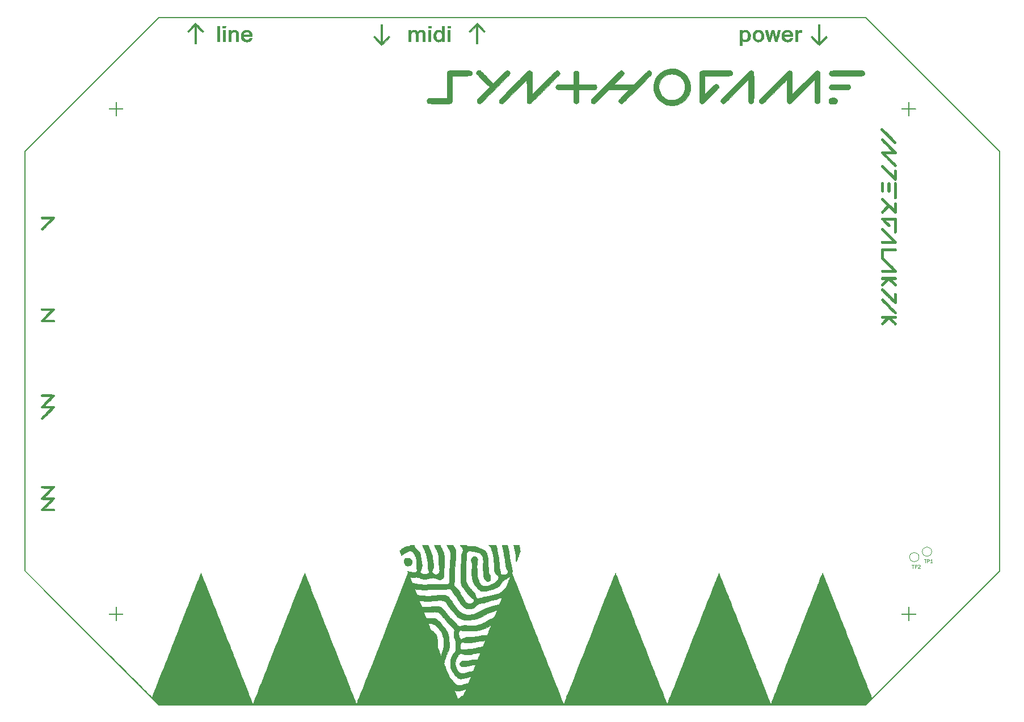
<source format=gbr>
%TF.GenerationSoftware,KiCad,Pcbnew,5.1.9+dfsg1-1~bpo10+1*%
%TF.CreationDate,2021-11-03T11:38:12+01:00*%
%TF.ProjectId,SynthoGame_top,53796e74-686f-4476-916d-655f746f702e,rev?*%
%TF.SameCoordinates,Original*%
%TF.FileFunction,Legend,Top*%
%TF.FilePolarity,Positive*%
%FSLAX46Y46*%
G04 Gerber Fmt 4.6, Leading zero omitted, Abs format (unit mm)*
G04 Created by KiCad (PCBNEW 5.1.9+dfsg1-1~bpo10+1) date 2021-11-03 11:38:12*
%MOMM*%
%LPD*%
G01*
G04 APERTURE LIST*
%ADD10C,0.120000*%
%ADD11C,0.010000*%
%ADD12C,0.100000*%
G04 APERTURE END LIST*
D10*
%TO.C,TP1*%
X207500000Y-111390000D02*
G75*
G03*
X207500000Y-111390000I-700000J0D01*
G01*
%TO.C,TP2*%
X205610000Y-112210000D02*
G75*
G03*
X205610000Y-112210000I-700000J0D01*
G01*
D11*
%TO.C,G1*%
G36*
X135658464Y-33084975D02*
G01*
X135652116Y-33206684D01*
X135218200Y-33218748D01*
X135218200Y-32963267D01*
X135664812Y-32963267D01*
X135658464Y-33084975D01*
G37*
X135658464Y-33084975D02*
X135652116Y-33206684D01*
X135218200Y-33218748D01*
X135218200Y-32963267D01*
X135664812Y-32963267D01*
X135658464Y-33084975D01*
G36*
X132779797Y-33084975D02*
G01*
X132773450Y-33206684D01*
X132556491Y-33212716D01*
X132339533Y-33218748D01*
X132339533Y-32963267D01*
X132786145Y-32963267D01*
X132779797Y-33084975D01*
G37*
X132779797Y-33084975D02*
X132773450Y-33206684D01*
X132556491Y-33212716D01*
X132339533Y-33218748D01*
X132339533Y-32963267D01*
X132786145Y-32963267D01*
X132779797Y-33084975D01*
G36*
X102109297Y-33084975D02*
G01*
X102102950Y-33206684D01*
X101885991Y-33212716D01*
X101669033Y-33218748D01*
X101669033Y-32963267D01*
X102115645Y-32963267D01*
X102109297Y-33084975D01*
G37*
X102109297Y-33084975D02*
X102102950Y-33206684D01*
X101885991Y-33212716D01*
X101669033Y-33218748D01*
X101669033Y-32963267D01*
X102115645Y-32963267D01*
X102109297Y-33084975D01*
G36*
X187499866Y-33786953D02*
G01*
X187598335Y-33681682D01*
X187705030Y-33593322D01*
X187826105Y-33536658D01*
X187951564Y-33515863D01*
X187991551Y-33517518D01*
X188060783Y-33524184D01*
X188066965Y-33688225D01*
X188073147Y-33852267D01*
X187906053Y-33852267D01*
X187779985Y-33860824D01*
X187685300Y-33889183D01*
X187614095Y-33941375D01*
X187558467Y-34021431D01*
X187552783Y-34032463D01*
X187539818Y-34061411D01*
X187529649Y-34094121D01*
X187521850Y-34136132D01*
X187515996Y-34192983D01*
X187511661Y-34270215D01*
X187508419Y-34373366D01*
X187505845Y-34507978D01*
X187503600Y-34672475D01*
X187496750Y-35228100D01*
X187182366Y-35228100D01*
X187182366Y-33513600D01*
X187499866Y-33513600D01*
X187499866Y-33786953D01*
G37*
X187499866Y-33786953D02*
X187598335Y-33681682D01*
X187705030Y-33593322D01*
X187826105Y-33536658D01*
X187951564Y-33515863D01*
X187991551Y-33517518D01*
X188060783Y-33524184D01*
X188066965Y-33688225D01*
X188073147Y-33852267D01*
X187906053Y-33852267D01*
X187779985Y-33860824D01*
X187685300Y-33889183D01*
X187614095Y-33941375D01*
X187558467Y-34021431D01*
X187552783Y-34032463D01*
X187539818Y-34061411D01*
X187529649Y-34094121D01*
X187521850Y-34136132D01*
X187515996Y-34192983D01*
X187511661Y-34270215D01*
X187508419Y-34373366D01*
X187505845Y-34507978D01*
X187503600Y-34672475D01*
X187496750Y-35228100D01*
X187182366Y-35228100D01*
X187182366Y-33513600D01*
X187499866Y-33513600D01*
X187499866Y-33786953D01*
G36*
X184091203Y-34129891D02*
G01*
X184136698Y-34305732D01*
X184176372Y-34453088D01*
X184209472Y-34569408D01*
X184235241Y-34652140D01*
X184252927Y-34698732D01*
X184261757Y-34706683D01*
X184269999Y-34676320D01*
X184286384Y-34610416D01*
X184309543Y-34514678D01*
X184338108Y-34394818D01*
X184370710Y-34256543D01*
X184405980Y-34105563D01*
X184409507Y-34090392D01*
X184543530Y-33513600D01*
X184719948Y-33513600D01*
X184800384Y-33514827D01*
X184861599Y-33518098D01*
X184893779Y-33522795D01*
X184896366Y-33524687D01*
X184890876Y-33546813D01*
X184875200Y-33605380D01*
X184850528Y-33696051D01*
X184818050Y-33814491D01*
X184778957Y-33956365D01*
X184734439Y-34117336D01*
X184685687Y-34293069D01*
X184663533Y-34372757D01*
X184613326Y-34553457D01*
X184566835Y-34721198D01*
X184525250Y-34871659D01*
X184489761Y-35000515D01*
X184461557Y-35103444D01*
X184441827Y-35176123D01*
X184431761Y-35214229D01*
X184430700Y-35218920D01*
X184411275Y-35223345D01*
X184359964Y-35226601D01*
X184287210Y-35228071D01*
X184274878Y-35228100D01*
X184119056Y-35228100D01*
X183941863Y-34573337D01*
X183898705Y-34414722D01*
X183858970Y-34270333D01*
X183824008Y-34144946D01*
X183795167Y-34043340D01*
X183773800Y-33970289D01*
X183761254Y-33930572D01*
X183758549Y-33924695D01*
X183752059Y-33945559D01*
X183736428Y-34001381D01*
X183713248Y-34086168D01*
X183684113Y-34193928D01*
X183650613Y-34318668D01*
X183614343Y-34454397D01*
X183576895Y-34595122D01*
X183539862Y-34734850D01*
X183504836Y-34867589D01*
X183473410Y-34987347D01*
X183447176Y-35088132D01*
X183427728Y-35163951D01*
X183416658Y-35208812D01*
X183414700Y-35218405D01*
X183395267Y-35223058D01*
X183343898Y-35226491D01*
X183270986Y-35228064D01*
X183257376Y-35228100D01*
X183174258Y-35226531D01*
X183124341Y-35220493D01*
X183098569Y-35207996D01*
X183088953Y-35191059D01*
X183078307Y-35153866D01*
X183058587Y-35083369D01*
X183031235Y-34984815D01*
X182997688Y-34863451D01*
X182959387Y-34724527D01*
X182917772Y-34573290D01*
X182874282Y-34414989D01*
X182830356Y-34254871D01*
X182787435Y-34098185D01*
X182746958Y-33950179D01*
X182710364Y-33816101D01*
X182679093Y-33701200D01*
X182654585Y-33610722D01*
X182638280Y-33549918D01*
X182631616Y-33524034D01*
X182631533Y-33523520D01*
X182651078Y-33519037D01*
X182703235Y-33515608D01*
X182778284Y-33513770D01*
X182811450Y-33513600D01*
X182892754Y-33515355D01*
X182954936Y-33520037D01*
X182988278Y-33526775D01*
X182991366Y-33529754D01*
X182995980Y-33554503D01*
X183008841Y-33613639D01*
X183028474Y-33700869D01*
X183053408Y-33809900D01*
X183082168Y-33934437D01*
X183113281Y-34068189D01*
X183145274Y-34204863D01*
X183176675Y-34338164D01*
X183206009Y-34461800D01*
X183231803Y-34569478D01*
X183252585Y-34654905D01*
X183266880Y-34711788D01*
X183273216Y-34733832D01*
X183273253Y-34733876D01*
X183279778Y-34715767D01*
X183295281Y-34661560D01*
X183318442Y-34576216D01*
X183347938Y-34464699D01*
X183382449Y-34331970D01*
X183420651Y-34182992D01*
X183434934Y-34126810D01*
X183590471Y-33513600D01*
X183934377Y-33513600D01*
X184091203Y-34129891D01*
G37*
X184091203Y-34129891D02*
X184136698Y-34305732D01*
X184176372Y-34453088D01*
X184209472Y-34569408D01*
X184235241Y-34652140D01*
X184252927Y-34698732D01*
X184261757Y-34706683D01*
X184269999Y-34676320D01*
X184286384Y-34610416D01*
X184309543Y-34514678D01*
X184338108Y-34394818D01*
X184370710Y-34256543D01*
X184405980Y-34105563D01*
X184409507Y-34090392D01*
X184543530Y-33513600D01*
X184719948Y-33513600D01*
X184800384Y-33514827D01*
X184861599Y-33518098D01*
X184893779Y-33522795D01*
X184896366Y-33524687D01*
X184890876Y-33546813D01*
X184875200Y-33605380D01*
X184850528Y-33696051D01*
X184818050Y-33814491D01*
X184778957Y-33956365D01*
X184734439Y-34117336D01*
X184685687Y-34293069D01*
X184663533Y-34372757D01*
X184613326Y-34553457D01*
X184566835Y-34721198D01*
X184525250Y-34871659D01*
X184489761Y-35000515D01*
X184461557Y-35103444D01*
X184441827Y-35176123D01*
X184431761Y-35214229D01*
X184430700Y-35218920D01*
X184411275Y-35223345D01*
X184359964Y-35226601D01*
X184287210Y-35228071D01*
X184274878Y-35228100D01*
X184119056Y-35228100D01*
X183941863Y-34573337D01*
X183898705Y-34414722D01*
X183858970Y-34270333D01*
X183824008Y-34144946D01*
X183795167Y-34043340D01*
X183773800Y-33970289D01*
X183761254Y-33930572D01*
X183758549Y-33924695D01*
X183752059Y-33945559D01*
X183736428Y-34001381D01*
X183713248Y-34086168D01*
X183684113Y-34193928D01*
X183650613Y-34318668D01*
X183614343Y-34454397D01*
X183576895Y-34595122D01*
X183539862Y-34734850D01*
X183504836Y-34867589D01*
X183473410Y-34987347D01*
X183447176Y-35088132D01*
X183427728Y-35163951D01*
X183416658Y-35208812D01*
X183414700Y-35218405D01*
X183395267Y-35223058D01*
X183343898Y-35226491D01*
X183270986Y-35228064D01*
X183257376Y-35228100D01*
X183174258Y-35226531D01*
X183124341Y-35220493D01*
X183098569Y-35207996D01*
X183088953Y-35191059D01*
X183078307Y-35153866D01*
X183058587Y-35083369D01*
X183031235Y-34984815D01*
X182997688Y-34863451D01*
X182959387Y-34724527D01*
X182917772Y-34573290D01*
X182874282Y-34414989D01*
X182830356Y-34254871D01*
X182787435Y-34098185D01*
X182746958Y-33950179D01*
X182710364Y-33816101D01*
X182679093Y-33701200D01*
X182654585Y-33610722D01*
X182638280Y-33549918D01*
X182631616Y-33524034D01*
X182631533Y-33523520D01*
X182651078Y-33519037D01*
X182703235Y-33515608D01*
X182778284Y-33513770D01*
X182811450Y-33513600D01*
X182892754Y-33515355D01*
X182954936Y-33520037D01*
X182988278Y-33526775D01*
X182991366Y-33529754D01*
X182995980Y-33554503D01*
X183008841Y-33613639D01*
X183028474Y-33700869D01*
X183053408Y-33809900D01*
X183082168Y-33934437D01*
X183113281Y-34068189D01*
X183145274Y-34204863D01*
X183176675Y-34338164D01*
X183206009Y-34461800D01*
X183231803Y-34569478D01*
X183252585Y-34654905D01*
X183266880Y-34711788D01*
X183273216Y-34733832D01*
X183273253Y-34733876D01*
X183279778Y-34715767D01*
X183295281Y-34661560D01*
X183318442Y-34576216D01*
X183347938Y-34464699D01*
X183382449Y-34331970D01*
X183420651Y-34182992D01*
X183434934Y-34126810D01*
X183590471Y-33513600D01*
X183934377Y-33513600D01*
X184091203Y-34129891D01*
G36*
X135599200Y-35228100D02*
G01*
X135281700Y-35228100D01*
X135281700Y-33513600D01*
X135599200Y-33513600D01*
X135599200Y-35228100D01*
G37*
X135599200Y-35228100D02*
X135281700Y-35228100D01*
X135281700Y-33513600D01*
X135599200Y-33513600D01*
X135599200Y-35228100D01*
G36*
X132720533Y-35228100D02*
G01*
X132403033Y-35228100D01*
X132403033Y-33513600D01*
X132720533Y-33513600D01*
X132720533Y-35228100D01*
G37*
X132720533Y-35228100D02*
X132403033Y-35228100D01*
X132403033Y-33513600D01*
X132720533Y-33513600D01*
X132720533Y-35228100D01*
G36*
X131484499Y-33515884D02*
G01*
X131611708Y-33565676D01*
X131690713Y-33621007D01*
X131735000Y-33661191D01*
X131770952Y-33699109D01*
X131799490Y-33739577D01*
X131821536Y-33787408D01*
X131838011Y-33847418D01*
X131849837Y-33924421D01*
X131857935Y-34023232D01*
X131863227Y-34148666D01*
X131866634Y-34305537D01*
X131869078Y-34498661D01*
X131869676Y-34556059D01*
X131876554Y-35228100D01*
X131559312Y-35228100D01*
X131552548Y-34630142D01*
X131550344Y-34453343D01*
X131547941Y-34313592D01*
X131544956Y-34205604D01*
X131541010Y-34124096D01*
X131535723Y-34063783D01*
X131528715Y-34019379D01*
X131519604Y-33985600D01*
X131508012Y-33957163D01*
X131503450Y-33947796D01*
X131435461Y-33854009D01*
X131344821Y-33792624D01*
X131238125Y-33767901D01*
X131224473Y-33767600D01*
X131098010Y-33784892D01*
X130994126Y-33837471D01*
X130911261Y-33926394D01*
X130864715Y-34011306D01*
X130853104Y-34042440D01*
X130843892Y-34081224D01*
X130836707Y-34133034D01*
X130831175Y-34203248D01*
X130826924Y-34297241D01*
X130823580Y-34420390D01*
X130820771Y-34578073D01*
X130819579Y-34661892D01*
X130811949Y-35228100D01*
X130501940Y-35228100D01*
X130494695Y-34630142D01*
X130492349Y-34453354D01*
X130489834Y-34313625D01*
X130486763Y-34205679D01*
X130482755Y-34124242D01*
X130477424Y-34064040D01*
X130470387Y-34019797D01*
X130461260Y-33986240D01*
X130449660Y-33958093D01*
X130445116Y-33948883D01*
X130388682Y-33862209D01*
X130319809Y-33808689D01*
X130228928Y-33782808D01*
X130148783Y-33778184D01*
X130039487Y-33787774D01*
X129956183Y-33820985D01*
X129886073Y-33884479D01*
X129848746Y-33934362D01*
X129821657Y-33981141D01*
X129800260Y-34036424D01*
X129783948Y-34105427D01*
X129772114Y-34193364D01*
X129764151Y-34305451D01*
X129759453Y-34446904D01*
X129757413Y-34622937D01*
X129757200Y-34721142D01*
X129757200Y-35228100D01*
X129439700Y-35228100D01*
X129439700Y-33513600D01*
X129757200Y-33513600D01*
X129757200Y-33755782D01*
X129835240Y-33675436D01*
X129955770Y-33577480D01*
X130091300Y-33518223D01*
X130204212Y-33497842D01*
X130366332Y-33500236D01*
X130506547Y-33538836D01*
X130624950Y-33613681D01*
X130707388Y-33704269D01*
X130764813Y-33783541D01*
X130832316Y-33703137D01*
X130935440Y-33610344D01*
X131061059Y-33544376D01*
X131200335Y-33506079D01*
X131344428Y-33496300D01*
X131484499Y-33515884D01*
G37*
X131484499Y-33515884D02*
X131611708Y-33565676D01*
X131690713Y-33621007D01*
X131735000Y-33661191D01*
X131770952Y-33699109D01*
X131799490Y-33739577D01*
X131821536Y-33787408D01*
X131838011Y-33847418D01*
X131849837Y-33924421D01*
X131857935Y-34023232D01*
X131863227Y-34148666D01*
X131866634Y-34305537D01*
X131869078Y-34498661D01*
X131869676Y-34556059D01*
X131876554Y-35228100D01*
X131559312Y-35228100D01*
X131552548Y-34630142D01*
X131550344Y-34453343D01*
X131547941Y-34313592D01*
X131544956Y-34205604D01*
X131541010Y-34124096D01*
X131535723Y-34063783D01*
X131528715Y-34019379D01*
X131519604Y-33985600D01*
X131508012Y-33957163D01*
X131503450Y-33947796D01*
X131435461Y-33854009D01*
X131344821Y-33792624D01*
X131238125Y-33767901D01*
X131224473Y-33767600D01*
X131098010Y-33784892D01*
X130994126Y-33837471D01*
X130911261Y-33926394D01*
X130864715Y-34011306D01*
X130853104Y-34042440D01*
X130843892Y-34081224D01*
X130836707Y-34133034D01*
X130831175Y-34203248D01*
X130826924Y-34297241D01*
X130823580Y-34420390D01*
X130820771Y-34578073D01*
X130819579Y-34661892D01*
X130811949Y-35228100D01*
X130501940Y-35228100D01*
X130494695Y-34630142D01*
X130492349Y-34453354D01*
X130489834Y-34313625D01*
X130486763Y-34205679D01*
X130482755Y-34124242D01*
X130477424Y-34064040D01*
X130470387Y-34019797D01*
X130461260Y-33986240D01*
X130449660Y-33958093D01*
X130445116Y-33948883D01*
X130388682Y-33862209D01*
X130319809Y-33808689D01*
X130228928Y-33782808D01*
X130148783Y-33778184D01*
X130039487Y-33787774D01*
X129956183Y-33820985D01*
X129886073Y-33884479D01*
X129848746Y-33934362D01*
X129821657Y-33981141D01*
X129800260Y-34036424D01*
X129783948Y-34105427D01*
X129772114Y-34193364D01*
X129764151Y-34305451D01*
X129759453Y-34446904D01*
X129757413Y-34622937D01*
X129757200Y-34721142D01*
X129757200Y-35228100D01*
X129439700Y-35228100D01*
X129439700Y-33513600D01*
X129757200Y-33513600D01*
X129757200Y-33755782D01*
X129835240Y-33675436D01*
X129955770Y-33577480D01*
X130091300Y-33518223D01*
X130204212Y-33497842D01*
X130366332Y-33500236D01*
X130506547Y-33538836D01*
X130624950Y-33613681D01*
X130707388Y-33704269D01*
X130764813Y-33783541D01*
X130832316Y-33703137D01*
X130935440Y-33610344D01*
X131061059Y-33544376D01*
X131200335Y-33506079D01*
X131344428Y-33496300D01*
X131484499Y-33515884D01*
G36*
X103512840Y-33498909D02*
G01*
X103663334Y-33526411D01*
X103786228Y-33582767D01*
X103887100Y-33670536D01*
X103887337Y-33670805D01*
X103921949Y-33713461D01*
X103949937Y-33757772D01*
X103971993Y-33808620D01*
X103988809Y-33870886D01*
X104001076Y-33949451D01*
X104009485Y-34049197D01*
X104014728Y-34175005D01*
X104017496Y-34331756D01*
X104018481Y-34524331D01*
X104018533Y-34596942D01*
X104018533Y-35228100D01*
X103703939Y-35228100D01*
X103697194Y-34619559D01*
X103695044Y-34441649D01*
X103692740Y-34300952D01*
X103689913Y-34192346D01*
X103686194Y-34110712D01*
X103681214Y-34050928D01*
X103674604Y-34007874D01*
X103665993Y-33976430D01*
X103655012Y-33951475D01*
X103648116Y-33939146D01*
X103578400Y-33850319D01*
X103490947Y-33796434D01*
X103377455Y-33772386D01*
X103376932Y-33772342D01*
X103243709Y-33779858D01*
X103129351Y-33824248D01*
X103037073Y-33903053D01*
X102970086Y-34013816D01*
X102940590Y-34106267D01*
X102934432Y-34154273D01*
X102928909Y-34237345D01*
X102924286Y-34348214D01*
X102920829Y-34479614D01*
X102918803Y-34624279D01*
X102918384Y-34714809D01*
X102917866Y-35228100D01*
X102600366Y-35228100D01*
X102600366Y-33513600D01*
X102917866Y-33513600D01*
X102917866Y-33752226D01*
X103021467Y-33655320D01*
X103143938Y-33565450D01*
X103281446Y-33512672D01*
X103438324Y-33495608D01*
X103512840Y-33498909D01*
G37*
X103512840Y-33498909D02*
X103663334Y-33526411D01*
X103786228Y-33582767D01*
X103887100Y-33670536D01*
X103887337Y-33670805D01*
X103921949Y-33713461D01*
X103949937Y-33757772D01*
X103971993Y-33808620D01*
X103988809Y-33870886D01*
X104001076Y-33949451D01*
X104009485Y-34049197D01*
X104014728Y-34175005D01*
X104017496Y-34331756D01*
X104018481Y-34524331D01*
X104018533Y-34596942D01*
X104018533Y-35228100D01*
X103703939Y-35228100D01*
X103697194Y-34619559D01*
X103695044Y-34441649D01*
X103692740Y-34300952D01*
X103689913Y-34192346D01*
X103686194Y-34110712D01*
X103681214Y-34050928D01*
X103674604Y-34007874D01*
X103665993Y-33976430D01*
X103655012Y-33951475D01*
X103648116Y-33939146D01*
X103578400Y-33850319D01*
X103490947Y-33796434D01*
X103377455Y-33772386D01*
X103376932Y-33772342D01*
X103243709Y-33779858D01*
X103129351Y-33824248D01*
X103037073Y-33903053D01*
X102970086Y-34013816D01*
X102940590Y-34106267D01*
X102934432Y-34154273D01*
X102928909Y-34237345D01*
X102924286Y-34348214D01*
X102920829Y-34479614D01*
X102918803Y-34624279D01*
X102918384Y-34714809D01*
X102917866Y-35228100D01*
X102600366Y-35228100D01*
X102600366Y-33513600D01*
X102917866Y-33513600D01*
X102917866Y-33752226D01*
X103021467Y-33655320D01*
X103143938Y-33565450D01*
X103281446Y-33512672D01*
X103438324Y-33495608D01*
X103512840Y-33498909D01*
G36*
X102050033Y-35228100D02*
G01*
X101732533Y-35228100D01*
X101732533Y-33513600D01*
X102050033Y-33513600D01*
X102050033Y-35228100D01*
G37*
X102050033Y-35228100D02*
X101732533Y-35228100D01*
X101732533Y-33513600D01*
X102050033Y-33513600D01*
X102050033Y-35228100D01*
G36*
X101182200Y-35228100D02*
G01*
X100864700Y-35228100D01*
X100864700Y-32920934D01*
X101182200Y-32920934D01*
X101182200Y-35228100D01*
G37*
X101182200Y-35228100D02*
X100864700Y-35228100D01*
X100864700Y-32920934D01*
X101182200Y-32920934D01*
X101182200Y-35228100D01*
G36*
X186043421Y-33504047D02*
G01*
X186116193Y-33508906D01*
X186173915Y-33520244D01*
X186230223Y-33540712D01*
X186296825Y-33572013D01*
X186439596Y-33661180D01*
X186553465Y-33776097D01*
X186644497Y-33923079D01*
X186654985Y-33944905D01*
X186694447Y-34050841D01*
X186727720Y-34179557D01*
X186750535Y-34311543D01*
X186758614Y-34418475D01*
X186759033Y-34466100D01*
X185441988Y-34466100D01*
X185456694Y-34544491D01*
X185486829Y-34644444D01*
X185536153Y-34748215D01*
X185594199Y-34834315D01*
X185602547Y-34843868D01*
X185697417Y-34919476D01*
X185811844Y-34966360D01*
X185936749Y-34985027D01*
X186063055Y-34975983D01*
X186181682Y-34939732D01*
X186283554Y-34876781D01*
X186350492Y-34802203D01*
X186404825Y-34720100D01*
X186721289Y-34720100D01*
X186707352Y-34778309D01*
X186678597Y-34848716D01*
X186627406Y-34932331D01*
X186563879Y-35015283D01*
X186498118Y-35083697D01*
X186466853Y-35108605D01*
X186311700Y-35192174D01*
X186137815Y-35245563D01*
X185956995Y-35266621D01*
X185781040Y-35253198D01*
X185732450Y-35242508D01*
X185599854Y-35195723D01*
X185473194Y-35128081D01*
X185367111Y-35048085D01*
X185327387Y-35007313D01*
X185225866Y-34857690D01*
X185156063Y-34688070D01*
X185118106Y-34506078D01*
X185112119Y-34319339D01*
X185127349Y-34212100D01*
X185451158Y-34212100D01*
X186399200Y-34212100D01*
X186399200Y-34163339D01*
X186384072Y-34090411D01*
X186344348Y-34005217D01*
X186288514Y-33921906D01*
X186225056Y-33854624D01*
X186204517Y-33838785D01*
X186155477Y-33807853D01*
X186109804Y-33789644D01*
X186053486Y-33780874D01*
X185972508Y-33778260D01*
X185945926Y-33778184D01*
X185842955Y-33781396D01*
X185767772Y-33792669D01*
X185706202Y-33814454D01*
X185690116Y-33822433D01*
X185612991Y-33881564D01*
X185542694Y-33968867D01*
X185489162Y-34070298D01*
X185468336Y-34135936D01*
X185451158Y-34212100D01*
X185127349Y-34212100D01*
X185138232Y-34135478D01*
X185196569Y-33962120D01*
X185287259Y-33806891D01*
X185307005Y-33781492D01*
X185379449Y-33705261D01*
X185467484Y-33640268D01*
X185561439Y-33587684D01*
X185638947Y-33549109D01*
X185698335Y-33524486D01*
X185753661Y-33510688D01*
X185818985Y-33504587D01*
X185908363Y-33503054D01*
X185941966Y-33503017D01*
X186043421Y-33504047D01*
G37*
X186043421Y-33504047D02*
X186116193Y-33508906D01*
X186173915Y-33520244D01*
X186230223Y-33540712D01*
X186296825Y-33572013D01*
X186439596Y-33661180D01*
X186553465Y-33776097D01*
X186644497Y-33923079D01*
X186654985Y-33944905D01*
X186694447Y-34050841D01*
X186727720Y-34179557D01*
X186750535Y-34311543D01*
X186758614Y-34418475D01*
X186759033Y-34466100D01*
X185441988Y-34466100D01*
X185456694Y-34544491D01*
X185486829Y-34644444D01*
X185536153Y-34748215D01*
X185594199Y-34834315D01*
X185602547Y-34843868D01*
X185697417Y-34919476D01*
X185811844Y-34966360D01*
X185936749Y-34985027D01*
X186063055Y-34975983D01*
X186181682Y-34939732D01*
X186283554Y-34876781D01*
X186350492Y-34802203D01*
X186404825Y-34720100D01*
X186721289Y-34720100D01*
X186707352Y-34778309D01*
X186678597Y-34848716D01*
X186627406Y-34932331D01*
X186563879Y-35015283D01*
X186498118Y-35083697D01*
X186466853Y-35108605D01*
X186311700Y-35192174D01*
X186137815Y-35245563D01*
X185956995Y-35266621D01*
X185781040Y-35253198D01*
X185732450Y-35242508D01*
X185599854Y-35195723D01*
X185473194Y-35128081D01*
X185367111Y-35048085D01*
X185327387Y-35007313D01*
X185225866Y-34857690D01*
X185156063Y-34688070D01*
X185118106Y-34506078D01*
X185112119Y-34319339D01*
X185127349Y-34212100D01*
X185451158Y-34212100D01*
X186399200Y-34212100D01*
X186399200Y-34163339D01*
X186384072Y-34090411D01*
X186344348Y-34005217D01*
X186288514Y-33921906D01*
X186225056Y-33854624D01*
X186204517Y-33838785D01*
X186155477Y-33807853D01*
X186109804Y-33789644D01*
X186053486Y-33780874D01*
X185972508Y-33778260D01*
X185945926Y-33778184D01*
X185842955Y-33781396D01*
X185767772Y-33792669D01*
X185706202Y-33814454D01*
X185690116Y-33822433D01*
X185612991Y-33881564D01*
X185542694Y-33968867D01*
X185489162Y-34070298D01*
X185468336Y-34135936D01*
X185451158Y-34212100D01*
X185127349Y-34212100D01*
X185138232Y-34135478D01*
X185196569Y-33962120D01*
X185287259Y-33806891D01*
X185307005Y-33781492D01*
X185379449Y-33705261D01*
X185467484Y-33640268D01*
X185561439Y-33587684D01*
X185638947Y-33549109D01*
X185698335Y-33524486D01*
X185753661Y-33510688D01*
X185818985Y-33504587D01*
X185908363Y-33503054D01*
X185941966Y-33503017D01*
X186043421Y-33504047D01*
G36*
X181693048Y-33501859D02*
G01*
X181863570Y-33536184D01*
X182023014Y-33604195D01*
X182164451Y-33705771D01*
X182183758Y-33723966D01*
X182286181Y-33852158D01*
X182360759Y-34004389D01*
X182407488Y-34173051D01*
X182426362Y-34350536D01*
X182417377Y-34529236D01*
X182380528Y-34701542D01*
X182315810Y-34859847D01*
X182223218Y-34996542D01*
X182184603Y-35037504D01*
X182046621Y-35143092D01*
X181886351Y-35218089D01*
X181713040Y-35260143D01*
X181535938Y-35266904D01*
X181382700Y-35241354D01*
X181205906Y-35173574D01*
X181058222Y-35076029D01*
X180940929Y-34949733D01*
X180875589Y-34840694D01*
X180810025Y-34666527D01*
X180776506Y-34483769D01*
X180775119Y-34381433D01*
X181128700Y-34381433D01*
X181138605Y-34543707D01*
X181169956Y-34675526D01*
X181225205Y-34784267D01*
X181287282Y-34858631D01*
X181398293Y-34943754D01*
X181518750Y-34987838D01*
X181646352Y-34990512D01*
X181778797Y-34951408D01*
X181800771Y-34941008D01*
X181911957Y-34862803D01*
X181995537Y-34753875D01*
X182050605Y-34616355D01*
X182076252Y-34452373D01*
X182074578Y-34298115D01*
X182046542Y-34132703D01*
X181989974Y-33996853D01*
X181905479Y-33891753D01*
X181843633Y-33845180D01*
X181715080Y-33787504D01*
X181585283Y-33769954D01*
X181459826Y-33791918D01*
X181344294Y-33852785D01*
X181283186Y-33906551D01*
X181207785Y-34006109D01*
X181158628Y-34123823D01*
X181133389Y-34266850D01*
X181128700Y-34381433D01*
X180775119Y-34381433D01*
X180774009Y-34299562D01*
X180801507Y-34121049D01*
X180857975Y-33955372D01*
X180942390Y-33809673D01*
X181038740Y-33703865D01*
X181184294Y-33602225D01*
X181346481Y-33534759D01*
X181518376Y-33501344D01*
X181693048Y-33501859D01*
G37*
X181693048Y-33501859D02*
X181863570Y-33536184D01*
X182023014Y-33604195D01*
X182164451Y-33705771D01*
X182183758Y-33723966D01*
X182286181Y-33852158D01*
X182360759Y-34004389D01*
X182407488Y-34173051D01*
X182426362Y-34350536D01*
X182417377Y-34529236D01*
X182380528Y-34701542D01*
X182315810Y-34859847D01*
X182223218Y-34996542D01*
X182184603Y-35037504D01*
X182046621Y-35143092D01*
X181886351Y-35218089D01*
X181713040Y-35260143D01*
X181535938Y-35266904D01*
X181382700Y-35241354D01*
X181205906Y-35173574D01*
X181058222Y-35076029D01*
X180940929Y-34949733D01*
X180875589Y-34840694D01*
X180810025Y-34666527D01*
X180776506Y-34483769D01*
X180775119Y-34381433D01*
X181128700Y-34381433D01*
X181138605Y-34543707D01*
X181169956Y-34675526D01*
X181225205Y-34784267D01*
X181287282Y-34858631D01*
X181398293Y-34943754D01*
X181518750Y-34987838D01*
X181646352Y-34990512D01*
X181778797Y-34951408D01*
X181800771Y-34941008D01*
X181911957Y-34862803D01*
X181995537Y-34753875D01*
X182050605Y-34616355D01*
X182076252Y-34452373D01*
X182074578Y-34298115D01*
X182046542Y-34132703D01*
X181989974Y-33996853D01*
X181905479Y-33891753D01*
X181843633Y-33845180D01*
X181715080Y-33787504D01*
X181585283Y-33769954D01*
X181459826Y-33791918D01*
X181344294Y-33852785D01*
X181283186Y-33906551D01*
X181207785Y-34006109D01*
X181158628Y-34123823D01*
X181133389Y-34266850D01*
X181128700Y-34381433D01*
X180775119Y-34381433D01*
X180774009Y-34299562D01*
X180801507Y-34121049D01*
X180857975Y-33955372D01*
X180942390Y-33809673D01*
X181038740Y-33703865D01*
X181184294Y-33602225D01*
X181346481Y-33534759D01*
X181518376Y-33501344D01*
X181693048Y-33501859D01*
G36*
X134747423Y-34069225D02*
G01*
X134741950Y-35217517D01*
X134413866Y-35229881D01*
X134413866Y-34995145D01*
X134338437Y-35078636D01*
X134273739Y-35138420D01*
X134199081Y-35191250D01*
X134170745Y-35206791D01*
X134069957Y-35240362D01*
X133947075Y-35259104D01*
X133820140Y-35261651D01*
X133707193Y-35246636D01*
X133693153Y-35242949D01*
X133540590Y-35178566D01*
X133409353Y-35080051D01*
X133301810Y-34951125D01*
X133220331Y-34795506D01*
X133167286Y-34616916D01*
X133145042Y-34419075D01*
X133144492Y-34381434D01*
X133149272Y-34323615D01*
X133504897Y-34323615D01*
X133506209Y-34464409D01*
X133522457Y-34595762D01*
X133536358Y-34653057D01*
X133591871Y-34777368D01*
X133673506Y-34876729D01*
X133774726Y-34947633D01*
X133888997Y-34986574D01*
X134009784Y-34990045D01*
X134112921Y-34962394D01*
X134226423Y-34892926D01*
X134315864Y-34791787D01*
X134379438Y-34663321D01*
X134415339Y-34511870D01*
X134421760Y-34341775D01*
X134412224Y-34242917D01*
X134375367Y-34084770D01*
X134313489Y-33959536D01*
X134225125Y-33864957D01*
X134130339Y-33807990D01*
X134006596Y-33773000D01*
X133884043Y-33777142D01*
X133768920Y-33817519D01*
X133667465Y-33891231D01*
X133585917Y-33995380D01*
X133545981Y-34079513D01*
X133518247Y-34189833D01*
X133504897Y-34323615D01*
X133149272Y-34323615D01*
X133161256Y-34178676D01*
X133210168Y-33994565D01*
X133289160Y-33832946D01*
X133396163Y-33697666D01*
X133529108Y-33592571D01*
X133585371Y-33561658D01*
X133654050Y-33531158D01*
X133716515Y-33513377D01*
X133789058Y-33505137D01*
X133884700Y-33503254D01*
X134034038Y-33513853D01*
X134155460Y-33547781D01*
X134258640Y-33608897D01*
X134338437Y-33684231D01*
X134413866Y-33767722D01*
X134413866Y-32920934D01*
X134752897Y-32920934D01*
X134747423Y-34069225D01*
G37*
X134747423Y-34069225D02*
X134741950Y-35217517D01*
X134413866Y-35229881D01*
X134413866Y-34995145D01*
X134338437Y-35078636D01*
X134273739Y-35138420D01*
X134199081Y-35191250D01*
X134170745Y-35206791D01*
X134069957Y-35240362D01*
X133947075Y-35259104D01*
X133820140Y-35261651D01*
X133707193Y-35246636D01*
X133693153Y-35242949D01*
X133540590Y-35178566D01*
X133409353Y-35080051D01*
X133301810Y-34951125D01*
X133220331Y-34795506D01*
X133167286Y-34616916D01*
X133145042Y-34419075D01*
X133144492Y-34381434D01*
X133149272Y-34323615D01*
X133504897Y-34323615D01*
X133506209Y-34464409D01*
X133522457Y-34595762D01*
X133536358Y-34653057D01*
X133591871Y-34777368D01*
X133673506Y-34876729D01*
X133774726Y-34947633D01*
X133888997Y-34986574D01*
X134009784Y-34990045D01*
X134112921Y-34962394D01*
X134226423Y-34892926D01*
X134315864Y-34791787D01*
X134379438Y-34663321D01*
X134415339Y-34511870D01*
X134421760Y-34341775D01*
X134412224Y-34242917D01*
X134375367Y-34084770D01*
X134313489Y-33959536D01*
X134225125Y-33864957D01*
X134130339Y-33807990D01*
X134006596Y-33773000D01*
X133884043Y-33777142D01*
X133768920Y-33817519D01*
X133667465Y-33891231D01*
X133585917Y-33995380D01*
X133545981Y-34079513D01*
X133518247Y-34189833D01*
X133504897Y-34323615D01*
X133149272Y-34323615D01*
X133161256Y-34178676D01*
X133210168Y-33994565D01*
X133289160Y-33832946D01*
X133396163Y-33697666D01*
X133529108Y-33592571D01*
X133585371Y-33561658D01*
X133654050Y-33531158D01*
X133716515Y-33513377D01*
X133789058Y-33505137D01*
X133884700Y-33503254D01*
X134034038Y-33513853D01*
X134155460Y-33547781D01*
X134258640Y-33608897D01*
X134338437Y-33684231D01*
X134413866Y-33767722D01*
X134413866Y-32920934D01*
X134752897Y-32920934D01*
X134747423Y-34069225D01*
G36*
X105356088Y-33504047D02*
G01*
X105428859Y-33508906D01*
X105486582Y-33520244D01*
X105542890Y-33540712D01*
X105609492Y-33572013D01*
X105752262Y-33661180D01*
X105866132Y-33776097D01*
X105957163Y-33923079D01*
X105967652Y-33944905D01*
X106007114Y-34050841D01*
X106040387Y-34179557D01*
X106063202Y-34311543D01*
X106071280Y-34418475D01*
X106071700Y-34466100D01*
X104754655Y-34466100D01*
X104769361Y-34544491D01*
X104799495Y-34644444D01*
X104848820Y-34748215D01*
X104906866Y-34834315D01*
X104915213Y-34843868D01*
X105010084Y-34919476D01*
X105124511Y-34966360D01*
X105249416Y-34985027D01*
X105375721Y-34975983D01*
X105494349Y-34939732D01*
X105596221Y-34876781D01*
X105663159Y-34802203D01*
X105717492Y-34720100D01*
X106033955Y-34720100D01*
X106020019Y-34778309D01*
X105991264Y-34848716D01*
X105940073Y-34932331D01*
X105876546Y-35015283D01*
X105810784Y-35083697D01*
X105779520Y-35108605D01*
X105624367Y-35192174D01*
X105450481Y-35245563D01*
X105269661Y-35266621D01*
X105093706Y-35253198D01*
X105045116Y-35242508D01*
X104912521Y-35195723D01*
X104785861Y-35128081D01*
X104679778Y-35048085D01*
X104640054Y-35007313D01*
X104538533Y-34857690D01*
X104468730Y-34688070D01*
X104430772Y-34506078D01*
X104424786Y-34319339D01*
X104440016Y-34212100D01*
X104763824Y-34212100D01*
X105711866Y-34212100D01*
X105711866Y-34163339D01*
X105696739Y-34090411D01*
X105657015Y-34005217D01*
X105601181Y-33921906D01*
X105537722Y-33854624D01*
X105517183Y-33838785D01*
X105468143Y-33807853D01*
X105422471Y-33789644D01*
X105366152Y-33780874D01*
X105285175Y-33778260D01*
X105258593Y-33778184D01*
X105155622Y-33781396D01*
X105080438Y-33792669D01*
X105018869Y-33814454D01*
X105002783Y-33822433D01*
X104925658Y-33881564D01*
X104855361Y-33968867D01*
X104801829Y-34070298D01*
X104781002Y-34135936D01*
X104763824Y-34212100D01*
X104440016Y-34212100D01*
X104450898Y-34135478D01*
X104509236Y-33962120D01*
X104599925Y-33806891D01*
X104619672Y-33781492D01*
X104692116Y-33705261D01*
X104780151Y-33640268D01*
X104874106Y-33587684D01*
X104951614Y-33549109D01*
X105011002Y-33524486D01*
X105066328Y-33510688D01*
X105131651Y-33504587D01*
X105221029Y-33503054D01*
X105254633Y-33503017D01*
X105356088Y-33504047D01*
G37*
X105356088Y-33504047D02*
X105428859Y-33508906D01*
X105486582Y-33520244D01*
X105542890Y-33540712D01*
X105609492Y-33572013D01*
X105752262Y-33661180D01*
X105866132Y-33776097D01*
X105957163Y-33923079D01*
X105967652Y-33944905D01*
X106007114Y-34050841D01*
X106040387Y-34179557D01*
X106063202Y-34311543D01*
X106071280Y-34418475D01*
X106071700Y-34466100D01*
X104754655Y-34466100D01*
X104769361Y-34544491D01*
X104799495Y-34644444D01*
X104848820Y-34748215D01*
X104906866Y-34834315D01*
X104915213Y-34843868D01*
X105010084Y-34919476D01*
X105124511Y-34966360D01*
X105249416Y-34985027D01*
X105375721Y-34975983D01*
X105494349Y-34939732D01*
X105596221Y-34876781D01*
X105663159Y-34802203D01*
X105717492Y-34720100D01*
X106033955Y-34720100D01*
X106020019Y-34778309D01*
X105991264Y-34848716D01*
X105940073Y-34932331D01*
X105876546Y-35015283D01*
X105810784Y-35083697D01*
X105779520Y-35108605D01*
X105624367Y-35192174D01*
X105450481Y-35245563D01*
X105269661Y-35266621D01*
X105093706Y-35253198D01*
X105045116Y-35242508D01*
X104912521Y-35195723D01*
X104785861Y-35128081D01*
X104679778Y-35048085D01*
X104640054Y-35007313D01*
X104538533Y-34857690D01*
X104468730Y-34688070D01*
X104430772Y-34506078D01*
X104424786Y-34319339D01*
X104440016Y-34212100D01*
X104763824Y-34212100D01*
X105711866Y-34212100D01*
X105711866Y-34163339D01*
X105696739Y-34090411D01*
X105657015Y-34005217D01*
X105601181Y-33921906D01*
X105537722Y-33854624D01*
X105517183Y-33838785D01*
X105468143Y-33807853D01*
X105422471Y-33789644D01*
X105366152Y-33780874D01*
X105285175Y-33778260D01*
X105258593Y-33778184D01*
X105155622Y-33781396D01*
X105080438Y-33792669D01*
X105018869Y-33814454D01*
X105002783Y-33822433D01*
X104925658Y-33881564D01*
X104855361Y-33968867D01*
X104801829Y-34070298D01*
X104781002Y-34135936D01*
X104763824Y-34212100D01*
X104440016Y-34212100D01*
X104450898Y-34135478D01*
X104509236Y-33962120D01*
X104599925Y-33806891D01*
X104619672Y-33781492D01*
X104692116Y-33705261D01*
X104780151Y-33640268D01*
X104874106Y-33587684D01*
X104951614Y-33549109D01*
X105011002Y-33524486D01*
X105066328Y-33510688D01*
X105131651Y-33504587D01*
X105221029Y-33503054D01*
X105254633Y-33503017D01*
X105356088Y-33504047D01*
G36*
X140879959Y-33682700D02*
G01*
X140779532Y-33783127D01*
X140679106Y-33883554D01*
X140224069Y-33428887D01*
X139769033Y-32974219D01*
X139769033Y-35587934D01*
X139493866Y-35587934D01*
X139493866Y-32974219D01*
X139038830Y-33428887D01*
X138583793Y-33883554D01*
X138393343Y-33693104D01*
X139017733Y-33068984D01*
X139642122Y-32444863D01*
X140879959Y-33682700D01*
G37*
X140879959Y-33682700D02*
X140779532Y-33783127D01*
X140679106Y-33883554D01*
X140224069Y-33428887D01*
X139769033Y-32974219D01*
X139769033Y-35587934D01*
X139493866Y-35587934D01*
X139493866Y-32974219D01*
X139038830Y-33428887D01*
X138583793Y-33883554D01*
X138393343Y-33693104D01*
X139017733Y-33068984D01*
X139642122Y-32444863D01*
X140879959Y-33682700D01*
G36*
X97634743Y-32469771D02*
G01*
X97680423Y-32511183D01*
X97749400Y-32576357D01*
X97838417Y-32662142D01*
X97944215Y-32765390D01*
X98063539Y-32882954D01*
X98193132Y-33011684D01*
X98250545Y-33069029D01*
X98864034Y-33682792D01*
X98663272Y-33883554D01*
X98208236Y-33428887D01*
X97753200Y-32974219D01*
X97753200Y-35587934D01*
X97478033Y-35587934D01*
X97478033Y-32974219D01*
X97022996Y-33428887D01*
X96567960Y-33883554D01*
X96367198Y-33682792D01*
X96980687Y-33069029D01*
X97113658Y-32936505D01*
X97237746Y-32813809D01*
X97349694Y-32704090D01*
X97446244Y-32610495D01*
X97524139Y-32536173D01*
X97580123Y-32484273D01*
X97610938Y-32457943D01*
X97615616Y-32455267D01*
X97634743Y-32469771D01*
G37*
X97634743Y-32469771D02*
X97680423Y-32511183D01*
X97749400Y-32576357D01*
X97838417Y-32662142D01*
X97944215Y-32765390D01*
X98063539Y-32882954D01*
X98193132Y-33011684D01*
X98250545Y-33069029D01*
X98864034Y-33682792D01*
X98663272Y-33883554D01*
X98208236Y-33428887D01*
X97753200Y-32974219D01*
X97753200Y-35587934D01*
X97478033Y-35587934D01*
X97478033Y-32974219D01*
X97022996Y-33428887D01*
X96567960Y-33883554D01*
X96367198Y-33682792D01*
X96980687Y-33069029D01*
X97113658Y-32936505D01*
X97237746Y-32813809D01*
X97349694Y-32704090D01*
X97446244Y-32610495D01*
X97524139Y-32536173D01*
X97580123Y-32484273D01*
X97610938Y-32457943D01*
X97615616Y-32455267D01*
X97634743Y-32469771D01*
G36*
X179787320Y-33505267D02*
G01*
X179859360Y-33513730D01*
X179921777Y-33531824D01*
X179988695Y-33561658D01*
X180131285Y-33654602D01*
X180248811Y-33779012D01*
X180338964Y-33930655D01*
X180399432Y-34105298D01*
X180427907Y-34298709D01*
X180429887Y-34370006D01*
X180413074Y-34578310D01*
X180364636Y-34765509D01*
X180286199Y-34928541D01*
X180179390Y-35064339D01*
X180045834Y-35169840D01*
X179988695Y-35201209D01*
X179920016Y-35231709D01*
X179857551Y-35249490D01*
X179785007Y-35257730D01*
X179689366Y-35259613D01*
X179540028Y-35249014D01*
X179418606Y-35215086D01*
X179315426Y-35153970D01*
X179235628Y-35078636D01*
X179160200Y-34995145D01*
X179160200Y-35778434D01*
X178842700Y-35778434D01*
X178842700Y-34381434D01*
X179170783Y-34381434D01*
X179171654Y-34496614D01*
X179175097Y-34579010D01*
X179182358Y-34638150D01*
X179194685Y-34683564D01*
X179213324Y-34724778D01*
X179216469Y-34730684D01*
X179298800Y-34846856D01*
X179400104Y-34930966D01*
X179514541Y-34980568D01*
X179636271Y-34993213D01*
X179759455Y-34966454D01*
X179769421Y-34962444D01*
X179885789Y-34893015D01*
X179973604Y-34793421D01*
X180033152Y-34663110D01*
X180064717Y-34501530D01*
X180070366Y-34381434D01*
X180057981Y-34204130D01*
X180020389Y-34059262D01*
X179956939Y-33944778D01*
X179916959Y-33899875D01*
X179806836Y-33818905D01*
X179688601Y-33776792D01*
X179568108Y-33772432D01*
X179451209Y-33804719D01*
X179343758Y-33872547D01*
X179251609Y-33974810D01*
X179216469Y-34032184D01*
X179196859Y-34073567D01*
X179183734Y-34117832D01*
X179175845Y-34174505D01*
X179171948Y-34253116D01*
X179170796Y-34363193D01*
X179170783Y-34381434D01*
X178842700Y-34381434D01*
X178842700Y-33513600D01*
X179160200Y-33513600D01*
X179160200Y-33767722D01*
X179235628Y-33684231D01*
X179330952Y-33597244D01*
X179436377Y-33540693D01*
X179561577Y-33510718D01*
X179689366Y-33503254D01*
X179787320Y-33505267D01*
G37*
X179787320Y-33505267D02*
X179859360Y-33513730D01*
X179921777Y-33531824D01*
X179988695Y-33561658D01*
X180131285Y-33654602D01*
X180248811Y-33779012D01*
X180338964Y-33930655D01*
X180399432Y-34105298D01*
X180427907Y-34298709D01*
X180429887Y-34370006D01*
X180413074Y-34578310D01*
X180364636Y-34765509D01*
X180286199Y-34928541D01*
X180179390Y-35064339D01*
X180045834Y-35169840D01*
X179988695Y-35201209D01*
X179920016Y-35231709D01*
X179857551Y-35249490D01*
X179785007Y-35257730D01*
X179689366Y-35259613D01*
X179540028Y-35249014D01*
X179418606Y-35215086D01*
X179315426Y-35153970D01*
X179235628Y-35078636D01*
X179160200Y-34995145D01*
X179160200Y-35778434D01*
X178842700Y-35778434D01*
X178842700Y-34381434D01*
X179170783Y-34381434D01*
X179171654Y-34496614D01*
X179175097Y-34579010D01*
X179182358Y-34638150D01*
X179194685Y-34683564D01*
X179213324Y-34724778D01*
X179216469Y-34730684D01*
X179298800Y-34846856D01*
X179400104Y-34930966D01*
X179514541Y-34980568D01*
X179636271Y-34993213D01*
X179759455Y-34966454D01*
X179769421Y-34962444D01*
X179885789Y-34893015D01*
X179973604Y-34793421D01*
X180033152Y-34663110D01*
X180064717Y-34501530D01*
X180070366Y-34381434D01*
X180057981Y-34204130D01*
X180020389Y-34059262D01*
X179956939Y-33944778D01*
X179916959Y-33899875D01*
X179806836Y-33818905D01*
X179688601Y-33776792D01*
X179568108Y-33772432D01*
X179451209Y-33804719D01*
X179343758Y-33872547D01*
X179251609Y-33974810D01*
X179216469Y-34032184D01*
X179196859Y-34073567D01*
X179183734Y-34117832D01*
X179175845Y-34174505D01*
X179171948Y-34253116D01*
X179170796Y-34363193D01*
X179170783Y-34381434D01*
X178842700Y-34381434D01*
X178842700Y-33513600D01*
X179160200Y-33513600D01*
X179160200Y-33767722D01*
X179235628Y-33684231D01*
X179330952Y-33597244D01*
X179436377Y-33540693D01*
X179561577Y-33510718D01*
X179689366Y-33503254D01*
X179787320Y-33505267D01*
G36*
X190823033Y-35280648D02*
G01*
X191723597Y-34380814D01*
X191923111Y-34583374D01*
X191304147Y-35202071D01*
X190685183Y-35820769D01*
X190065811Y-35201131D01*
X189446440Y-34581493D01*
X189638402Y-34393097D01*
X190077444Y-34831765D01*
X190189368Y-34943079D01*
X190291827Y-35043997D01*
X190380966Y-35130796D01*
X190452925Y-35199757D01*
X190503848Y-35247158D01*
X190529878Y-35269277D01*
X190532176Y-35270434D01*
X190534964Y-35249872D01*
X190537594Y-35190605D01*
X190540022Y-35096262D01*
X190542202Y-34970470D01*
X190544093Y-34816858D01*
X190545648Y-34639055D01*
X190546825Y-34440689D01*
X190547578Y-34225387D01*
X190547865Y-33996779D01*
X190547866Y-33979267D01*
X190547866Y-32688100D01*
X190823033Y-32688100D01*
X190823033Y-35280648D01*
G37*
X190823033Y-35280648D02*
X191723597Y-34380814D01*
X191923111Y-34583374D01*
X191304147Y-35202071D01*
X190685183Y-35820769D01*
X190065811Y-35201131D01*
X189446440Y-34581493D01*
X189638402Y-34393097D01*
X190077444Y-34831765D01*
X190189368Y-34943079D01*
X190291827Y-35043997D01*
X190380966Y-35130796D01*
X190452925Y-35199757D01*
X190503848Y-35247158D01*
X190529878Y-35269277D01*
X190532176Y-35270434D01*
X190534964Y-35249872D01*
X190537594Y-35190605D01*
X190540022Y-35096262D01*
X190542202Y-34970470D01*
X190544093Y-34816858D01*
X190545648Y-34639055D01*
X190546825Y-34440689D01*
X190547578Y-34225387D01*
X190547865Y-33996779D01*
X190547866Y-33979267D01*
X190547866Y-32688100D01*
X190823033Y-32688100D01*
X190823033Y-35280648D01*
G36*
X125523866Y-33979267D02*
G01*
X125524116Y-34208724D01*
X125524836Y-34425145D01*
X125525983Y-34624902D01*
X125527511Y-34804367D01*
X125529378Y-34959911D01*
X125531539Y-35087906D01*
X125533949Y-35184724D01*
X125536566Y-35246737D01*
X125539344Y-35270316D01*
X125539556Y-35270434D01*
X125557949Y-35256033D01*
X125602314Y-35215312D01*
X125668794Y-35151990D01*
X125753533Y-35069787D01*
X125852677Y-34972422D01*
X125962369Y-34863616D01*
X125994595Y-34831459D01*
X126433943Y-34392484D01*
X126624389Y-34582930D01*
X126005202Y-35201849D01*
X125386016Y-35820769D01*
X124147274Y-34581493D01*
X124243254Y-34487295D01*
X124339235Y-34393097D01*
X124778277Y-34831765D01*
X124890201Y-34943079D01*
X124992661Y-35043997D01*
X125081799Y-35130796D01*
X125153758Y-35199757D01*
X125204681Y-35247158D01*
X125230711Y-35269277D01*
X125233009Y-35270434D01*
X125235798Y-35249872D01*
X125238428Y-35190605D01*
X125240855Y-35096262D01*
X125243036Y-34970470D01*
X125244926Y-34816858D01*
X125246481Y-34639055D01*
X125247658Y-34440689D01*
X125248412Y-34225387D01*
X125248698Y-33996779D01*
X125248700Y-33979267D01*
X125248700Y-32688100D01*
X125523866Y-32688100D01*
X125523866Y-33979267D01*
G37*
X125523866Y-33979267D02*
X125524116Y-34208724D01*
X125524836Y-34425145D01*
X125525983Y-34624902D01*
X125527511Y-34804367D01*
X125529378Y-34959911D01*
X125531539Y-35087906D01*
X125533949Y-35184724D01*
X125536566Y-35246737D01*
X125539344Y-35270316D01*
X125539556Y-35270434D01*
X125557949Y-35256033D01*
X125602314Y-35215312D01*
X125668794Y-35151990D01*
X125753533Y-35069787D01*
X125852677Y-34972422D01*
X125962369Y-34863616D01*
X125994595Y-34831459D01*
X126433943Y-34392484D01*
X126624389Y-34582930D01*
X126005202Y-35201849D01*
X125386016Y-35820769D01*
X124147274Y-34581493D01*
X124243254Y-34487295D01*
X124339235Y-34393097D01*
X124778277Y-34831765D01*
X124890201Y-34943079D01*
X124992661Y-35043997D01*
X125081799Y-35130796D01*
X125153758Y-35199757D01*
X125204681Y-35247158D01*
X125230711Y-35269277D01*
X125233009Y-35270434D01*
X125235798Y-35249872D01*
X125238428Y-35190605D01*
X125240855Y-35096262D01*
X125243036Y-34970470D01*
X125244926Y-34816858D01*
X125246481Y-34639055D01*
X125247658Y-34440689D01*
X125248412Y-34225387D01*
X125248698Y-33996779D01*
X125248700Y-33979267D01*
X125248700Y-32688100D01*
X125523866Y-32688100D01*
X125523866Y-33979267D01*
G36*
X194585135Y-39567246D02*
G01*
X194837337Y-39567267D01*
X197180834Y-39567267D01*
X197273580Y-39612164D01*
X197372018Y-39680693D01*
X197440366Y-39771174D01*
X197478577Y-39875733D01*
X197486605Y-39986499D01*
X197464402Y-40095598D01*
X197411922Y-40195158D01*
X197329119Y-40277306D01*
X197277709Y-40308691D01*
X197264137Y-40315165D01*
X197248645Y-40320933D01*
X197228843Y-40326036D01*
X197202337Y-40330513D01*
X197166737Y-40334407D01*
X197119649Y-40337758D01*
X197058682Y-40340606D01*
X196981445Y-40342993D01*
X196885545Y-40344958D01*
X196768590Y-40346544D01*
X196628188Y-40347790D01*
X196461948Y-40348737D01*
X196267478Y-40349426D01*
X196042385Y-40349899D01*
X195784277Y-40350195D01*
X195490764Y-40350356D01*
X195159452Y-40350422D01*
X194828520Y-40350434D01*
X192461154Y-40350434D01*
X192365527Y-40289788D01*
X192270267Y-40206976D01*
X192209615Y-40105694D01*
X192184478Y-39993091D01*
X192195761Y-39876315D01*
X192244371Y-39762515D01*
X192290734Y-39699882D01*
X192307816Y-39679570D01*
X192322983Y-39661438D01*
X192338608Y-39645364D01*
X192357061Y-39631224D01*
X192380713Y-39618894D01*
X192411933Y-39608251D01*
X192453092Y-39599172D01*
X192506561Y-39591533D01*
X192574711Y-39585211D01*
X192659911Y-39580082D01*
X192764533Y-39576022D01*
X192890946Y-39572909D01*
X193041522Y-39570619D01*
X193218631Y-39569028D01*
X193424643Y-39568013D01*
X193661929Y-39567451D01*
X193932859Y-39567218D01*
X194239805Y-39567191D01*
X194585135Y-39567246D01*
G37*
X194585135Y-39567246D02*
X194837337Y-39567267D01*
X197180834Y-39567267D01*
X197273580Y-39612164D01*
X197372018Y-39680693D01*
X197440366Y-39771174D01*
X197478577Y-39875733D01*
X197486605Y-39986499D01*
X197464402Y-40095598D01*
X197411922Y-40195158D01*
X197329119Y-40277306D01*
X197277709Y-40308691D01*
X197264137Y-40315165D01*
X197248645Y-40320933D01*
X197228843Y-40326036D01*
X197202337Y-40330513D01*
X197166737Y-40334407D01*
X197119649Y-40337758D01*
X197058682Y-40340606D01*
X196981445Y-40342993D01*
X196885545Y-40344958D01*
X196768590Y-40346544D01*
X196628188Y-40347790D01*
X196461948Y-40348737D01*
X196267478Y-40349426D01*
X196042385Y-40349899D01*
X195784277Y-40350195D01*
X195490764Y-40350356D01*
X195159452Y-40350422D01*
X194828520Y-40350434D01*
X192461154Y-40350434D01*
X192365527Y-40289788D01*
X192270267Y-40206976D01*
X192209615Y-40105694D01*
X192184478Y-39993091D01*
X192195761Y-39876315D01*
X192244371Y-39762515D01*
X192290734Y-39699882D01*
X192307816Y-39679570D01*
X192322983Y-39661438D01*
X192338608Y-39645364D01*
X192357061Y-39631224D01*
X192380713Y-39618894D01*
X192411933Y-39608251D01*
X192453092Y-39599172D01*
X192506561Y-39591533D01*
X192574711Y-39585211D01*
X192659911Y-39580082D01*
X192764533Y-39576022D01*
X192890946Y-39572909D01*
X193041522Y-39570619D01*
X193218631Y-39569028D01*
X193424643Y-39568013D01*
X193661929Y-39567451D01*
X193932859Y-39567218D01*
X194239805Y-39567191D01*
X194585135Y-39567246D01*
G36*
X194050467Y-41641654D02*
G01*
X194278606Y-41641878D01*
X194471041Y-41642371D01*
X194631087Y-41643228D01*
X194762058Y-41644546D01*
X194867268Y-41646422D01*
X194950032Y-41648952D01*
X195013665Y-41652234D01*
X195061482Y-41656363D01*
X195096796Y-41661437D01*
X195122923Y-41667552D01*
X195143177Y-41674805D01*
X195157751Y-41681681D01*
X195245724Y-41738194D01*
X195306167Y-41809478D01*
X195341309Y-41879820D01*
X195371316Y-42004444D01*
X195360021Y-42130782D01*
X195341309Y-42186547D01*
X195291638Y-42278612D01*
X195225179Y-42344311D01*
X195157751Y-42384686D01*
X195139851Y-42392941D01*
X195118803Y-42399981D01*
X195091293Y-42405901D01*
X195054010Y-42410798D01*
X195003640Y-42414768D01*
X194936871Y-42417908D01*
X194850390Y-42420315D01*
X194740885Y-42422084D01*
X194605043Y-42423313D01*
X194439552Y-42424097D01*
X194241098Y-42424533D01*
X194006370Y-42424718D01*
X193781918Y-42424750D01*
X193515330Y-42424718D01*
X193287733Y-42424556D01*
X193095780Y-42424158D01*
X192936129Y-42423414D01*
X192805436Y-42422216D01*
X192700357Y-42420458D01*
X192617547Y-42418030D01*
X192553663Y-42414825D01*
X192505361Y-42410734D01*
X192469297Y-42405651D01*
X192442128Y-42399466D01*
X192420508Y-42392071D01*
X192401095Y-42383360D01*
X192394089Y-42379923D01*
X192302571Y-42312800D01*
X192234167Y-42219213D01*
X192193532Y-42110081D01*
X192185321Y-41996319D01*
X192199811Y-41924350D01*
X192254549Y-41808317D01*
X192333747Y-41724055D01*
X192400074Y-41683873D01*
X192419337Y-41675174D01*
X192440622Y-41667756D01*
X192467268Y-41661519D01*
X192502616Y-41656360D01*
X192550005Y-41652177D01*
X192612775Y-41648868D01*
X192694266Y-41646330D01*
X192797819Y-41644463D01*
X192926772Y-41643163D01*
X193084467Y-41642329D01*
X193274242Y-41641859D01*
X193499439Y-41641650D01*
X193763396Y-41641600D01*
X193783309Y-41641600D01*
X194050467Y-41641654D01*
G37*
X194050467Y-41641654D02*
X194278606Y-41641878D01*
X194471041Y-41642371D01*
X194631087Y-41643228D01*
X194762058Y-41644546D01*
X194867268Y-41646422D01*
X194950032Y-41648952D01*
X195013665Y-41652234D01*
X195061482Y-41656363D01*
X195096796Y-41661437D01*
X195122923Y-41667552D01*
X195143177Y-41674805D01*
X195157751Y-41681681D01*
X195245724Y-41738194D01*
X195306167Y-41809478D01*
X195341309Y-41879820D01*
X195371316Y-42004444D01*
X195360021Y-42130782D01*
X195341309Y-42186547D01*
X195291638Y-42278612D01*
X195225179Y-42344311D01*
X195157751Y-42384686D01*
X195139851Y-42392941D01*
X195118803Y-42399981D01*
X195091293Y-42405901D01*
X195054010Y-42410798D01*
X195003640Y-42414768D01*
X194936871Y-42417908D01*
X194850390Y-42420315D01*
X194740885Y-42422084D01*
X194605043Y-42423313D01*
X194439552Y-42424097D01*
X194241098Y-42424533D01*
X194006370Y-42424718D01*
X193781918Y-42424750D01*
X193515330Y-42424718D01*
X193287733Y-42424556D01*
X193095780Y-42424158D01*
X192936129Y-42423414D01*
X192805436Y-42422216D01*
X192700357Y-42420458D01*
X192617547Y-42418030D01*
X192553663Y-42414825D01*
X192505361Y-42410734D01*
X192469297Y-42405651D01*
X192442128Y-42399466D01*
X192420508Y-42392071D01*
X192401095Y-42383360D01*
X192394089Y-42379923D01*
X192302571Y-42312800D01*
X192234167Y-42219213D01*
X192193532Y-42110081D01*
X192185321Y-41996319D01*
X192199811Y-41924350D01*
X192254549Y-41808317D01*
X192333747Y-41724055D01*
X192400074Y-41683873D01*
X192419337Y-41675174D01*
X192440622Y-41667756D01*
X192467268Y-41661519D01*
X192502616Y-41656360D01*
X192550005Y-41652177D01*
X192612775Y-41648868D01*
X192694266Y-41646330D01*
X192797819Y-41644463D01*
X192926772Y-41643163D01*
X193084467Y-41642329D01*
X193274242Y-41641859D01*
X193499439Y-41641650D01*
X193763396Y-41641600D01*
X193783309Y-41641600D01*
X194050467Y-41641654D01*
G36*
X190486318Y-39572634D02*
G01*
X190575335Y-39595864D01*
X190654834Y-39646893D01*
X190728582Y-39724708D01*
X190783853Y-39814339D01*
X190801373Y-39861767D01*
X190805558Y-39896783D01*
X190809182Y-39969010D01*
X190812247Y-40079000D01*
X190814759Y-40227306D01*
X190816721Y-40414478D01*
X190818137Y-40641069D01*
X190819013Y-40907630D01*
X190819351Y-41214712D01*
X190819156Y-41562868D01*
X190818433Y-41952648D01*
X190818138Y-42068670D01*
X190817185Y-42415691D01*
X190816259Y-42722912D01*
X190815308Y-42992868D01*
X190814279Y-43228093D01*
X190813118Y-43431122D01*
X190811772Y-43604488D01*
X190810188Y-43750725D01*
X190808313Y-43872369D01*
X190806093Y-43971952D01*
X190803475Y-44052009D01*
X190800407Y-44115074D01*
X190796834Y-44163682D01*
X190792704Y-44200366D01*
X190787963Y-44227660D01*
X190782558Y-44248099D01*
X190776436Y-44264217D01*
X190771829Y-44274018D01*
X190703906Y-44367861D01*
X190610153Y-44438778D01*
X190501067Y-44482173D01*
X190387142Y-44493448D01*
X190305499Y-44478280D01*
X190194673Y-44420698D01*
X190104056Y-44332233D01*
X190058486Y-44256559D01*
X190051273Y-44238825D01*
X190045009Y-44217609D01*
X190039624Y-44189976D01*
X190035051Y-44152994D01*
X190031224Y-44103730D01*
X190028075Y-44039251D01*
X190025536Y-43956623D01*
X190023540Y-43852914D01*
X190022019Y-43725191D01*
X190020906Y-43570520D01*
X190020135Y-43385968D01*
X190019636Y-43168603D01*
X190019343Y-42915491D01*
X190019189Y-42623699D01*
X190019164Y-42545784D01*
X190018700Y-40920551D01*
X188260676Y-42676780D01*
X187987458Y-42949718D01*
X187742518Y-43194294D01*
X187524153Y-43412040D01*
X187330662Y-43604484D01*
X187160346Y-43773156D01*
X187011503Y-43919587D01*
X186882433Y-44045307D01*
X186771434Y-44151844D01*
X186676806Y-44240730D01*
X186596847Y-44313493D01*
X186529858Y-44371664D01*
X186474138Y-44416773D01*
X186427984Y-44450350D01*
X186389698Y-44473924D01*
X186357577Y-44489025D01*
X186329922Y-44497184D01*
X186305031Y-44499929D01*
X186281203Y-44498792D01*
X186256738Y-44495301D01*
X186241726Y-44492824D01*
X186111349Y-44453327D01*
X186008287Y-44381528D01*
X185951845Y-44311273D01*
X185891200Y-44215645D01*
X185891200Y-42579373D01*
X185891002Y-42320330D01*
X185890428Y-42073917D01*
X185889510Y-41843358D01*
X185888279Y-41631876D01*
X185886765Y-41442693D01*
X185885000Y-41279033D01*
X185883014Y-41144118D01*
X185880838Y-41041173D01*
X185878503Y-40973419D01*
X185876041Y-40944080D01*
X185875496Y-40943100D01*
X185858787Y-40957766D01*
X185814029Y-41000527D01*
X185743090Y-41069533D01*
X185647842Y-41162933D01*
X185530155Y-41278873D01*
X185391898Y-41415503D01*
X185234943Y-41570970D01*
X185061159Y-41743424D01*
X184872416Y-41931012D01*
X184670585Y-42131883D01*
X184457536Y-42344185D01*
X184235139Y-42566066D01*
X184102787Y-42698233D01*
X183832071Y-42968552D01*
X183589597Y-43210404D01*
X183373759Y-43425342D01*
X183182949Y-43614917D01*
X183015560Y-43780681D01*
X182869984Y-43924185D01*
X182744613Y-44046982D01*
X182637842Y-44150621D01*
X182548062Y-44236657D01*
X182473665Y-44306639D01*
X182413046Y-44362120D01*
X182364595Y-44404652D01*
X182326706Y-44435786D01*
X182297772Y-44457074D01*
X182276185Y-44470067D01*
X182261116Y-44476115D01*
X182175337Y-44494341D01*
X182105556Y-44494133D01*
X182029326Y-44474785D01*
X182010401Y-44468225D01*
X181899696Y-44408040D01*
X181816884Y-44320189D01*
X181765579Y-44211686D01*
X181749398Y-44089547D01*
X181763521Y-43989179D01*
X181768773Y-43974320D01*
X181778341Y-43956066D01*
X181793677Y-43932919D01*
X181816229Y-43903379D01*
X181847448Y-43865947D01*
X181888785Y-43819127D01*
X181941688Y-43761418D01*
X182007608Y-43691322D01*
X182087995Y-43607340D01*
X182184298Y-43507975D01*
X182297969Y-43391727D01*
X182430457Y-43257097D01*
X182583212Y-43102588D01*
X182757684Y-42926700D01*
X182955323Y-42727935D01*
X183177578Y-42504794D01*
X183425901Y-42255779D01*
X183701741Y-41979392D01*
X183908370Y-41772444D01*
X184168994Y-41511715D01*
X184420209Y-41260919D01*
X184660386Y-41021658D01*
X184887899Y-40795531D01*
X185101123Y-40584139D01*
X185298430Y-40389084D01*
X185478194Y-40211967D01*
X185638788Y-40054388D01*
X185778586Y-39917948D01*
X185895961Y-39804248D01*
X185989287Y-39714889D01*
X186056938Y-39651471D01*
X186097286Y-39615597D01*
X186107315Y-39608152D01*
X186217175Y-39573321D01*
X186337386Y-39572969D01*
X186436146Y-39599824D01*
X186528211Y-39649495D01*
X186593910Y-39715954D01*
X186634285Y-39783382D01*
X186641691Y-39799387D01*
X186648126Y-39818329D01*
X186653657Y-39843122D01*
X186658353Y-39876680D01*
X186662282Y-39921918D01*
X186665511Y-39981748D01*
X186668110Y-40059085D01*
X186670146Y-40156843D01*
X186671687Y-40277935D01*
X186672802Y-40425276D01*
X186673558Y-40601780D01*
X186674024Y-40810360D01*
X186674268Y-41053930D01*
X186674358Y-41335405D01*
X186674366Y-41497708D01*
X186674366Y-43133503D01*
X188425908Y-41382958D01*
X188724830Y-41084508D01*
X188994817Y-40815591D01*
X189236577Y-40575518D01*
X189450818Y-40363599D01*
X189638247Y-40179145D01*
X189799572Y-40021467D01*
X189935500Y-39889875D01*
X190046740Y-39783680D01*
X190133999Y-39702191D01*
X190197984Y-39644720D01*
X190239404Y-39610577D01*
X190256145Y-39599840D01*
X190368307Y-39571752D01*
X190486318Y-39572634D01*
G37*
X190486318Y-39572634D02*
X190575335Y-39595864D01*
X190654834Y-39646893D01*
X190728582Y-39724708D01*
X190783853Y-39814339D01*
X190801373Y-39861767D01*
X190805558Y-39896783D01*
X190809182Y-39969010D01*
X190812247Y-40079000D01*
X190814759Y-40227306D01*
X190816721Y-40414478D01*
X190818137Y-40641069D01*
X190819013Y-40907630D01*
X190819351Y-41214712D01*
X190819156Y-41562868D01*
X190818433Y-41952648D01*
X190818138Y-42068670D01*
X190817185Y-42415691D01*
X190816259Y-42722912D01*
X190815308Y-42992868D01*
X190814279Y-43228093D01*
X190813118Y-43431122D01*
X190811772Y-43604488D01*
X190810188Y-43750725D01*
X190808313Y-43872369D01*
X190806093Y-43971952D01*
X190803475Y-44052009D01*
X190800407Y-44115074D01*
X190796834Y-44163682D01*
X190792704Y-44200366D01*
X190787963Y-44227660D01*
X190782558Y-44248099D01*
X190776436Y-44264217D01*
X190771829Y-44274018D01*
X190703906Y-44367861D01*
X190610153Y-44438778D01*
X190501067Y-44482173D01*
X190387142Y-44493448D01*
X190305499Y-44478280D01*
X190194673Y-44420698D01*
X190104056Y-44332233D01*
X190058486Y-44256559D01*
X190051273Y-44238825D01*
X190045009Y-44217609D01*
X190039624Y-44189976D01*
X190035051Y-44152994D01*
X190031224Y-44103730D01*
X190028075Y-44039251D01*
X190025536Y-43956623D01*
X190023540Y-43852914D01*
X190022019Y-43725191D01*
X190020906Y-43570520D01*
X190020135Y-43385968D01*
X190019636Y-43168603D01*
X190019343Y-42915491D01*
X190019189Y-42623699D01*
X190019164Y-42545784D01*
X190018700Y-40920551D01*
X188260676Y-42676780D01*
X187987458Y-42949718D01*
X187742518Y-43194294D01*
X187524153Y-43412040D01*
X187330662Y-43604484D01*
X187160346Y-43773156D01*
X187011503Y-43919587D01*
X186882433Y-44045307D01*
X186771434Y-44151844D01*
X186676806Y-44240730D01*
X186596847Y-44313493D01*
X186529858Y-44371664D01*
X186474138Y-44416773D01*
X186427984Y-44450350D01*
X186389698Y-44473924D01*
X186357577Y-44489025D01*
X186329922Y-44497184D01*
X186305031Y-44499929D01*
X186281203Y-44498792D01*
X186256738Y-44495301D01*
X186241726Y-44492824D01*
X186111349Y-44453327D01*
X186008287Y-44381528D01*
X185951845Y-44311273D01*
X185891200Y-44215645D01*
X185891200Y-42579373D01*
X185891002Y-42320330D01*
X185890428Y-42073917D01*
X185889510Y-41843358D01*
X185888279Y-41631876D01*
X185886765Y-41442693D01*
X185885000Y-41279033D01*
X185883014Y-41144118D01*
X185880838Y-41041173D01*
X185878503Y-40973419D01*
X185876041Y-40944080D01*
X185875496Y-40943100D01*
X185858787Y-40957766D01*
X185814029Y-41000527D01*
X185743090Y-41069533D01*
X185647842Y-41162933D01*
X185530155Y-41278873D01*
X185391898Y-41415503D01*
X185234943Y-41570970D01*
X185061159Y-41743424D01*
X184872416Y-41931012D01*
X184670585Y-42131883D01*
X184457536Y-42344185D01*
X184235139Y-42566066D01*
X184102787Y-42698233D01*
X183832071Y-42968552D01*
X183589597Y-43210404D01*
X183373759Y-43425342D01*
X183182949Y-43614917D01*
X183015560Y-43780681D01*
X182869984Y-43924185D01*
X182744613Y-44046982D01*
X182637842Y-44150621D01*
X182548062Y-44236657D01*
X182473665Y-44306639D01*
X182413046Y-44362120D01*
X182364595Y-44404652D01*
X182326706Y-44435786D01*
X182297772Y-44457074D01*
X182276185Y-44470067D01*
X182261116Y-44476115D01*
X182175337Y-44494341D01*
X182105556Y-44494133D01*
X182029326Y-44474785D01*
X182010401Y-44468225D01*
X181899696Y-44408040D01*
X181816884Y-44320189D01*
X181765579Y-44211686D01*
X181749398Y-44089547D01*
X181763521Y-43989179D01*
X181768773Y-43974320D01*
X181778341Y-43956066D01*
X181793677Y-43932919D01*
X181816229Y-43903379D01*
X181847448Y-43865947D01*
X181888785Y-43819127D01*
X181941688Y-43761418D01*
X182007608Y-43691322D01*
X182087995Y-43607340D01*
X182184298Y-43507975D01*
X182297969Y-43391727D01*
X182430457Y-43257097D01*
X182583212Y-43102588D01*
X182757684Y-42926700D01*
X182955323Y-42727935D01*
X183177578Y-42504794D01*
X183425901Y-42255779D01*
X183701741Y-41979392D01*
X183908370Y-41772444D01*
X184168994Y-41511715D01*
X184420209Y-41260919D01*
X184660386Y-41021658D01*
X184887899Y-40795531D01*
X185101123Y-40584139D01*
X185298430Y-40389084D01*
X185478194Y-40211967D01*
X185638788Y-40054388D01*
X185778586Y-39917948D01*
X185895961Y-39804248D01*
X185989287Y-39714889D01*
X186056938Y-39651471D01*
X186097286Y-39615597D01*
X186107315Y-39608152D01*
X186217175Y-39573321D01*
X186337386Y-39572969D01*
X186436146Y-39599824D01*
X186528211Y-39649495D01*
X186593910Y-39715954D01*
X186634285Y-39783382D01*
X186641691Y-39799387D01*
X186648126Y-39818329D01*
X186653657Y-39843122D01*
X186658353Y-39876680D01*
X186662282Y-39921918D01*
X186665511Y-39981748D01*
X186668110Y-40059085D01*
X186670146Y-40156843D01*
X186671687Y-40277935D01*
X186672802Y-40425276D01*
X186673558Y-40601780D01*
X186674024Y-40810360D01*
X186674268Y-41053930D01*
X186674358Y-41335405D01*
X186674366Y-41497708D01*
X186674366Y-43133503D01*
X188425908Y-41382958D01*
X188724830Y-41084508D01*
X188994817Y-40815591D01*
X189236577Y-40575518D01*
X189450818Y-40363599D01*
X189638247Y-40179145D01*
X189799572Y-40021467D01*
X189935500Y-39889875D01*
X190046740Y-39783680D01*
X190133999Y-39702191D01*
X190197984Y-39644720D01*
X190239404Y-39610577D01*
X190256145Y-39599840D01*
X190368307Y-39571752D01*
X190486318Y-39572634D01*
G36*
X180601971Y-39575523D02*
G01*
X180711508Y-39607976D01*
X180803846Y-39665088D01*
X180845860Y-39710081D01*
X180860658Y-39730454D01*
X180873784Y-39750510D01*
X180885338Y-39772777D01*
X180895419Y-39799785D01*
X180904127Y-39834061D01*
X180911562Y-39878134D01*
X180917823Y-39934533D01*
X180923010Y-40005786D01*
X180927222Y-40094422D01*
X180930560Y-40202970D01*
X180933122Y-40333957D01*
X180935009Y-40489913D01*
X180936320Y-40673366D01*
X180937155Y-40886845D01*
X180937613Y-41132878D01*
X180937794Y-41413994D01*
X180937798Y-41732721D01*
X180937735Y-42041634D01*
X180937629Y-42389569D01*
X180937444Y-42697701D01*
X180937133Y-42968564D01*
X180936653Y-43204687D01*
X180935958Y-43408603D01*
X180935004Y-43582843D01*
X180933745Y-43729938D01*
X180932136Y-43852419D01*
X180930132Y-43952819D01*
X180927690Y-44033668D01*
X180924762Y-44097499D01*
X180921306Y-44146842D01*
X180917275Y-44184228D01*
X180912625Y-44212190D01*
X180907310Y-44233259D01*
X180901287Y-44249966D01*
X180898413Y-44256559D01*
X180831649Y-44359677D01*
X180743698Y-44432650D01*
X180641798Y-44475958D01*
X180533185Y-44490079D01*
X180425096Y-44475493D01*
X180324766Y-44432679D01*
X180239434Y-44362115D01*
X180176334Y-44264282D01*
X180155964Y-44207401D01*
X180151370Y-44168933D01*
X180147286Y-44089017D01*
X180143726Y-43968539D01*
X180140700Y-43808382D01*
X180138221Y-43609429D01*
X180136299Y-43372564D01*
X180134946Y-43098671D01*
X180134175Y-42788634D01*
X180133984Y-42530895D01*
X180133866Y-40933107D01*
X178371741Y-42691550D01*
X178100787Y-42961832D01*
X177858088Y-43203670D01*
X177642030Y-43418622D01*
X177450998Y-43608243D01*
X177283379Y-43774089D01*
X177137559Y-43917716D01*
X177011923Y-44040682D01*
X176904857Y-44144541D01*
X176814748Y-44230851D01*
X176739981Y-44301167D01*
X176678943Y-44357046D01*
X176630019Y-44400043D01*
X176591595Y-44431716D01*
X176562057Y-44453620D01*
X176539792Y-44467312D01*
X176523185Y-44474347D01*
X176522494Y-44474546D01*
X176427484Y-44494921D01*
X176349981Y-44493205D01*
X176270726Y-44468300D01*
X176249783Y-44458971D01*
X176140223Y-44387751D01*
X176060812Y-44293239D01*
X176014647Y-44182476D01*
X176004821Y-44062505D01*
X176028493Y-43955436D01*
X176046277Y-43932601D01*
X176092093Y-43882061D01*
X176163876Y-43805883D01*
X176259563Y-43706134D01*
X176377088Y-43584879D01*
X176514388Y-43444187D01*
X176669399Y-43286124D01*
X176840056Y-43112756D01*
X177024294Y-42926150D01*
X177220051Y-42728373D01*
X177425260Y-42521491D01*
X177637859Y-42307572D01*
X177855782Y-42088681D01*
X178076967Y-41866886D01*
X178299347Y-41644253D01*
X178520859Y-41422849D01*
X178739439Y-41204741D01*
X178953023Y-40991995D01*
X179159545Y-40786678D01*
X179356943Y-40590857D01*
X179543151Y-40406598D01*
X179716106Y-40235968D01*
X179873743Y-40081034D01*
X180013997Y-39943862D01*
X180134805Y-39826520D01*
X180234103Y-39731074D01*
X180309825Y-39659590D01*
X180359908Y-39614135D01*
X180381895Y-39596929D01*
X180487884Y-39570812D01*
X180601971Y-39575523D01*
G37*
X180601971Y-39575523D02*
X180711508Y-39607976D01*
X180803846Y-39665088D01*
X180845860Y-39710081D01*
X180860658Y-39730454D01*
X180873784Y-39750510D01*
X180885338Y-39772777D01*
X180895419Y-39799785D01*
X180904127Y-39834061D01*
X180911562Y-39878134D01*
X180917823Y-39934533D01*
X180923010Y-40005786D01*
X180927222Y-40094422D01*
X180930560Y-40202970D01*
X180933122Y-40333957D01*
X180935009Y-40489913D01*
X180936320Y-40673366D01*
X180937155Y-40886845D01*
X180937613Y-41132878D01*
X180937794Y-41413994D01*
X180937798Y-41732721D01*
X180937735Y-42041634D01*
X180937629Y-42389569D01*
X180937444Y-42697701D01*
X180937133Y-42968564D01*
X180936653Y-43204687D01*
X180935958Y-43408603D01*
X180935004Y-43582843D01*
X180933745Y-43729938D01*
X180932136Y-43852419D01*
X180930132Y-43952819D01*
X180927690Y-44033668D01*
X180924762Y-44097499D01*
X180921306Y-44146842D01*
X180917275Y-44184228D01*
X180912625Y-44212190D01*
X180907310Y-44233259D01*
X180901287Y-44249966D01*
X180898413Y-44256559D01*
X180831649Y-44359677D01*
X180743698Y-44432650D01*
X180641798Y-44475958D01*
X180533185Y-44490079D01*
X180425096Y-44475493D01*
X180324766Y-44432679D01*
X180239434Y-44362115D01*
X180176334Y-44264282D01*
X180155964Y-44207401D01*
X180151370Y-44168933D01*
X180147286Y-44089017D01*
X180143726Y-43968539D01*
X180140700Y-43808382D01*
X180138221Y-43609429D01*
X180136299Y-43372564D01*
X180134946Y-43098671D01*
X180134175Y-42788634D01*
X180133984Y-42530895D01*
X180133866Y-40933107D01*
X178371741Y-42691550D01*
X178100787Y-42961832D01*
X177858088Y-43203670D01*
X177642030Y-43418622D01*
X177450998Y-43608243D01*
X177283379Y-43774089D01*
X177137559Y-43917716D01*
X177011923Y-44040682D01*
X176904857Y-44144541D01*
X176814748Y-44230851D01*
X176739981Y-44301167D01*
X176678943Y-44357046D01*
X176630019Y-44400043D01*
X176591595Y-44431716D01*
X176562057Y-44453620D01*
X176539792Y-44467312D01*
X176523185Y-44474347D01*
X176522494Y-44474546D01*
X176427484Y-44494921D01*
X176349981Y-44493205D01*
X176270726Y-44468300D01*
X176249783Y-44458971D01*
X176140223Y-44387751D01*
X176060812Y-44293239D01*
X176014647Y-44182476D01*
X176004821Y-44062505D01*
X176028493Y-43955436D01*
X176046277Y-43932601D01*
X176092093Y-43882061D01*
X176163876Y-43805883D01*
X176259563Y-43706134D01*
X176377088Y-43584879D01*
X176514388Y-43444187D01*
X176669399Y-43286124D01*
X176840056Y-43112756D01*
X177024294Y-42926150D01*
X177220051Y-42728373D01*
X177425260Y-42521491D01*
X177637859Y-42307572D01*
X177855782Y-42088681D01*
X178076967Y-41866886D01*
X178299347Y-41644253D01*
X178520859Y-41422849D01*
X178739439Y-41204741D01*
X178953023Y-40991995D01*
X179159545Y-40786678D01*
X179356943Y-40590857D01*
X179543151Y-40406598D01*
X179716106Y-40235968D01*
X179873743Y-40081034D01*
X180013997Y-39943862D01*
X180134805Y-39826520D01*
X180234103Y-39731074D01*
X180309825Y-39659590D01*
X180359908Y-39614135D01*
X180381895Y-39596929D01*
X180487884Y-39570812D01*
X180601971Y-39575523D01*
G36*
X174362422Y-39570168D02*
G01*
X174635845Y-39570651D01*
X174946490Y-39571347D01*
X175296847Y-39572218D01*
X175316217Y-39572267D01*
X177505280Y-39577850D01*
X177586615Y-39643594D01*
X177676300Y-39732416D01*
X177728448Y-39827061D01*
X177747732Y-39936569D01*
X177748080Y-39955895D01*
X177729174Y-40079075D01*
X177676211Y-40188537D01*
X177594829Y-40275743D01*
X177502530Y-40327920D01*
X177471237Y-40332380D01*
X177401983Y-40336334D01*
X177294267Y-40339787D01*
X177147590Y-40342745D01*
X176961452Y-40345213D01*
X176735351Y-40347198D01*
X176468788Y-40348706D01*
X176161263Y-40349741D01*
X175812275Y-40350310D01*
X175528738Y-40350434D01*
X173614533Y-40350434D01*
X173614533Y-43133038D01*
X174350075Y-42398874D01*
X174552071Y-42198222D01*
X174725302Y-42028222D01*
X174869985Y-41888670D01*
X174986336Y-41779361D01*
X175074574Y-41700091D01*
X175134914Y-41650655D01*
X175164311Y-41631988D01*
X175285059Y-41601973D01*
X175402713Y-41608974D01*
X175510304Y-41648908D01*
X175600861Y-41717692D01*
X175667414Y-41811246D01*
X175702994Y-41925485D01*
X175705666Y-41949066D01*
X175708417Y-42026302D01*
X175704860Y-42095607D01*
X175700500Y-42122164D01*
X175683295Y-42147054D01*
X175638773Y-42198769D01*
X175569781Y-42274435D01*
X175479167Y-42371175D01*
X175369779Y-42486112D01*
X175244462Y-42616372D01*
X175106066Y-42759079D01*
X174957438Y-42911355D01*
X174801424Y-43070326D01*
X174640873Y-43233116D01*
X174478632Y-43396848D01*
X174317548Y-43558646D01*
X174160470Y-43715635D01*
X174010243Y-43864939D01*
X173869717Y-44003682D01*
X173741738Y-44128987D01*
X173629153Y-44237980D01*
X173534811Y-44327783D01*
X173461559Y-44395522D01*
X173412243Y-44438319D01*
X173394245Y-44451475D01*
X173283294Y-44491806D01*
X173163326Y-44492619D01*
X173051159Y-44458606D01*
X172966295Y-44402317D01*
X172891870Y-44321749D01*
X172843765Y-44234652D01*
X172840896Y-44205530D01*
X172838373Y-44137565D01*
X172836185Y-44034216D01*
X172834327Y-43898941D01*
X172832788Y-43735196D01*
X172831561Y-43546440D01*
X172830636Y-43336131D01*
X172830006Y-43107726D01*
X172829663Y-42864683D01*
X172829597Y-42610460D01*
X172829800Y-42348514D01*
X172830265Y-42082303D01*
X172830982Y-41815286D01*
X172831942Y-41550919D01*
X172833139Y-41292661D01*
X172834562Y-41043969D01*
X172836204Y-40808301D01*
X172838057Y-40589114D01*
X172840111Y-40389868D01*
X172842358Y-40214018D01*
X172844791Y-40065023D01*
X172847400Y-39946342D01*
X172850178Y-39861430D01*
X172853115Y-39813747D01*
X172854567Y-39805127D01*
X172911967Y-39711114D01*
X173004879Y-39632026D01*
X173048052Y-39607249D01*
X173061886Y-39600721D01*
X173078072Y-39594943D01*
X173099101Y-39589877D01*
X173127465Y-39585485D01*
X173165653Y-39581728D01*
X173216157Y-39578568D01*
X173281467Y-39575967D01*
X173364073Y-39573886D01*
X173466467Y-39572286D01*
X173591140Y-39571130D01*
X173740580Y-39570378D01*
X173917281Y-39569993D01*
X174123731Y-39569935D01*
X174362422Y-39570168D01*
G37*
X174362422Y-39570168D02*
X174635845Y-39570651D01*
X174946490Y-39571347D01*
X175296847Y-39572218D01*
X175316217Y-39572267D01*
X177505280Y-39577850D01*
X177586615Y-39643594D01*
X177676300Y-39732416D01*
X177728448Y-39827061D01*
X177747732Y-39936569D01*
X177748080Y-39955895D01*
X177729174Y-40079075D01*
X177676211Y-40188537D01*
X177594829Y-40275743D01*
X177502530Y-40327920D01*
X177471237Y-40332380D01*
X177401983Y-40336334D01*
X177294267Y-40339787D01*
X177147590Y-40342745D01*
X176961452Y-40345213D01*
X176735351Y-40347198D01*
X176468788Y-40348706D01*
X176161263Y-40349741D01*
X175812275Y-40350310D01*
X175528738Y-40350434D01*
X173614533Y-40350434D01*
X173614533Y-43133038D01*
X174350075Y-42398874D01*
X174552071Y-42198222D01*
X174725302Y-42028222D01*
X174869985Y-41888670D01*
X174986336Y-41779361D01*
X175074574Y-41700091D01*
X175134914Y-41650655D01*
X175164311Y-41631988D01*
X175285059Y-41601973D01*
X175402713Y-41608974D01*
X175510304Y-41648908D01*
X175600861Y-41717692D01*
X175667414Y-41811246D01*
X175702994Y-41925485D01*
X175705666Y-41949066D01*
X175708417Y-42026302D01*
X175704860Y-42095607D01*
X175700500Y-42122164D01*
X175683295Y-42147054D01*
X175638773Y-42198769D01*
X175569781Y-42274435D01*
X175479167Y-42371175D01*
X175369779Y-42486112D01*
X175244462Y-42616372D01*
X175106066Y-42759079D01*
X174957438Y-42911355D01*
X174801424Y-43070326D01*
X174640873Y-43233116D01*
X174478632Y-43396848D01*
X174317548Y-43558646D01*
X174160470Y-43715635D01*
X174010243Y-43864939D01*
X173869717Y-44003682D01*
X173741738Y-44128987D01*
X173629153Y-44237980D01*
X173534811Y-44327783D01*
X173461559Y-44395522D01*
X173412243Y-44438319D01*
X173394245Y-44451475D01*
X173283294Y-44491806D01*
X173163326Y-44492619D01*
X173051159Y-44458606D01*
X172966295Y-44402317D01*
X172891870Y-44321749D01*
X172843765Y-44234652D01*
X172840896Y-44205530D01*
X172838373Y-44137565D01*
X172836185Y-44034216D01*
X172834327Y-43898941D01*
X172832788Y-43735196D01*
X172831561Y-43546440D01*
X172830636Y-43336131D01*
X172830006Y-43107726D01*
X172829663Y-42864683D01*
X172829597Y-42610460D01*
X172829800Y-42348514D01*
X172830265Y-42082303D01*
X172830982Y-41815286D01*
X172831942Y-41550919D01*
X172833139Y-41292661D01*
X172834562Y-41043969D01*
X172836204Y-40808301D01*
X172838057Y-40589114D01*
X172840111Y-40389868D01*
X172842358Y-40214018D01*
X172844791Y-40065023D01*
X172847400Y-39946342D01*
X172850178Y-39861430D01*
X172853115Y-39813747D01*
X172854567Y-39805127D01*
X172911967Y-39711114D01*
X173004879Y-39632026D01*
X173048052Y-39607249D01*
X173061886Y-39600721D01*
X173078072Y-39594943D01*
X173099101Y-39589877D01*
X173127465Y-39585485D01*
X173165653Y-39581728D01*
X173216157Y-39578568D01*
X173281467Y-39575967D01*
X173364073Y-39573886D01*
X173466467Y-39572286D01*
X173591140Y-39571130D01*
X173740580Y-39570378D01*
X173917281Y-39569993D01*
X174123731Y-39569935D01*
X174362422Y-39570168D01*
G36*
X165315228Y-39566872D02*
G01*
X165352027Y-39572007D01*
X165362387Y-39573432D01*
X165477563Y-39608324D01*
X165572261Y-39674744D01*
X165642515Y-39765239D01*
X165684358Y-39872356D01*
X165693825Y-39988641D01*
X165666949Y-40106643D01*
X165657621Y-40128184D01*
X165638746Y-40154132D01*
X165594890Y-40204373D01*
X165525599Y-40279369D01*
X165430419Y-40379582D01*
X165308896Y-40505475D01*
X165160575Y-40657512D01*
X164985003Y-40836154D01*
X164781724Y-41041865D01*
X164550286Y-41275107D01*
X164290233Y-41536343D01*
X164001112Y-41826037D01*
X163682468Y-42144650D01*
X163493794Y-42333053D01*
X163196228Y-42630082D01*
X162927113Y-42898671D01*
X162684903Y-43140251D01*
X162468049Y-43356249D01*
X162275003Y-43548095D01*
X162104216Y-43717216D01*
X161954141Y-43865042D01*
X161823230Y-43993002D01*
X161709934Y-44102524D01*
X161612706Y-44195037D01*
X161529996Y-44271970D01*
X161460257Y-44334751D01*
X161401942Y-44384810D01*
X161353500Y-44423574D01*
X161313386Y-44452474D01*
X161280049Y-44472937D01*
X161251943Y-44486392D01*
X161227519Y-44494268D01*
X161205229Y-44497994D01*
X161183524Y-44498998D01*
X161160857Y-44498710D01*
X161147366Y-44498517D01*
X161076181Y-44484718D01*
X160993227Y-44449972D01*
X160916843Y-44403091D01*
X160878501Y-44369312D01*
X160823745Y-44289930D01*
X160783546Y-44194410D01*
X160766476Y-44103578D01*
X160766366Y-44096933D01*
X160768003Y-44060478D01*
X160774503Y-44024686D01*
X160788250Y-43986695D01*
X160811629Y-43943644D01*
X160847023Y-43892671D01*
X160896818Y-43830913D01*
X160963397Y-43755509D01*
X161049145Y-43663597D01*
X161156445Y-43552314D01*
X161287683Y-43418799D01*
X161445241Y-43260190D01*
X161555464Y-43149725D01*
X162279553Y-42424767D01*
X159260828Y-42424767D01*
X158262240Y-43422921D01*
X158032090Y-43652348D01*
X157830626Y-43851838D01*
X157657216Y-44021994D01*
X157511230Y-44163420D01*
X157392038Y-44276718D01*
X157299009Y-44362492D01*
X157231514Y-44421346D01*
X157188921Y-44453882D01*
X157178801Y-44459623D01*
X157078794Y-44490614D01*
X156982767Y-44494846D01*
X156935200Y-44484274D01*
X156806371Y-44421106D01*
X156714524Y-44337733D01*
X156658952Y-44233232D01*
X156638952Y-44106682D01*
X156638866Y-44096934D01*
X156644785Y-44010539D01*
X156667185Y-43941178D01*
X156700059Y-43884119D01*
X156725087Y-43853710D01*
X156777772Y-43796168D01*
X156856020Y-43713579D01*
X156957739Y-43608027D01*
X157080834Y-43481595D01*
X157223212Y-43336368D01*
X157382780Y-43174430D01*
X157557442Y-42997865D01*
X157745107Y-42808758D01*
X157943679Y-42609192D01*
X158151067Y-42401251D01*
X158365175Y-42187021D01*
X158583911Y-41968585D01*
X158805180Y-41748026D01*
X159026889Y-41527431D01*
X159246945Y-41308881D01*
X159463254Y-41094463D01*
X159673722Y-40886259D01*
X159876255Y-40686354D01*
X160068760Y-40496833D01*
X160249143Y-40319779D01*
X160415311Y-40157277D01*
X160565170Y-40011410D01*
X160696626Y-39884263D01*
X160807586Y-39777921D01*
X160895956Y-39694466D01*
X160959642Y-39635984D01*
X160996552Y-39604559D01*
X161003811Y-39599823D01*
X161130709Y-39568008D01*
X161254032Y-39576318D01*
X161367376Y-39623324D01*
X161459015Y-39701419D01*
X161530067Y-39811091D01*
X161560641Y-39929497D01*
X161550131Y-40051950D01*
X161516105Y-40141322D01*
X161495717Y-40167209D01*
X161448366Y-40219718D01*
X161377136Y-40295648D01*
X161285109Y-40391799D01*
X161175369Y-40504971D01*
X161051001Y-40631964D01*
X160915087Y-40769578D01*
X160777821Y-40907497D01*
X160635155Y-41050552D01*
X160502065Y-41184467D01*
X160381466Y-41306276D01*
X160276274Y-41413013D01*
X160189402Y-41501710D01*
X160123767Y-41569403D01*
X160082283Y-41613124D01*
X160067866Y-41629900D01*
X160088471Y-41631835D01*
X160148039Y-41633670D01*
X160243201Y-41635379D01*
X160370585Y-41636935D01*
X160526822Y-41638312D01*
X160708542Y-41639484D01*
X160912375Y-41640424D01*
X161134951Y-41641106D01*
X161372900Y-41641504D01*
X161564494Y-41641600D01*
X163061122Y-41641600D01*
X164088619Y-40616687D01*
X164293433Y-40412343D01*
X164470568Y-40235800D01*
X164622438Y-40085085D01*
X164751454Y-39958222D01*
X164860027Y-39853236D01*
X164950570Y-39768151D01*
X165025494Y-39700991D01*
X165087211Y-39649783D01*
X165138133Y-39612549D01*
X165180671Y-39587315D01*
X165217238Y-39572106D01*
X165250245Y-39564946D01*
X165282105Y-39563860D01*
X165315228Y-39566872D01*
G37*
X165315228Y-39566872D02*
X165352027Y-39572007D01*
X165362387Y-39573432D01*
X165477563Y-39608324D01*
X165572261Y-39674744D01*
X165642515Y-39765239D01*
X165684358Y-39872356D01*
X165693825Y-39988641D01*
X165666949Y-40106643D01*
X165657621Y-40128184D01*
X165638746Y-40154132D01*
X165594890Y-40204373D01*
X165525599Y-40279369D01*
X165430419Y-40379582D01*
X165308896Y-40505475D01*
X165160575Y-40657512D01*
X164985003Y-40836154D01*
X164781724Y-41041865D01*
X164550286Y-41275107D01*
X164290233Y-41536343D01*
X164001112Y-41826037D01*
X163682468Y-42144650D01*
X163493794Y-42333053D01*
X163196228Y-42630082D01*
X162927113Y-42898671D01*
X162684903Y-43140251D01*
X162468049Y-43356249D01*
X162275003Y-43548095D01*
X162104216Y-43717216D01*
X161954141Y-43865042D01*
X161823230Y-43993002D01*
X161709934Y-44102524D01*
X161612706Y-44195037D01*
X161529996Y-44271970D01*
X161460257Y-44334751D01*
X161401942Y-44384810D01*
X161353500Y-44423574D01*
X161313386Y-44452474D01*
X161280049Y-44472937D01*
X161251943Y-44486392D01*
X161227519Y-44494268D01*
X161205229Y-44497994D01*
X161183524Y-44498998D01*
X161160857Y-44498710D01*
X161147366Y-44498517D01*
X161076181Y-44484718D01*
X160993227Y-44449972D01*
X160916843Y-44403091D01*
X160878501Y-44369312D01*
X160823745Y-44289930D01*
X160783546Y-44194410D01*
X160766476Y-44103578D01*
X160766366Y-44096933D01*
X160768003Y-44060478D01*
X160774503Y-44024686D01*
X160788250Y-43986695D01*
X160811629Y-43943644D01*
X160847023Y-43892671D01*
X160896818Y-43830913D01*
X160963397Y-43755509D01*
X161049145Y-43663597D01*
X161156445Y-43552314D01*
X161287683Y-43418799D01*
X161445241Y-43260190D01*
X161555464Y-43149725D01*
X162279553Y-42424767D01*
X159260828Y-42424767D01*
X158262240Y-43422921D01*
X158032090Y-43652348D01*
X157830626Y-43851838D01*
X157657216Y-44021994D01*
X157511230Y-44163420D01*
X157392038Y-44276718D01*
X157299009Y-44362492D01*
X157231514Y-44421346D01*
X157188921Y-44453882D01*
X157178801Y-44459623D01*
X157078794Y-44490614D01*
X156982767Y-44494846D01*
X156935200Y-44484274D01*
X156806371Y-44421106D01*
X156714524Y-44337733D01*
X156658952Y-44233232D01*
X156638952Y-44106682D01*
X156638866Y-44096934D01*
X156644785Y-44010539D01*
X156667185Y-43941178D01*
X156700059Y-43884119D01*
X156725087Y-43853710D01*
X156777772Y-43796168D01*
X156856020Y-43713579D01*
X156957739Y-43608027D01*
X157080834Y-43481595D01*
X157223212Y-43336368D01*
X157382780Y-43174430D01*
X157557442Y-42997865D01*
X157745107Y-42808758D01*
X157943679Y-42609192D01*
X158151067Y-42401251D01*
X158365175Y-42187021D01*
X158583911Y-41968585D01*
X158805180Y-41748026D01*
X159026889Y-41527431D01*
X159246945Y-41308881D01*
X159463254Y-41094463D01*
X159673722Y-40886259D01*
X159876255Y-40686354D01*
X160068760Y-40496833D01*
X160249143Y-40319779D01*
X160415311Y-40157277D01*
X160565170Y-40011410D01*
X160696626Y-39884263D01*
X160807586Y-39777921D01*
X160895956Y-39694466D01*
X160959642Y-39635984D01*
X160996552Y-39604559D01*
X161003811Y-39599823D01*
X161130709Y-39568008D01*
X161254032Y-39576318D01*
X161367376Y-39623324D01*
X161459015Y-39701419D01*
X161530067Y-39811091D01*
X161560641Y-39929497D01*
X161550131Y-40051950D01*
X161516105Y-40141322D01*
X161495717Y-40167209D01*
X161448366Y-40219718D01*
X161377136Y-40295648D01*
X161285109Y-40391799D01*
X161175369Y-40504971D01*
X161051001Y-40631964D01*
X160915087Y-40769578D01*
X160777821Y-40907497D01*
X160635155Y-41050552D01*
X160502065Y-41184467D01*
X160381466Y-41306276D01*
X160276274Y-41413013D01*
X160189402Y-41501710D01*
X160123767Y-41569403D01*
X160082283Y-41613124D01*
X160067866Y-41629900D01*
X160088471Y-41631835D01*
X160148039Y-41633670D01*
X160243201Y-41635379D01*
X160370585Y-41636935D01*
X160526822Y-41638312D01*
X160708542Y-41639484D01*
X160912375Y-41640424D01*
X161134951Y-41641106D01*
X161372900Y-41641504D01*
X161564494Y-41641600D01*
X163061122Y-41641600D01*
X164088619Y-40616687D01*
X164293433Y-40412343D01*
X164470568Y-40235800D01*
X164622438Y-40085085D01*
X164751454Y-39958222D01*
X164860027Y-39853236D01*
X164950570Y-39768151D01*
X165025494Y-39700991D01*
X165087211Y-39649783D01*
X165138133Y-39612549D01*
X165180671Y-39587315D01*
X165217238Y-39572106D01*
X165250245Y-39564946D01*
X165282105Y-39563860D01*
X165315228Y-39566872D01*
G36*
X154601568Y-39610617D02*
G01*
X154699791Y-39673731D01*
X154777745Y-39767535D01*
X154799913Y-39809808D01*
X154809623Y-39833944D01*
X154817582Y-39862302D01*
X154823966Y-39899095D01*
X154828949Y-39948537D01*
X154832706Y-40014842D01*
X154835413Y-40102223D01*
X154837243Y-40214895D01*
X154838373Y-40357072D01*
X154838977Y-40532966D01*
X154839229Y-40746794D01*
X154839235Y-40757224D01*
X154839700Y-41619098D01*
X156042475Y-41625057D01*
X157245251Y-41631017D01*
X157333224Y-41689249D01*
X157420510Y-41769570D01*
X157477344Y-41869141D01*
X157504089Y-41979679D01*
X157501109Y-42092904D01*
X157468769Y-42200533D01*
X157407430Y-42294285D01*
X157317458Y-42365880D01*
X157303179Y-42373375D01*
X157283716Y-42382137D01*
X157261136Y-42389581D01*
X157231951Y-42395837D01*
X157192671Y-42401033D01*
X157139808Y-42405296D01*
X157069873Y-42408756D01*
X156979378Y-42411540D01*
X156864833Y-42413777D01*
X156722751Y-42415595D01*
X156549641Y-42417122D01*
X156342016Y-42418487D01*
X156096386Y-42419817D01*
X156031179Y-42420147D01*
X154841409Y-42426110D01*
X154835262Y-43330314D01*
X154829116Y-44234517D01*
X154779649Y-44314079D01*
X154700850Y-44403066D01*
X154597695Y-44464924D01*
X154480817Y-44496353D01*
X154360849Y-44494055D01*
X154278389Y-44469603D01*
X154202963Y-44419684D01*
X154131385Y-44343812D01*
X154076654Y-44257365D01*
X154057806Y-44208637D01*
X154051880Y-44165207D01*
X154046763Y-44082157D01*
X154042520Y-43962196D01*
X154039216Y-43808030D01*
X154036915Y-43622367D01*
X154035683Y-43407916D01*
X154035484Y-43276725D01*
X154035366Y-42424767D01*
X152887075Y-42424649D01*
X152606283Y-42424191D01*
X152358906Y-42422897D01*
X152146330Y-42420791D01*
X151969940Y-42417898D01*
X151831121Y-42414244D01*
X151731259Y-42409853D01*
X151671740Y-42404752D01*
X151658829Y-42402327D01*
X151571009Y-42362028D01*
X151486312Y-42296654D01*
X151419881Y-42219231D01*
X151396963Y-42177069D01*
X151372135Y-42073398D01*
X151373609Y-41959456D01*
X151397095Y-41867816D01*
X151449878Y-41783500D01*
X151527998Y-41706909D01*
X151615178Y-41653523D01*
X151627595Y-41648630D01*
X151658393Y-41642634D01*
X151716628Y-41637495D01*
X151804319Y-41633170D01*
X151923485Y-41629616D01*
X152076145Y-41626789D01*
X152264318Y-41624646D01*
X152490022Y-41623144D01*
X152755276Y-41622239D01*
X152865908Y-41622044D01*
X154035366Y-41620434D01*
X154035366Y-40793723D01*
X154035583Y-40564633D01*
X154036550Y-40373771D01*
X154038743Y-40217034D01*
X154042639Y-40090316D01*
X154048713Y-39989514D01*
X154057441Y-39910524D01*
X154069300Y-39849242D01*
X154084765Y-39801563D01*
X154104313Y-39763383D01*
X154128419Y-39730599D01*
X154157559Y-39699106D01*
X154162947Y-39693686D01*
X154263765Y-39619729D01*
X154375707Y-39582186D01*
X154490924Y-39579625D01*
X154601568Y-39610617D01*
G37*
X154601568Y-39610617D02*
X154699791Y-39673731D01*
X154777745Y-39767535D01*
X154799913Y-39809808D01*
X154809623Y-39833944D01*
X154817582Y-39862302D01*
X154823966Y-39899095D01*
X154828949Y-39948537D01*
X154832706Y-40014842D01*
X154835413Y-40102223D01*
X154837243Y-40214895D01*
X154838373Y-40357072D01*
X154838977Y-40532966D01*
X154839229Y-40746794D01*
X154839235Y-40757224D01*
X154839700Y-41619098D01*
X156042475Y-41625057D01*
X157245251Y-41631017D01*
X157333224Y-41689249D01*
X157420510Y-41769570D01*
X157477344Y-41869141D01*
X157504089Y-41979679D01*
X157501109Y-42092904D01*
X157468769Y-42200533D01*
X157407430Y-42294285D01*
X157317458Y-42365880D01*
X157303179Y-42373375D01*
X157283716Y-42382137D01*
X157261136Y-42389581D01*
X157231951Y-42395837D01*
X157192671Y-42401033D01*
X157139808Y-42405296D01*
X157069873Y-42408756D01*
X156979378Y-42411540D01*
X156864833Y-42413777D01*
X156722751Y-42415595D01*
X156549641Y-42417122D01*
X156342016Y-42418487D01*
X156096386Y-42419817D01*
X156031179Y-42420147D01*
X154841409Y-42426110D01*
X154835262Y-43330314D01*
X154829116Y-44234517D01*
X154779649Y-44314079D01*
X154700850Y-44403066D01*
X154597695Y-44464924D01*
X154480817Y-44496353D01*
X154360849Y-44494055D01*
X154278389Y-44469603D01*
X154202963Y-44419684D01*
X154131385Y-44343812D01*
X154076654Y-44257365D01*
X154057806Y-44208637D01*
X154051880Y-44165207D01*
X154046763Y-44082157D01*
X154042520Y-43962196D01*
X154039216Y-43808030D01*
X154036915Y-43622367D01*
X154035683Y-43407916D01*
X154035484Y-43276725D01*
X154035366Y-42424767D01*
X152887075Y-42424649D01*
X152606283Y-42424191D01*
X152358906Y-42422897D01*
X152146330Y-42420791D01*
X151969940Y-42417898D01*
X151831121Y-42414244D01*
X151731259Y-42409853D01*
X151671740Y-42404752D01*
X151658829Y-42402327D01*
X151571009Y-42362028D01*
X151486312Y-42296654D01*
X151419881Y-42219231D01*
X151396963Y-42177069D01*
X151372135Y-42073398D01*
X151373609Y-41959456D01*
X151397095Y-41867816D01*
X151449878Y-41783500D01*
X151527998Y-41706909D01*
X151615178Y-41653523D01*
X151627595Y-41648630D01*
X151658393Y-41642634D01*
X151716628Y-41637495D01*
X151804319Y-41633170D01*
X151923485Y-41629616D01*
X152076145Y-41626789D01*
X152264318Y-41624646D01*
X152490022Y-41623144D01*
X152755276Y-41622239D01*
X152865908Y-41622044D01*
X154035366Y-41620434D01*
X154035366Y-40793723D01*
X154035583Y-40564633D01*
X154036550Y-40373771D01*
X154038743Y-40217034D01*
X154042639Y-40090316D01*
X154048713Y-39989514D01*
X154057441Y-39910524D01*
X154069300Y-39849242D01*
X154084765Y-39801563D01*
X154104313Y-39763383D01*
X154128419Y-39730599D01*
X154157559Y-39699106D01*
X154162947Y-39693686D01*
X154263765Y-39619729D01*
X154375707Y-39582186D01*
X154490924Y-39579625D01*
X154601568Y-39610617D01*
G36*
X151589948Y-39566473D02*
G01*
X151617473Y-39569177D01*
X151646834Y-39572367D01*
X151757995Y-39603189D01*
X151859082Y-39669289D01*
X151939664Y-39763614D01*
X151946670Y-39775139D01*
X151973730Y-39851426D01*
X151984567Y-39947992D01*
X151978826Y-40045864D01*
X151956150Y-40126074D01*
X151953359Y-40131603D01*
X151934843Y-40153411D01*
X151888040Y-40203346D01*
X151814669Y-40279670D01*
X151716447Y-40380647D01*
X151595091Y-40504540D01*
X151452320Y-40649610D01*
X151289852Y-40814121D01*
X151109403Y-40996335D01*
X150912692Y-41194516D01*
X150701436Y-41406926D01*
X150477354Y-41631827D01*
X150242163Y-41867484D01*
X149997580Y-42112157D01*
X149787556Y-42321958D01*
X149482911Y-42625957D01*
X149206759Y-42901244D01*
X148957749Y-43149134D01*
X148734531Y-43370941D01*
X148535755Y-43567978D01*
X148360071Y-43741560D01*
X148206128Y-43893001D01*
X148072576Y-44023614D01*
X147958065Y-44134714D01*
X147861246Y-44227614D01*
X147780766Y-44303630D01*
X147715277Y-44364073D01*
X147663429Y-44410260D01*
X147623870Y-44443503D01*
X147595251Y-44465116D01*
X147576221Y-44476415D01*
X147572070Y-44478024D01*
X147456704Y-44493794D01*
X147340660Y-44473516D01*
X147234560Y-44421595D01*
X147149030Y-44342435D01*
X147114284Y-44288253D01*
X147106384Y-44271807D01*
X147099522Y-44253616D01*
X147093625Y-44230751D01*
X147088620Y-44200280D01*
X147084434Y-44159272D01*
X147080993Y-44104798D01*
X147078226Y-44033926D01*
X147076058Y-43943726D01*
X147074416Y-43831267D01*
X147073228Y-43693619D01*
X147072421Y-43527851D01*
X147071920Y-43331032D01*
X147071654Y-43100232D01*
X147071550Y-42832520D01*
X147071533Y-42573777D01*
X147071334Y-42315187D01*
X147070759Y-42069233D01*
X147069838Y-41839144D01*
X147068603Y-41628148D01*
X147067085Y-41439474D01*
X147065314Y-41276349D01*
X147063322Y-41142004D01*
X147061140Y-41039666D01*
X147058800Y-40972565D01*
X147056331Y-40943928D01*
X147055829Y-40943100D01*
X147039121Y-40957766D01*
X146994362Y-41000527D01*
X146923424Y-41069533D01*
X146828176Y-41162933D01*
X146710488Y-41278873D01*
X146572232Y-41415503D01*
X146415276Y-41570970D01*
X146241492Y-41743424D01*
X146052749Y-41931012D01*
X145850918Y-42131883D01*
X145637869Y-42344185D01*
X145415473Y-42566066D01*
X145283121Y-42698233D01*
X145012404Y-42968552D01*
X144769931Y-43210404D01*
X144554093Y-43425342D01*
X144363282Y-43614917D01*
X144195893Y-43780681D01*
X144050317Y-43924185D01*
X143924947Y-44046982D01*
X143818175Y-44150621D01*
X143728395Y-44236657D01*
X143653999Y-44306639D01*
X143593379Y-44362120D01*
X143544928Y-44404652D01*
X143507040Y-44435786D01*
X143478106Y-44457074D01*
X143456519Y-44470067D01*
X143441450Y-44476115D01*
X143355671Y-44494341D01*
X143285889Y-44494133D01*
X143209659Y-44474785D01*
X143190734Y-44468225D01*
X143079982Y-44408306D01*
X142996233Y-44316353D01*
X142962872Y-44255684D01*
X142927579Y-44137249D01*
X142933687Y-44020674D01*
X142955343Y-43953379D01*
X142974277Y-43928591D01*
X143021231Y-43876117D01*
X143094128Y-43798042D01*
X143190892Y-43696448D01*
X143309444Y-43573420D01*
X143447708Y-43431040D01*
X143603606Y-43271392D01*
X143775060Y-43096561D01*
X143959993Y-42908629D01*
X144156327Y-42709680D01*
X144361986Y-42501797D01*
X144574892Y-42287065D01*
X144792967Y-42067567D01*
X145014135Y-41845386D01*
X145236316Y-41622607D01*
X145457435Y-41401312D01*
X145675414Y-41183585D01*
X145888176Y-40971509D01*
X146093642Y-40767169D01*
X146289736Y-40572648D01*
X146474380Y-40390030D01*
X146645496Y-40221398D01*
X146801008Y-40068835D01*
X146938838Y-39934426D01*
X147056909Y-39820253D01*
X147153143Y-39728401D01*
X147225462Y-39660953D01*
X147271790Y-39619992D01*
X147287648Y-39608193D01*
X147399732Y-39572200D01*
X147517382Y-39572809D01*
X147630384Y-39607338D01*
X147728527Y-39673104D01*
X147784508Y-39738674D01*
X147844116Y-39828738D01*
X147855466Y-43132494D01*
X149617208Y-41373421D01*
X149888701Y-41102295D01*
X150131897Y-40859465D01*
X150348530Y-40643393D01*
X150540334Y-40452538D01*
X150709044Y-40285362D01*
X150856394Y-40140326D01*
X150984119Y-40015889D01*
X151093954Y-39910514D01*
X151187634Y-39822660D01*
X151266892Y-39750788D01*
X151333464Y-39693360D01*
X151389084Y-39648835D01*
X151435486Y-39615676D01*
X151474406Y-39592341D01*
X151507577Y-39577293D01*
X151536735Y-39568992D01*
X151563614Y-39565898D01*
X151589948Y-39566473D01*
G37*
X151589948Y-39566473D02*
X151617473Y-39569177D01*
X151646834Y-39572367D01*
X151757995Y-39603189D01*
X151859082Y-39669289D01*
X151939664Y-39763614D01*
X151946670Y-39775139D01*
X151973730Y-39851426D01*
X151984567Y-39947992D01*
X151978826Y-40045864D01*
X151956150Y-40126074D01*
X151953359Y-40131603D01*
X151934843Y-40153411D01*
X151888040Y-40203346D01*
X151814669Y-40279670D01*
X151716447Y-40380647D01*
X151595091Y-40504540D01*
X151452320Y-40649610D01*
X151289852Y-40814121D01*
X151109403Y-40996335D01*
X150912692Y-41194516D01*
X150701436Y-41406926D01*
X150477354Y-41631827D01*
X150242163Y-41867484D01*
X149997580Y-42112157D01*
X149787556Y-42321958D01*
X149482911Y-42625957D01*
X149206759Y-42901244D01*
X148957749Y-43149134D01*
X148734531Y-43370941D01*
X148535755Y-43567978D01*
X148360071Y-43741560D01*
X148206128Y-43893001D01*
X148072576Y-44023614D01*
X147958065Y-44134714D01*
X147861246Y-44227614D01*
X147780766Y-44303630D01*
X147715277Y-44364073D01*
X147663429Y-44410260D01*
X147623870Y-44443503D01*
X147595251Y-44465116D01*
X147576221Y-44476415D01*
X147572070Y-44478024D01*
X147456704Y-44493794D01*
X147340660Y-44473516D01*
X147234560Y-44421595D01*
X147149030Y-44342435D01*
X147114284Y-44288253D01*
X147106384Y-44271807D01*
X147099522Y-44253616D01*
X147093625Y-44230751D01*
X147088620Y-44200280D01*
X147084434Y-44159272D01*
X147080993Y-44104798D01*
X147078226Y-44033926D01*
X147076058Y-43943726D01*
X147074416Y-43831267D01*
X147073228Y-43693619D01*
X147072421Y-43527851D01*
X147071920Y-43331032D01*
X147071654Y-43100232D01*
X147071550Y-42832520D01*
X147071533Y-42573777D01*
X147071334Y-42315187D01*
X147070759Y-42069233D01*
X147069838Y-41839144D01*
X147068603Y-41628148D01*
X147067085Y-41439474D01*
X147065314Y-41276349D01*
X147063322Y-41142004D01*
X147061140Y-41039666D01*
X147058800Y-40972565D01*
X147056331Y-40943928D01*
X147055829Y-40943100D01*
X147039121Y-40957766D01*
X146994362Y-41000527D01*
X146923424Y-41069533D01*
X146828176Y-41162933D01*
X146710488Y-41278873D01*
X146572232Y-41415503D01*
X146415276Y-41570970D01*
X146241492Y-41743424D01*
X146052749Y-41931012D01*
X145850918Y-42131883D01*
X145637869Y-42344185D01*
X145415473Y-42566066D01*
X145283121Y-42698233D01*
X145012404Y-42968552D01*
X144769931Y-43210404D01*
X144554093Y-43425342D01*
X144363282Y-43614917D01*
X144195893Y-43780681D01*
X144050317Y-43924185D01*
X143924947Y-44046982D01*
X143818175Y-44150621D01*
X143728395Y-44236657D01*
X143653999Y-44306639D01*
X143593379Y-44362120D01*
X143544928Y-44404652D01*
X143507040Y-44435786D01*
X143478106Y-44457074D01*
X143456519Y-44470067D01*
X143441450Y-44476115D01*
X143355671Y-44494341D01*
X143285889Y-44494133D01*
X143209659Y-44474785D01*
X143190734Y-44468225D01*
X143079982Y-44408306D01*
X142996233Y-44316353D01*
X142962872Y-44255684D01*
X142927579Y-44137249D01*
X142933687Y-44020674D01*
X142955343Y-43953379D01*
X142974277Y-43928591D01*
X143021231Y-43876117D01*
X143094128Y-43798042D01*
X143190892Y-43696448D01*
X143309444Y-43573420D01*
X143447708Y-43431040D01*
X143603606Y-43271392D01*
X143775060Y-43096561D01*
X143959993Y-42908629D01*
X144156327Y-42709680D01*
X144361986Y-42501797D01*
X144574892Y-42287065D01*
X144792967Y-42067567D01*
X145014135Y-41845386D01*
X145236316Y-41622607D01*
X145457435Y-41401312D01*
X145675414Y-41183585D01*
X145888176Y-40971509D01*
X146093642Y-40767169D01*
X146289736Y-40572648D01*
X146474380Y-40390030D01*
X146645496Y-40221398D01*
X146801008Y-40068835D01*
X146938838Y-39934426D01*
X147056909Y-39820253D01*
X147153143Y-39728401D01*
X147225462Y-39660953D01*
X147271790Y-39619992D01*
X147287648Y-39608193D01*
X147399732Y-39572200D01*
X147517382Y-39572809D01*
X147630384Y-39607338D01*
X147728527Y-39673104D01*
X147784508Y-39738674D01*
X147844116Y-39828738D01*
X147855466Y-43132494D01*
X149617208Y-41373421D01*
X149888701Y-41102295D01*
X150131897Y-40859465D01*
X150348530Y-40643393D01*
X150540334Y-40452538D01*
X150709044Y-40285362D01*
X150856394Y-40140326D01*
X150984119Y-40015889D01*
X151093954Y-39910514D01*
X151187634Y-39822660D01*
X151266892Y-39750788D01*
X151333464Y-39693360D01*
X151389084Y-39648835D01*
X151435486Y-39615676D01*
X151474406Y-39592341D01*
X151507577Y-39577293D01*
X151536735Y-39568992D01*
X151563614Y-39565898D01*
X151589948Y-39566473D01*
G36*
X140034456Y-39519535D02*
G01*
X140103251Y-39544673D01*
X140131827Y-39566644D01*
X140187385Y-39616013D01*
X140267133Y-39690089D01*
X140368280Y-39786177D01*
X140488031Y-39901584D01*
X140623597Y-40033617D01*
X140772183Y-40179582D01*
X140930998Y-40336786D01*
X141097250Y-40502535D01*
X141123495Y-40528808D01*
X142065207Y-41472036D01*
X142986162Y-40552321D01*
X143207874Y-40331600D01*
X143400873Y-40140956D01*
X143565701Y-39979873D01*
X143702901Y-39847832D01*
X143813017Y-39744316D01*
X143896593Y-39668807D01*
X143954172Y-39620788D01*
X143985811Y-39599936D01*
X144112051Y-39568528D01*
X144235305Y-39576662D01*
X144348467Y-39621750D01*
X144444429Y-39701203D01*
X144504669Y-39788968D01*
X144529812Y-39869693D01*
X144537284Y-39968412D01*
X144527062Y-40065200D01*
X144505046Y-40129944D01*
X144486216Y-40152419D01*
X144439136Y-40203032D01*
X144365534Y-40280029D01*
X144267136Y-40381658D01*
X144145670Y-40506166D01*
X144002865Y-40651801D01*
X143840446Y-40816808D01*
X143660143Y-40999437D01*
X143463681Y-41197932D01*
X143252790Y-41410542D01*
X143029195Y-41635514D01*
X142794626Y-41871095D01*
X142550808Y-42115532D01*
X142358610Y-42307923D01*
X142032463Y-42633948D01*
X141735267Y-42930529D01*
X141466280Y-43198394D01*
X141224758Y-43438272D01*
X141009957Y-43650889D01*
X140821135Y-43836974D01*
X140657548Y-43997255D01*
X140518453Y-44132459D01*
X140403106Y-44243314D01*
X140310764Y-44330548D01*
X140240684Y-44394889D01*
X140192122Y-44437065D01*
X140164335Y-44457803D01*
X140161286Y-44459406D01*
X140041258Y-44493595D01*
X139920955Y-44486035D01*
X139894203Y-44478871D01*
X139785756Y-44425769D01*
X139702043Y-44344508D01*
X139645953Y-44243190D01*
X139620377Y-44129917D01*
X139628204Y-44012792D01*
X139672325Y-43899919D01*
X139682080Y-43884119D01*
X139708104Y-43852125D01*
X139761345Y-43793344D01*
X139838921Y-43710751D01*
X139937946Y-43607326D01*
X140055537Y-43486045D01*
X140188810Y-43349886D01*
X140334880Y-43201827D01*
X140490864Y-43044844D01*
X140623893Y-42911799D01*
X141504492Y-42033582D01*
X140532711Y-41059716D01*
X140334098Y-40860451D01*
X140163494Y-40688715D01*
X140018802Y-40542278D01*
X139897925Y-40418906D01*
X139798766Y-40316369D01*
X139719228Y-40232435D01*
X139657214Y-40164872D01*
X139610628Y-40111449D01*
X139577371Y-40069932D01*
X139555348Y-40038092D01*
X139542461Y-40013696D01*
X139538099Y-40001184D01*
X139521864Y-39936741D01*
X139517002Y-39892363D01*
X139523449Y-39847354D01*
X139537472Y-39794230D01*
X139577343Y-39707565D01*
X139642589Y-39621547D01*
X139719457Y-39552987D01*
X139749957Y-39534436D01*
X139832326Y-39509904D01*
X139933333Y-39505116D01*
X140034456Y-39519535D01*
G37*
X140034456Y-39519535D02*
X140103251Y-39544673D01*
X140131827Y-39566644D01*
X140187385Y-39616013D01*
X140267133Y-39690089D01*
X140368280Y-39786177D01*
X140488031Y-39901584D01*
X140623597Y-40033617D01*
X140772183Y-40179582D01*
X140930998Y-40336786D01*
X141097250Y-40502535D01*
X141123495Y-40528808D01*
X142065207Y-41472036D01*
X142986162Y-40552321D01*
X143207874Y-40331600D01*
X143400873Y-40140956D01*
X143565701Y-39979873D01*
X143702901Y-39847832D01*
X143813017Y-39744316D01*
X143896593Y-39668807D01*
X143954172Y-39620788D01*
X143985811Y-39599936D01*
X144112051Y-39568528D01*
X144235305Y-39576662D01*
X144348467Y-39621750D01*
X144444429Y-39701203D01*
X144504669Y-39788968D01*
X144529812Y-39869693D01*
X144537284Y-39968412D01*
X144527062Y-40065200D01*
X144505046Y-40129944D01*
X144486216Y-40152419D01*
X144439136Y-40203032D01*
X144365534Y-40280029D01*
X144267136Y-40381658D01*
X144145670Y-40506166D01*
X144002865Y-40651801D01*
X143840446Y-40816808D01*
X143660143Y-40999437D01*
X143463681Y-41197932D01*
X143252790Y-41410542D01*
X143029195Y-41635514D01*
X142794626Y-41871095D01*
X142550808Y-42115532D01*
X142358610Y-42307923D01*
X142032463Y-42633948D01*
X141735267Y-42930529D01*
X141466280Y-43198394D01*
X141224758Y-43438272D01*
X141009957Y-43650889D01*
X140821135Y-43836974D01*
X140657548Y-43997255D01*
X140518453Y-44132459D01*
X140403106Y-44243314D01*
X140310764Y-44330548D01*
X140240684Y-44394889D01*
X140192122Y-44437065D01*
X140164335Y-44457803D01*
X140161286Y-44459406D01*
X140041258Y-44493595D01*
X139920955Y-44486035D01*
X139894203Y-44478871D01*
X139785756Y-44425769D01*
X139702043Y-44344508D01*
X139645953Y-44243190D01*
X139620377Y-44129917D01*
X139628204Y-44012792D01*
X139672325Y-43899919D01*
X139682080Y-43884119D01*
X139708104Y-43852125D01*
X139761345Y-43793344D01*
X139838921Y-43710751D01*
X139937946Y-43607326D01*
X140055537Y-43486045D01*
X140188810Y-43349886D01*
X140334880Y-43201827D01*
X140490864Y-43044844D01*
X140623893Y-42911799D01*
X141504492Y-42033582D01*
X140532711Y-41059716D01*
X140334098Y-40860451D01*
X140163494Y-40688715D01*
X140018802Y-40542278D01*
X139897925Y-40418906D01*
X139798766Y-40316369D01*
X139719228Y-40232435D01*
X139657214Y-40164872D01*
X139610628Y-40111449D01*
X139577371Y-40069932D01*
X139555348Y-40038092D01*
X139542461Y-40013696D01*
X139538099Y-40001184D01*
X139521864Y-39936741D01*
X139517002Y-39892363D01*
X139523449Y-39847354D01*
X139537472Y-39794230D01*
X139577343Y-39707565D01*
X139642589Y-39621547D01*
X139719457Y-39552987D01*
X139749957Y-39534436D01*
X139832326Y-39509904D01*
X139933333Y-39505116D01*
X140034456Y-39519535D01*
G36*
X136401382Y-39565371D02*
G01*
X136658975Y-39565728D01*
X136955377Y-39566241D01*
X137022063Y-39566348D01*
X137321439Y-39566848D01*
X137581431Y-39567396D01*
X137804989Y-39568068D01*
X137995062Y-39568942D01*
X138154600Y-39570096D01*
X138286552Y-39571607D01*
X138393868Y-39573554D01*
X138479497Y-39576013D01*
X138546389Y-39579062D01*
X138597493Y-39582779D01*
X138635760Y-39587241D01*
X138664137Y-39592526D01*
X138685576Y-39598712D01*
X138703025Y-39605875D01*
X138713094Y-39610822D01*
X138803653Y-39679149D01*
X138870618Y-39773875D01*
X138909393Y-39883932D01*
X138915386Y-39998247D01*
X138901317Y-40064328D01*
X138862561Y-40143150D01*
X138802789Y-40224422D01*
X138735533Y-40291140D01*
X138702505Y-40314201D01*
X138681045Y-40319843D01*
X138635962Y-40324909D01*
X138565082Y-40329455D01*
X138466229Y-40333537D01*
X138337230Y-40337209D01*
X138175910Y-40340529D01*
X137980094Y-40343552D01*
X137747609Y-40346334D01*
X137476279Y-40348930D01*
X137292533Y-40350434D01*
X135927283Y-40361017D01*
X135923495Y-42255434D01*
X135922800Y-42536273D01*
X135921874Y-42805898D01*
X135920742Y-43061183D01*
X135919430Y-43299001D01*
X135917963Y-43516225D01*
X135916368Y-43709728D01*
X135914669Y-43876382D01*
X135912893Y-44013061D01*
X135911065Y-44116638D01*
X135909211Y-44183987D01*
X135907445Y-44211582D01*
X135872259Y-44297503D01*
X135807587Y-44379534D01*
X135725119Y-44443960D01*
X135696907Y-44458606D01*
X135678783Y-44466070D01*
X135657603Y-44472530D01*
X135630367Y-44478053D01*
X135594077Y-44482709D01*
X135545732Y-44486567D01*
X135482333Y-44489697D01*
X135400881Y-44492169D01*
X135298376Y-44494051D01*
X135171819Y-44495412D01*
X135018211Y-44496323D01*
X134834551Y-44496852D01*
X134617841Y-44497068D01*
X134365082Y-44497042D01*
X134073273Y-44496841D01*
X134043450Y-44496816D01*
X133788355Y-44496367D01*
X133544639Y-44495494D01*
X133315759Y-44494239D01*
X133105173Y-44492639D01*
X132916336Y-44490736D01*
X132752706Y-44488568D01*
X132617740Y-44486176D01*
X132514894Y-44483599D01*
X132447627Y-44480876D01*
X132419783Y-44478179D01*
X132310127Y-44424340D01*
X132225368Y-44339865D01*
X132170147Y-44231287D01*
X132149107Y-44105143D01*
X132149033Y-44096934D01*
X132167318Y-43966289D01*
X132221268Y-43858052D01*
X132309527Y-43774099D01*
X132422066Y-43719171D01*
X132453540Y-43713614D01*
X132513973Y-43708839D01*
X132605089Y-43704816D01*
X132728611Y-43701515D01*
X132886263Y-43698906D01*
X133079766Y-43696958D01*
X133310845Y-43695642D01*
X133581223Y-43694927D01*
X133813775Y-43694767D01*
X135133533Y-43694767D01*
X135133533Y-41780561D01*
X135133762Y-41400748D01*
X135134453Y-41062765D01*
X135135613Y-40766112D01*
X135137246Y-40510290D01*
X135139358Y-40294798D01*
X135141956Y-40119135D01*
X135145044Y-39982802D01*
X135148628Y-39885299D01*
X135152715Y-39826124D01*
X135156046Y-39806770D01*
X135186394Y-39750463D01*
X135230441Y-39692481D01*
X135235421Y-39687085D01*
X135256171Y-39664564D01*
X135274867Y-39644959D01*
X135294426Y-39628073D01*
X135317769Y-39613708D01*
X135347813Y-39601669D01*
X135387477Y-39591756D01*
X135439680Y-39583774D01*
X135507342Y-39577524D01*
X135593380Y-39572810D01*
X135700714Y-39569435D01*
X135832263Y-39567200D01*
X135990944Y-39565910D01*
X136179677Y-39565366D01*
X136401382Y-39565371D01*
G37*
X136401382Y-39565371D02*
X136658975Y-39565728D01*
X136955377Y-39566241D01*
X137022063Y-39566348D01*
X137321439Y-39566848D01*
X137581431Y-39567396D01*
X137804989Y-39568068D01*
X137995062Y-39568942D01*
X138154600Y-39570096D01*
X138286552Y-39571607D01*
X138393868Y-39573554D01*
X138479497Y-39576013D01*
X138546389Y-39579062D01*
X138597493Y-39582779D01*
X138635760Y-39587241D01*
X138664137Y-39592526D01*
X138685576Y-39598712D01*
X138703025Y-39605875D01*
X138713094Y-39610822D01*
X138803653Y-39679149D01*
X138870618Y-39773875D01*
X138909393Y-39883932D01*
X138915386Y-39998247D01*
X138901317Y-40064328D01*
X138862561Y-40143150D01*
X138802789Y-40224422D01*
X138735533Y-40291140D01*
X138702505Y-40314201D01*
X138681045Y-40319843D01*
X138635962Y-40324909D01*
X138565082Y-40329455D01*
X138466229Y-40333537D01*
X138337230Y-40337209D01*
X138175910Y-40340529D01*
X137980094Y-40343552D01*
X137747609Y-40346334D01*
X137476279Y-40348930D01*
X137292533Y-40350434D01*
X135927283Y-40361017D01*
X135923495Y-42255434D01*
X135922800Y-42536273D01*
X135921874Y-42805898D01*
X135920742Y-43061183D01*
X135919430Y-43299001D01*
X135917963Y-43516225D01*
X135916368Y-43709728D01*
X135914669Y-43876382D01*
X135912893Y-44013061D01*
X135911065Y-44116638D01*
X135909211Y-44183987D01*
X135907445Y-44211582D01*
X135872259Y-44297503D01*
X135807587Y-44379534D01*
X135725119Y-44443960D01*
X135696907Y-44458606D01*
X135678783Y-44466070D01*
X135657603Y-44472530D01*
X135630367Y-44478053D01*
X135594077Y-44482709D01*
X135545732Y-44486567D01*
X135482333Y-44489697D01*
X135400881Y-44492169D01*
X135298376Y-44494051D01*
X135171819Y-44495412D01*
X135018211Y-44496323D01*
X134834551Y-44496852D01*
X134617841Y-44497068D01*
X134365082Y-44497042D01*
X134073273Y-44496841D01*
X134043450Y-44496816D01*
X133788355Y-44496367D01*
X133544639Y-44495494D01*
X133315759Y-44494239D01*
X133105173Y-44492639D01*
X132916336Y-44490736D01*
X132752706Y-44488568D01*
X132617740Y-44486176D01*
X132514894Y-44483599D01*
X132447627Y-44480876D01*
X132419783Y-44478179D01*
X132310127Y-44424340D01*
X132225368Y-44339865D01*
X132170147Y-44231287D01*
X132149107Y-44105143D01*
X132149033Y-44096934D01*
X132167318Y-43966289D01*
X132221268Y-43858052D01*
X132309527Y-43774099D01*
X132422066Y-43719171D01*
X132453540Y-43713614D01*
X132513973Y-43708839D01*
X132605089Y-43704816D01*
X132728611Y-43701515D01*
X132886263Y-43698906D01*
X133079766Y-43696958D01*
X133310845Y-43695642D01*
X133581223Y-43694927D01*
X133813775Y-43694767D01*
X135133533Y-43694767D01*
X135133533Y-41780561D01*
X135133762Y-41400748D01*
X135134453Y-41062765D01*
X135135613Y-40766112D01*
X135137246Y-40510290D01*
X135139358Y-40294798D01*
X135141956Y-40119135D01*
X135145044Y-39982802D01*
X135148628Y-39885299D01*
X135152715Y-39826124D01*
X135156046Y-39806770D01*
X135186394Y-39750463D01*
X135230441Y-39692481D01*
X135235421Y-39687085D01*
X135256171Y-39664564D01*
X135274867Y-39644959D01*
X135294426Y-39628073D01*
X135317769Y-39613708D01*
X135347813Y-39601669D01*
X135387477Y-39591756D01*
X135439680Y-39583774D01*
X135507342Y-39577524D01*
X135593380Y-39572810D01*
X135700714Y-39569435D01*
X135832263Y-39567200D01*
X135990944Y-39565910D01*
X136179677Y-39565366D01*
X136401382Y-39565371D01*
G36*
X192911855Y-43633757D02*
G01*
X193019817Y-43642180D01*
X193102897Y-43659262D01*
X193169742Y-43687493D01*
X193228997Y-43729364D01*
X193280825Y-43778538D01*
X193366952Y-43890814D01*
X193411888Y-44009349D01*
X193416691Y-44137803D01*
X193404644Y-44205776D01*
X193364068Y-44305223D01*
X193296288Y-44400346D01*
X193211853Y-44479658D01*
X193121313Y-44531670D01*
X193098450Y-44539202D01*
X193027937Y-44551226D01*
X192929335Y-44558623D01*
X192814287Y-44561539D01*
X192694442Y-44560118D01*
X192581444Y-44554505D01*
X192486940Y-44544844D01*
X192422577Y-44531282D01*
X192421116Y-44530775D01*
X192358486Y-44497951D01*
X192288709Y-44445894D01*
X192248378Y-44407933D01*
X192164562Y-44292832D01*
X192121144Y-44170191D01*
X192118040Y-44044846D01*
X192155165Y-43921635D01*
X192232433Y-43805394D01*
X192259465Y-43776532D01*
X192320752Y-43721220D01*
X192382394Y-43681682D01*
X192453140Y-43655435D01*
X192541742Y-43639994D01*
X192656949Y-43632876D01*
X192770366Y-43631503D01*
X192911855Y-43633757D01*
G37*
X192911855Y-43633757D02*
X193019817Y-43642180D01*
X193102897Y-43659262D01*
X193169742Y-43687493D01*
X193228997Y-43729364D01*
X193280825Y-43778538D01*
X193366952Y-43890814D01*
X193411888Y-44009349D01*
X193416691Y-44137803D01*
X193404644Y-44205776D01*
X193364068Y-44305223D01*
X193296288Y-44400346D01*
X193211853Y-44479658D01*
X193121313Y-44531670D01*
X193098450Y-44539202D01*
X193027937Y-44551226D01*
X192929335Y-44558623D01*
X192814287Y-44561539D01*
X192694442Y-44560118D01*
X192581444Y-44554505D01*
X192486940Y-44544844D01*
X192422577Y-44531282D01*
X192421116Y-44530775D01*
X192358486Y-44497951D01*
X192288709Y-44445894D01*
X192248378Y-44407933D01*
X192164562Y-44292832D01*
X192121144Y-44170191D01*
X192118040Y-44044846D01*
X192155165Y-43921635D01*
X192232433Y-43805394D01*
X192259465Y-43776532D01*
X192320752Y-43721220D01*
X192382394Y-43681682D01*
X192453140Y-43655435D01*
X192541742Y-43639994D01*
X192656949Y-43632876D01*
X192770366Y-43631503D01*
X192911855Y-43633757D01*
G36*
X169169433Y-39314731D02*
G01*
X169481511Y-39381836D01*
X169640146Y-39432167D01*
X169914122Y-39544595D01*
X170162314Y-39679483D01*
X170394341Y-39842960D01*
X170619825Y-40041156D01*
X170663828Y-40084349D01*
X170876331Y-40315458D01*
X171051446Y-40549782D01*
X171193834Y-40795445D01*
X171308154Y-41060574D01*
X171399065Y-41353292D01*
X171405180Y-41377017D01*
X171437668Y-41541019D01*
X171460586Y-41732343D01*
X171473241Y-41936920D01*
X171474939Y-42140681D01*
X171464989Y-42329555D01*
X171456026Y-42409662D01*
X171390854Y-42737334D01*
X171287769Y-43049631D01*
X171149177Y-43344087D01*
X170977483Y-43618235D01*
X170775092Y-43869607D01*
X170544408Y-44095736D01*
X170287839Y-44294155D01*
X170007787Y-44462397D01*
X169706660Y-44597995D01*
X169386861Y-44698481D01*
X169182635Y-44741657D01*
X169040347Y-44759287D01*
X168871348Y-44769169D01*
X168690468Y-44771320D01*
X168512537Y-44765756D01*
X168352385Y-44752493D01*
X168269950Y-44740662D01*
X167940927Y-44661943D01*
X167628338Y-44545808D01*
X167334816Y-44394680D01*
X167062989Y-44210977D01*
X166815490Y-43997121D01*
X166594948Y-43755531D01*
X166403994Y-43488629D01*
X166245259Y-43198834D01*
X166121374Y-42888566D01*
X166070965Y-42717504D01*
X166006811Y-42389797D01*
X165988350Y-42133334D01*
X166782558Y-42133334D01*
X166817054Y-42406071D01*
X166891371Y-42675102D01*
X166977376Y-42879850D01*
X167120641Y-43127454D01*
X167293552Y-43346980D01*
X167492665Y-43536755D01*
X167714538Y-43695107D01*
X167955726Y-43820362D01*
X168212788Y-43910848D01*
X168482278Y-43964892D01*
X168760756Y-43980821D01*
X169044776Y-43956962D01*
X169153558Y-43937091D01*
X169415720Y-43860505D01*
X169666230Y-43744250D01*
X169901849Y-43590150D01*
X170119337Y-43400025D01*
X170132616Y-43386619D01*
X170315073Y-43172075D01*
X170461302Y-42939500D01*
X170571278Y-42692806D01*
X170644974Y-42435908D01*
X170682364Y-42172720D01*
X170683422Y-41907154D01*
X170648123Y-41643124D01*
X170576439Y-41384545D01*
X170468345Y-41135329D01*
X170323814Y-40899390D01*
X170150630Y-40688873D01*
X169943191Y-40498235D01*
X169716506Y-40342978D01*
X169474524Y-40223182D01*
X169221197Y-40138928D01*
X168960472Y-40090295D01*
X168696300Y-40077366D01*
X168432630Y-40100220D01*
X168173410Y-40158939D01*
X167922592Y-40253602D01*
X167684123Y-40384290D01*
X167461954Y-40551085D01*
X167374167Y-40632205D01*
X167183855Y-40847257D01*
X167029331Y-41081437D01*
X166911268Y-41330941D01*
X166830337Y-41591963D01*
X166787209Y-41860696D01*
X166782558Y-42133334D01*
X165988350Y-42133334D01*
X165983297Y-42063151D01*
X165998773Y-41740564D01*
X166051591Y-41425034D01*
X166140100Y-41119562D01*
X166262653Y-40827144D01*
X166417598Y-40550779D01*
X166603289Y-40293466D01*
X166818074Y-40058204D01*
X167060305Y-39847991D01*
X167328333Y-39665825D01*
X167620508Y-39514706D01*
X167888950Y-39412146D01*
X168199317Y-39332750D01*
X168521047Y-39290105D01*
X168846849Y-39284126D01*
X169169433Y-39314731D01*
G37*
X169169433Y-39314731D02*
X169481511Y-39381836D01*
X169640146Y-39432167D01*
X169914122Y-39544595D01*
X170162314Y-39679483D01*
X170394341Y-39842960D01*
X170619825Y-40041156D01*
X170663828Y-40084349D01*
X170876331Y-40315458D01*
X171051446Y-40549782D01*
X171193834Y-40795445D01*
X171308154Y-41060574D01*
X171399065Y-41353292D01*
X171405180Y-41377017D01*
X171437668Y-41541019D01*
X171460586Y-41732343D01*
X171473241Y-41936920D01*
X171474939Y-42140681D01*
X171464989Y-42329555D01*
X171456026Y-42409662D01*
X171390854Y-42737334D01*
X171287769Y-43049631D01*
X171149177Y-43344087D01*
X170977483Y-43618235D01*
X170775092Y-43869607D01*
X170544408Y-44095736D01*
X170287839Y-44294155D01*
X170007787Y-44462397D01*
X169706660Y-44597995D01*
X169386861Y-44698481D01*
X169182635Y-44741657D01*
X169040347Y-44759287D01*
X168871348Y-44769169D01*
X168690468Y-44771320D01*
X168512537Y-44765756D01*
X168352385Y-44752493D01*
X168269950Y-44740662D01*
X167940927Y-44661943D01*
X167628338Y-44545808D01*
X167334816Y-44394680D01*
X167062989Y-44210977D01*
X166815490Y-43997121D01*
X166594948Y-43755531D01*
X166403994Y-43488629D01*
X166245259Y-43198834D01*
X166121374Y-42888566D01*
X166070965Y-42717504D01*
X166006811Y-42389797D01*
X165988350Y-42133334D01*
X166782558Y-42133334D01*
X166817054Y-42406071D01*
X166891371Y-42675102D01*
X166977376Y-42879850D01*
X167120641Y-43127454D01*
X167293552Y-43346980D01*
X167492665Y-43536755D01*
X167714538Y-43695107D01*
X167955726Y-43820362D01*
X168212788Y-43910848D01*
X168482278Y-43964892D01*
X168760756Y-43980821D01*
X169044776Y-43956962D01*
X169153558Y-43937091D01*
X169415720Y-43860505D01*
X169666230Y-43744250D01*
X169901849Y-43590150D01*
X170119337Y-43400025D01*
X170132616Y-43386619D01*
X170315073Y-43172075D01*
X170461302Y-42939500D01*
X170571278Y-42692806D01*
X170644974Y-42435908D01*
X170682364Y-42172720D01*
X170683422Y-41907154D01*
X170648123Y-41643124D01*
X170576439Y-41384545D01*
X170468345Y-41135329D01*
X170323814Y-40899390D01*
X170150630Y-40688873D01*
X169943191Y-40498235D01*
X169716506Y-40342978D01*
X169474524Y-40223182D01*
X169221197Y-40138928D01*
X168960472Y-40090295D01*
X168696300Y-40077366D01*
X168432630Y-40100220D01*
X168173410Y-40158939D01*
X167922592Y-40253602D01*
X167684123Y-40384290D01*
X167461954Y-40551085D01*
X167374167Y-40632205D01*
X167183855Y-40847257D01*
X167029331Y-41081437D01*
X166911268Y-41330941D01*
X166830337Y-41591963D01*
X166787209Y-41860696D01*
X166782558Y-42133334D01*
X165988350Y-42133334D01*
X165983297Y-42063151D01*
X165998773Y-41740564D01*
X166051591Y-41425034D01*
X166140100Y-41119562D01*
X166262653Y-40827144D01*
X166417598Y-40550779D01*
X166603289Y-40293466D01*
X166818074Y-40058204D01*
X167060305Y-39847991D01*
X167328333Y-39665825D01*
X167620508Y-39514706D01*
X167888950Y-39412146D01*
X168199317Y-39332750D01*
X168521047Y-39290105D01*
X168846849Y-39284126D01*
X169169433Y-39314731D01*
G36*
X204036325Y-44248920D02*
G01*
X204051625Y-44251957D01*
X204063304Y-44259618D01*
X204071929Y-44277103D01*
X204078069Y-44309609D01*
X204082290Y-44362333D01*
X204085162Y-44440474D01*
X204087252Y-44549229D01*
X204089127Y-44693797D01*
X204089638Y-44736829D01*
X204095326Y-45217974D01*
X204576471Y-45223662D01*
X204730960Y-45225574D01*
X204848317Y-45227556D01*
X204933739Y-45230175D01*
X204992424Y-45234000D01*
X205029571Y-45239598D01*
X205050378Y-45247539D01*
X205060041Y-45258388D01*
X205063760Y-45272716D01*
X205064380Y-45276975D01*
X205071144Y-45324600D01*
X204094533Y-45324600D01*
X204094533Y-46298267D01*
X203989494Y-46298267D01*
X203983805Y-45816725D01*
X203978116Y-45335184D01*
X203484571Y-45329498D01*
X202991025Y-45323813D01*
X202997737Y-45276582D01*
X203000762Y-45261556D01*
X203008440Y-45250047D01*
X203025909Y-45241510D01*
X203058306Y-45235399D01*
X203110770Y-45231170D01*
X203188437Y-45228279D01*
X203296446Y-45226179D01*
X203439933Y-45224326D01*
X203496575Y-45223668D01*
X203988700Y-45217987D01*
X203988700Y-44242156D01*
X204036325Y-44248920D01*
G37*
X204036325Y-44248920D02*
X204051625Y-44251957D01*
X204063304Y-44259618D01*
X204071929Y-44277103D01*
X204078069Y-44309609D01*
X204082290Y-44362333D01*
X204085162Y-44440474D01*
X204087252Y-44549229D01*
X204089127Y-44693797D01*
X204089638Y-44736829D01*
X204095326Y-45217974D01*
X204576471Y-45223662D01*
X204730960Y-45225574D01*
X204848317Y-45227556D01*
X204933739Y-45230175D01*
X204992424Y-45234000D01*
X205029571Y-45239598D01*
X205050378Y-45247539D01*
X205060041Y-45258388D01*
X205063760Y-45272716D01*
X205064380Y-45276975D01*
X205071144Y-45324600D01*
X204094533Y-45324600D01*
X204094533Y-46298267D01*
X203989494Y-46298267D01*
X203983805Y-45816725D01*
X203978116Y-45335184D01*
X203484571Y-45329498D01*
X202991025Y-45323813D01*
X202997737Y-45276582D01*
X203000762Y-45261556D01*
X203008440Y-45250047D01*
X203025909Y-45241510D01*
X203058306Y-45235399D01*
X203110770Y-45231170D01*
X203188437Y-45228279D01*
X203296446Y-45226179D01*
X203439933Y-45224326D01*
X203496575Y-45223668D01*
X203988700Y-45217987D01*
X203988700Y-44242156D01*
X204036325Y-44248920D01*
G36*
X85794033Y-45218767D02*
G01*
X86767700Y-45218767D01*
X86767700Y-45324600D01*
X85794033Y-45324600D01*
X85794033Y-46298267D01*
X85688200Y-46298267D01*
X85688200Y-45324600D01*
X84714533Y-45324600D01*
X84714533Y-45218767D01*
X85688200Y-45218767D01*
X85688200Y-44245100D01*
X85794033Y-44245100D01*
X85794033Y-45218767D01*
G37*
X85794033Y-45218767D02*
X86767700Y-45218767D01*
X86767700Y-45324600D01*
X85794033Y-45324600D01*
X85794033Y-46298267D01*
X85688200Y-46298267D01*
X85688200Y-45324600D01*
X84714533Y-45324600D01*
X84714533Y-45218767D01*
X85688200Y-45218767D01*
X85688200Y-44245100D01*
X85794033Y-44245100D01*
X85794033Y-45218767D01*
G36*
X200109086Y-48179568D02*
G01*
X200134314Y-48198636D01*
X200186686Y-48245206D01*
X200263545Y-48316710D01*
X200362235Y-48410581D01*
X200480100Y-48524252D01*
X200614485Y-48655157D01*
X200762734Y-48800728D01*
X200922189Y-48958397D01*
X201090197Y-49125598D01*
X201158818Y-49194190D01*
X201358553Y-49394098D01*
X201530389Y-49566351D01*
X201676292Y-49713298D01*
X201798224Y-49837290D01*
X201898151Y-49940676D01*
X201978038Y-50025805D01*
X202039847Y-50095029D01*
X202085545Y-50150695D01*
X202117095Y-50195156D01*
X202136463Y-50230759D01*
X202145611Y-50259856D01*
X202146505Y-50284795D01*
X202141109Y-50307926D01*
X202131388Y-50331601D01*
X202123699Y-50348353D01*
X202085947Y-50397446D01*
X202048619Y-50423433D01*
X202023474Y-50434859D01*
X202000382Y-50443275D01*
X201977010Y-50446727D01*
X201951024Y-50443259D01*
X201920090Y-50430916D01*
X201881875Y-50407744D01*
X201834044Y-50371788D01*
X201774264Y-50321094D01*
X201700201Y-50253705D01*
X201609521Y-50167668D01*
X201499890Y-50061027D01*
X201368975Y-49931828D01*
X201214441Y-49778116D01*
X201033954Y-49597936D01*
X200883039Y-49447138D01*
X200677794Y-49242011D01*
X200500613Y-49064554D01*
X200349629Y-48912498D01*
X200222977Y-48783574D01*
X200118790Y-48675513D01*
X200035202Y-48586047D01*
X199970348Y-48512905D01*
X199922361Y-48453819D01*
X199889375Y-48406519D01*
X199869525Y-48368738D01*
X199860945Y-48338206D01*
X199861767Y-48312654D01*
X199870127Y-48289813D01*
X199884158Y-48267414D01*
X199897691Y-48248990D01*
X199963983Y-48187927D01*
X200040168Y-48166012D01*
X200109086Y-48179568D01*
G37*
X200109086Y-48179568D02*
X200134314Y-48198636D01*
X200186686Y-48245206D01*
X200263545Y-48316710D01*
X200362235Y-48410581D01*
X200480100Y-48524252D01*
X200614485Y-48655157D01*
X200762734Y-48800728D01*
X200922189Y-48958397D01*
X201090197Y-49125598D01*
X201158818Y-49194190D01*
X201358553Y-49394098D01*
X201530389Y-49566351D01*
X201676292Y-49713298D01*
X201798224Y-49837290D01*
X201898151Y-49940676D01*
X201978038Y-50025805D01*
X202039847Y-50095029D01*
X202085545Y-50150695D01*
X202117095Y-50195156D01*
X202136463Y-50230759D01*
X202145611Y-50259856D01*
X202146505Y-50284795D01*
X202141109Y-50307926D01*
X202131388Y-50331601D01*
X202123699Y-50348353D01*
X202085947Y-50397446D01*
X202048619Y-50423433D01*
X202023474Y-50434859D01*
X202000382Y-50443275D01*
X201977010Y-50446727D01*
X201951024Y-50443259D01*
X201920090Y-50430916D01*
X201881875Y-50407744D01*
X201834044Y-50371788D01*
X201774264Y-50321094D01*
X201700201Y-50253705D01*
X201609521Y-50167668D01*
X201499890Y-50061027D01*
X201368975Y-49931828D01*
X201214441Y-49778116D01*
X201033954Y-49597936D01*
X200883039Y-49447138D01*
X200677794Y-49242011D01*
X200500613Y-49064554D01*
X200349629Y-48912498D01*
X200222977Y-48783574D01*
X200118790Y-48675513D01*
X200035202Y-48586047D01*
X199970348Y-48512905D01*
X199922361Y-48453819D01*
X199889375Y-48406519D01*
X199869525Y-48368738D01*
X199860945Y-48338206D01*
X199861767Y-48312654D01*
X199870127Y-48289813D01*
X199884158Y-48267414D01*
X199897691Y-48248990D01*
X199963983Y-48187927D01*
X200040168Y-48166012D01*
X200109086Y-48179568D01*
G36*
X200143965Y-49706774D02*
G01*
X200161478Y-49710207D01*
X200181730Y-49718513D01*
X200207010Y-49733809D01*
X200239609Y-49758209D01*
X200281819Y-49793828D01*
X200335930Y-49842783D01*
X200404234Y-49907189D01*
X200489021Y-49989160D01*
X200592582Y-50090812D01*
X200717208Y-50214260D01*
X200865191Y-50361621D01*
X201038821Y-50535008D01*
X201210325Y-50706475D01*
X201407693Y-50903885D01*
X201577230Y-51073669D01*
X201721052Y-51218124D01*
X201841272Y-51339547D01*
X201940006Y-51440234D01*
X202019369Y-51522483D01*
X202081475Y-51588590D01*
X202128441Y-51640852D01*
X202162379Y-51681565D01*
X202185407Y-51713027D01*
X202199637Y-51737534D01*
X202207187Y-51757383D01*
X202210169Y-51774871D01*
X202210699Y-51792295D01*
X202210700Y-51792868D01*
X202201137Y-51865309D01*
X202166961Y-51919429D01*
X202156102Y-51930202D01*
X202101504Y-51981517D01*
X201336772Y-51987585D01*
X200572039Y-51993653D01*
X201393486Y-52815303D01*
X201571162Y-52993108D01*
X201721197Y-53143589D01*
X201845923Y-53269313D01*
X201947677Y-53372848D01*
X202028791Y-53456761D01*
X202091602Y-53523618D01*
X202138442Y-53575988D01*
X202171648Y-53616438D01*
X202193553Y-53647535D01*
X202206491Y-53671847D01*
X202212798Y-53691940D01*
X202214808Y-53710382D01*
X202214933Y-53718673D01*
X202196070Y-53800397D01*
X202144949Y-53861542D01*
X202069774Y-53893982D01*
X202034811Y-53897100D01*
X202019248Y-53894934D01*
X201999846Y-53887055D01*
X201974395Y-53871389D01*
X201940682Y-53845864D01*
X201896497Y-53808407D01*
X201839628Y-53756944D01*
X201767864Y-53689404D01*
X201678993Y-53603713D01*
X201570805Y-53497798D01*
X201441087Y-53369587D01*
X201287628Y-53217007D01*
X201108218Y-53037984D01*
X200956492Y-52886310D01*
X200756319Y-52685954D01*
X200584138Y-52513202D01*
X200437879Y-52365847D01*
X200315475Y-52241684D01*
X200214858Y-52138508D01*
X200133959Y-52054112D01*
X200070710Y-51986293D01*
X200023044Y-51932843D01*
X199988892Y-51891558D01*
X199966186Y-51860231D01*
X199952858Y-51836658D01*
X199946839Y-51818633D01*
X199945866Y-51808541D01*
X199946683Y-51760427D01*
X199951641Y-51720843D01*
X199964504Y-51688955D01*
X199989035Y-51663932D01*
X200028995Y-51644942D01*
X200088148Y-51631154D01*
X200170256Y-51621734D01*
X200279082Y-51615851D01*
X200418389Y-51612672D01*
X200591939Y-51611367D01*
X200803496Y-51611102D01*
X200838742Y-51611100D01*
X201585553Y-51611100D01*
X200765709Y-50790261D01*
X200588394Y-50612668D01*
X200438682Y-50462424D01*
X200314239Y-50336947D01*
X200212728Y-50233656D01*
X200131816Y-50149969D01*
X200069167Y-50083304D01*
X200022447Y-50031080D01*
X199989321Y-49990715D01*
X199967454Y-49959628D01*
X199954510Y-49935236D01*
X199948156Y-49914960D01*
X199946056Y-49896215D01*
X199945866Y-49883784D01*
X199962421Y-49797006D01*
X200010508Y-49737909D01*
X200087757Y-49708816D01*
X200126898Y-49706100D01*
X200143965Y-49706774D01*
G37*
X200143965Y-49706774D02*
X200161478Y-49710207D01*
X200181730Y-49718513D01*
X200207010Y-49733809D01*
X200239609Y-49758209D01*
X200281819Y-49793828D01*
X200335930Y-49842783D01*
X200404234Y-49907189D01*
X200489021Y-49989160D01*
X200592582Y-50090812D01*
X200717208Y-50214260D01*
X200865191Y-50361621D01*
X201038821Y-50535008D01*
X201210325Y-50706475D01*
X201407693Y-50903885D01*
X201577230Y-51073669D01*
X201721052Y-51218124D01*
X201841272Y-51339547D01*
X201940006Y-51440234D01*
X202019369Y-51522483D01*
X202081475Y-51588590D01*
X202128441Y-51640852D01*
X202162379Y-51681565D01*
X202185407Y-51713027D01*
X202199637Y-51737534D01*
X202207187Y-51757383D01*
X202210169Y-51774871D01*
X202210699Y-51792295D01*
X202210700Y-51792868D01*
X202201137Y-51865309D01*
X202166961Y-51919429D01*
X202156102Y-51930202D01*
X202101504Y-51981517D01*
X201336772Y-51987585D01*
X200572039Y-51993653D01*
X201393486Y-52815303D01*
X201571162Y-52993108D01*
X201721197Y-53143589D01*
X201845923Y-53269313D01*
X201947677Y-53372848D01*
X202028791Y-53456761D01*
X202091602Y-53523618D01*
X202138442Y-53575988D01*
X202171648Y-53616438D01*
X202193553Y-53647535D01*
X202206491Y-53671847D01*
X202212798Y-53691940D01*
X202214808Y-53710382D01*
X202214933Y-53718673D01*
X202196070Y-53800397D01*
X202144949Y-53861542D01*
X202069774Y-53893982D01*
X202034811Y-53897100D01*
X202019248Y-53894934D01*
X201999846Y-53887055D01*
X201974395Y-53871389D01*
X201940682Y-53845864D01*
X201896497Y-53808407D01*
X201839628Y-53756944D01*
X201767864Y-53689404D01*
X201678993Y-53603713D01*
X201570805Y-53497798D01*
X201441087Y-53369587D01*
X201287628Y-53217007D01*
X201108218Y-53037984D01*
X200956492Y-52886310D01*
X200756319Y-52685954D01*
X200584138Y-52513202D01*
X200437879Y-52365847D01*
X200315475Y-52241684D01*
X200214858Y-52138508D01*
X200133959Y-52054112D01*
X200070710Y-51986293D01*
X200023044Y-51932843D01*
X199988892Y-51891558D01*
X199966186Y-51860231D01*
X199952858Y-51836658D01*
X199946839Y-51818633D01*
X199945866Y-51808541D01*
X199946683Y-51760427D01*
X199951641Y-51720843D01*
X199964504Y-51688955D01*
X199989035Y-51663932D01*
X200028995Y-51644942D01*
X200088148Y-51631154D01*
X200170256Y-51621734D01*
X200279082Y-51615851D01*
X200418389Y-51612672D01*
X200591939Y-51611367D01*
X200803496Y-51611102D01*
X200838742Y-51611100D01*
X201585553Y-51611100D01*
X200765709Y-50790261D01*
X200588394Y-50612668D01*
X200438682Y-50462424D01*
X200314239Y-50336947D01*
X200212728Y-50233656D01*
X200131816Y-50149969D01*
X200069167Y-50083304D01*
X200022447Y-50031080D01*
X199989321Y-49990715D01*
X199967454Y-49959628D01*
X199954510Y-49935236D01*
X199948156Y-49914960D01*
X199946056Y-49896215D01*
X199945866Y-49883784D01*
X199962421Y-49797006D01*
X200010508Y-49737909D01*
X200087757Y-49708816D01*
X200126898Y-49706100D01*
X200143965Y-49706774D01*
G36*
X200160544Y-53673535D02*
G01*
X200198936Y-53702293D01*
X200256677Y-53751972D01*
X200335283Y-53824005D01*
X200436269Y-53919822D01*
X200561152Y-54040856D01*
X200711448Y-54188537D01*
X200888674Y-54364296D01*
X201018184Y-54493432D01*
X201848331Y-55322597D01*
X201854890Y-54893724D01*
X201861450Y-54464851D01*
X201920838Y-54413809D01*
X201997465Y-54370653D01*
X202074066Y-54366283D01*
X202142198Y-54397998D01*
X202193419Y-54463095D01*
X202209759Y-54506266D01*
X202216011Y-54550174D01*
X202221473Y-54630673D01*
X202225953Y-54742021D01*
X202229257Y-54878479D01*
X202231192Y-55034308D01*
X202231630Y-55156517D01*
X202230811Y-55322828D01*
X202228483Y-55473942D01*
X202224839Y-55604120D01*
X202220072Y-55707622D01*
X202214375Y-55778708D01*
X202209759Y-55806768D01*
X202169262Y-55888444D01*
X202103997Y-55936986D01*
X202031879Y-55950267D01*
X202016390Y-55947426D01*
X201995618Y-55937545D01*
X201967395Y-55918584D01*
X201929551Y-55888504D01*
X201879919Y-55845266D01*
X201816328Y-55786831D01*
X201736609Y-55711160D01*
X201638594Y-55616213D01*
X201520114Y-55499953D01*
X201379000Y-55360339D01*
X201213082Y-55195332D01*
X201020192Y-55002894D01*
X200957089Y-54939856D01*
X200756896Y-54739677D01*
X200584702Y-54567087D01*
X200438435Y-54419879D01*
X200316023Y-54295845D01*
X200215396Y-54192777D01*
X200134481Y-54108466D01*
X200071207Y-54040706D01*
X200023502Y-53987288D01*
X199989294Y-53946005D01*
X199966513Y-53914647D01*
X199953087Y-53891009D01*
X199946943Y-53872880D01*
X199945866Y-53862088D01*
X199949901Y-53803131D01*
X199959015Y-53760465D01*
X199991283Y-53722392D01*
X200048168Y-53688175D01*
X200112299Y-53667048D01*
X200139984Y-53664267D01*
X200160544Y-53673535D01*
G37*
X200160544Y-53673535D02*
X200198936Y-53702293D01*
X200256677Y-53751972D01*
X200335283Y-53824005D01*
X200436269Y-53919822D01*
X200561152Y-54040856D01*
X200711448Y-54188537D01*
X200888674Y-54364296D01*
X201018184Y-54493432D01*
X201848331Y-55322597D01*
X201854890Y-54893724D01*
X201861450Y-54464851D01*
X201920838Y-54413809D01*
X201997465Y-54370653D01*
X202074066Y-54366283D01*
X202142198Y-54397998D01*
X202193419Y-54463095D01*
X202209759Y-54506266D01*
X202216011Y-54550174D01*
X202221473Y-54630673D01*
X202225953Y-54742021D01*
X202229257Y-54878479D01*
X202231192Y-55034308D01*
X202231630Y-55156517D01*
X202230811Y-55322828D01*
X202228483Y-55473942D01*
X202224839Y-55604120D01*
X202220072Y-55707622D01*
X202214375Y-55778708D01*
X202209759Y-55806768D01*
X202169262Y-55888444D01*
X202103997Y-55936986D01*
X202031879Y-55950267D01*
X202016390Y-55947426D01*
X201995618Y-55937545D01*
X201967395Y-55918584D01*
X201929551Y-55888504D01*
X201879919Y-55845266D01*
X201816328Y-55786831D01*
X201736609Y-55711160D01*
X201638594Y-55616213D01*
X201520114Y-55499953D01*
X201379000Y-55360339D01*
X201213082Y-55195332D01*
X201020192Y-55002894D01*
X200957089Y-54939856D01*
X200756896Y-54739677D01*
X200584702Y-54567087D01*
X200438435Y-54419879D01*
X200316023Y-54295845D01*
X200215396Y-54192777D01*
X200134481Y-54108466D01*
X200071207Y-54040706D01*
X200023502Y-53987288D01*
X199989294Y-53946005D01*
X199966513Y-53914647D01*
X199953087Y-53891009D01*
X199946943Y-53872880D01*
X199945866Y-53862088D01*
X199949901Y-53803131D01*
X199959015Y-53760465D01*
X199991283Y-53722392D01*
X200048168Y-53688175D01*
X200112299Y-53667048D01*
X200139984Y-53664267D01*
X200160544Y-53673535D01*
G36*
X201136476Y-56242624D02*
G01*
X201196328Y-56287305D01*
X201258200Y-56349177D01*
X201258200Y-57603191D01*
X201206245Y-57655146D01*
X201137582Y-57698538D01*
X201078283Y-57707100D01*
X200997528Y-57689827D01*
X200950321Y-57655146D01*
X200898366Y-57603191D01*
X200898366Y-56349177D01*
X200960238Y-56287305D01*
X201021008Y-56242142D01*
X201078283Y-56225434D01*
X201136476Y-56242624D01*
G37*
X201136476Y-56242624D02*
X201196328Y-56287305D01*
X201258200Y-56349177D01*
X201258200Y-57603191D01*
X201206245Y-57655146D01*
X201137582Y-57698538D01*
X201078283Y-57707100D01*
X200997528Y-57689827D01*
X200950321Y-57655146D01*
X200898366Y-57603191D01*
X200898366Y-56349177D01*
X200960238Y-56287305D01*
X201021008Y-56242142D01*
X201078283Y-56225434D01*
X201136476Y-56242624D01*
G36*
X200158820Y-56236300D02*
G01*
X200216794Y-56263014D01*
X200263108Y-56303996D01*
X200275448Y-56321633D01*
X200285147Y-56342847D01*
X200292521Y-56372599D01*
X200297888Y-56415846D01*
X200301564Y-56477548D01*
X200303866Y-56562664D01*
X200305111Y-56676153D01*
X200305616Y-56822975D01*
X200305700Y-56970750D01*
X200305700Y-57583357D01*
X200243828Y-57645228D01*
X200170201Y-57695725D01*
X200094253Y-57706002D01*
X200021799Y-57675827D01*
X199997821Y-57655146D01*
X199945866Y-57603191D01*
X199945866Y-56979543D01*
X199946299Y-56819899D01*
X199947524Y-56673033D01*
X199949428Y-56544556D01*
X199951899Y-56440078D01*
X199954825Y-56365208D01*
X199958094Y-56325556D01*
X199959015Y-56321632D01*
X199994823Y-56278842D01*
X200055639Y-56246989D01*
X200124294Y-56233405D01*
X200158820Y-56236300D01*
G37*
X200158820Y-56236300D02*
X200216794Y-56263014D01*
X200263108Y-56303996D01*
X200275448Y-56321633D01*
X200285147Y-56342847D01*
X200292521Y-56372599D01*
X200297888Y-56415846D01*
X200301564Y-56477548D01*
X200303866Y-56562664D01*
X200305111Y-56676153D01*
X200305616Y-56822975D01*
X200305700Y-56970750D01*
X200305700Y-57583357D01*
X200243828Y-57645228D01*
X200170201Y-57695725D01*
X200094253Y-57706002D01*
X200021799Y-57675827D01*
X199997821Y-57655146D01*
X199945866Y-57603191D01*
X199945866Y-56979543D01*
X199946299Y-56819899D01*
X199947524Y-56673033D01*
X199949428Y-56544556D01*
X199951899Y-56440078D01*
X199954825Y-56365208D01*
X199958094Y-56325556D01*
X199959015Y-56321632D01*
X199994823Y-56278842D01*
X200055639Y-56246989D01*
X200124294Y-56233405D01*
X200158820Y-56236300D01*
G36*
X202117241Y-56253036D02*
G01*
X202177637Y-56302884D01*
X202211129Y-56368432D01*
X202217131Y-56408821D01*
X202221921Y-56485498D01*
X202225513Y-56599434D01*
X202227920Y-56751600D01*
X202229158Y-56942966D01*
X202229241Y-57174505D01*
X202228182Y-57447188D01*
X202227817Y-57509621D01*
X202221283Y-58571558D01*
X202169968Y-58626162D01*
X202105424Y-58668586D01*
X202028455Y-58682217D01*
X201954599Y-58666274D01*
X201914905Y-58638972D01*
X201878487Y-58589425D01*
X201861226Y-58549014D01*
X201859030Y-58518936D01*
X201857199Y-58450728D01*
X201855754Y-58348589D01*
X201854718Y-58216720D01*
X201854112Y-58059323D01*
X201853958Y-57880596D01*
X201854277Y-57684742D01*
X201855090Y-57475961D01*
X201855396Y-57418266D01*
X201856822Y-57175803D01*
X201858256Y-56972127D01*
X201859838Y-56803691D01*
X201861712Y-56666950D01*
X201864021Y-56558357D01*
X201866907Y-56474367D01*
X201870513Y-56411432D01*
X201874981Y-56366006D01*
X201880454Y-56334544D01*
X201887075Y-56313500D01*
X201894986Y-56299326D01*
X201900686Y-56292341D01*
X201967953Y-56245114D01*
X202043742Y-56232895D01*
X202117241Y-56253036D01*
G37*
X202117241Y-56253036D02*
X202177637Y-56302884D01*
X202211129Y-56368432D01*
X202217131Y-56408821D01*
X202221921Y-56485498D01*
X202225513Y-56599434D01*
X202227920Y-56751600D01*
X202229158Y-56942966D01*
X202229241Y-57174505D01*
X202228182Y-57447188D01*
X202227817Y-57509621D01*
X202221283Y-58571558D01*
X202169968Y-58626162D01*
X202105424Y-58668586D01*
X202028455Y-58682217D01*
X201954599Y-58666274D01*
X201914905Y-58638972D01*
X201878487Y-58589425D01*
X201861226Y-58549014D01*
X201859030Y-58518936D01*
X201857199Y-58450728D01*
X201855754Y-58348589D01*
X201854718Y-58216720D01*
X201854112Y-58059323D01*
X201853958Y-57880596D01*
X201854277Y-57684742D01*
X201855090Y-57475961D01*
X201855396Y-57418266D01*
X201856822Y-57175803D01*
X201858256Y-56972127D01*
X201859838Y-56803691D01*
X201861712Y-56666950D01*
X201864021Y-56558357D01*
X201866907Y-56474367D01*
X201870513Y-56411432D01*
X201874981Y-56366006D01*
X201880454Y-56334544D01*
X201887075Y-56313500D01*
X201894986Y-56299326D01*
X201900686Y-56292341D01*
X201967953Y-56245114D01*
X202043742Y-56232895D01*
X202117241Y-56253036D01*
G36*
X200160533Y-58584199D02*
G01*
X200198913Y-58612950D01*
X200256637Y-58662616D01*
X200335221Y-58734629D01*
X200436181Y-58830418D01*
X200561031Y-58951416D01*
X200711286Y-59099052D01*
X200888462Y-59274757D01*
X201019452Y-59405365D01*
X201850866Y-60235796D01*
X201850866Y-59827647D01*
X201851899Y-59659715D01*
X201856125Y-59529383D01*
X201865236Y-59431946D01*
X201880921Y-59362697D01*
X201904872Y-59316930D01*
X201938780Y-59289938D01*
X201984336Y-59277015D01*
X202043231Y-59273456D01*
X202049991Y-59273434D01*
X202125929Y-59292761D01*
X202169968Y-59328055D01*
X202221283Y-59382677D01*
X202221283Y-60758766D01*
X202161894Y-60809850D01*
X202093784Y-60849468D01*
X202036045Y-60860934D01*
X202013518Y-60857897D01*
X201986944Y-60846694D01*
X201952690Y-60824186D01*
X201907124Y-60787234D01*
X201846612Y-60732698D01*
X201767522Y-60657440D01*
X201666221Y-60558320D01*
X201539077Y-60432200D01*
X201533871Y-60427017D01*
X201422097Y-60316360D01*
X201319573Y-60216114D01*
X201230223Y-60130017D01*
X201157974Y-60061807D01*
X201106750Y-60015224D01*
X201080475Y-59994004D01*
X201078283Y-59993100D01*
X201058766Y-60007489D01*
X201013330Y-60048165D01*
X200945901Y-60111388D01*
X200860405Y-60193421D01*
X200760765Y-60290525D01*
X200650908Y-60398961D01*
X200622694Y-60427017D01*
X200494976Y-60553784D01*
X200393236Y-60653501D01*
X200313796Y-60729331D01*
X200252983Y-60784436D01*
X200207120Y-60821978D01*
X200172531Y-60845121D01*
X200145541Y-60857026D01*
X200122474Y-60860857D01*
X200118378Y-60860934D01*
X200039595Y-60840566D01*
X199997821Y-60808979D01*
X199955560Y-60743718D01*
X199945866Y-60677838D01*
X199947345Y-60653547D01*
X199953907Y-60628996D01*
X199968745Y-60600406D01*
X199995049Y-60563996D01*
X200036010Y-60515987D01*
X200094819Y-60452599D01*
X200174667Y-60370051D01*
X200278745Y-60264564D01*
X200384647Y-60158054D01*
X200823428Y-59717456D01*
X200384647Y-59278302D01*
X200256721Y-59149819D01*
X200155948Y-59047296D01*
X200079190Y-58967118D01*
X200023313Y-58905667D01*
X199985182Y-58859327D01*
X199961659Y-58824483D01*
X199949611Y-58797517D01*
X199945900Y-58774815D01*
X199945866Y-58772272D01*
X199949932Y-58713435D01*
X199959015Y-58671132D01*
X199991283Y-58633059D01*
X200048168Y-58598842D01*
X200112299Y-58577715D01*
X200139984Y-58574934D01*
X200160533Y-58584199D01*
G37*
X200160533Y-58584199D02*
X200198913Y-58612950D01*
X200256637Y-58662616D01*
X200335221Y-58734629D01*
X200436181Y-58830418D01*
X200561031Y-58951416D01*
X200711286Y-59099052D01*
X200888462Y-59274757D01*
X201019452Y-59405365D01*
X201850866Y-60235796D01*
X201850866Y-59827647D01*
X201851899Y-59659715D01*
X201856125Y-59529383D01*
X201865236Y-59431946D01*
X201880921Y-59362697D01*
X201904872Y-59316930D01*
X201938780Y-59289938D01*
X201984336Y-59277015D01*
X202043231Y-59273456D01*
X202049991Y-59273434D01*
X202125929Y-59292761D01*
X202169968Y-59328055D01*
X202221283Y-59382677D01*
X202221283Y-60758766D01*
X202161894Y-60809850D01*
X202093784Y-60849468D01*
X202036045Y-60860934D01*
X202013518Y-60857897D01*
X201986944Y-60846694D01*
X201952690Y-60824186D01*
X201907124Y-60787234D01*
X201846612Y-60732698D01*
X201767522Y-60657440D01*
X201666221Y-60558320D01*
X201539077Y-60432200D01*
X201533871Y-60427017D01*
X201422097Y-60316360D01*
X201319573Y-60216114D01*
X201230223Y-60130017D01*
X201157974Y-60061807D01*
X201106750Y-60015224D01*
X201080475Y-59994004D01*
X201078283Y-59993100D01*
X201058766Y-60007489D01*
X201013330Y-60048165D01*
X200945901Y-60111388D01*
X200860405Y-60193421D01*
X200760765Y-60290525D01*
X200650908Y-60398961D01*
X200622694Y-60427017D01*
X200494976Y-60553784D01*
X200393236Y-60653501D01*
X200313796Y-60729331D01*
X200252983Y-60784436D01*
X200207120Y-60821978D01*
X200172531Y-60845121D01*
X200145541Y-60857026D01*
X200122474Y-60860857D01*
X200118378Y-60860934D01*
X200039595Y-60840566D01*
X199997821Y-60808979D01*
X199955560Y-60743718D01*
X199945866Y-60677838D01*
X199947345Y-60653547D01*
X199953907Y-60628996D01*
X199968745Y-60600406D01*
X199995049Y-60563996D01*
X200036010Y-60515987D01*
X200094819Y-60452599D01*
X200174667Y-60370051D01*
X200278745Y-60264564D01*
X200384647Y-60158054D01*
X200823428Y-59717456D01*
X200384647Y-59278302D01*
X200256721Y-59149819D01*
X200155948Y-59047296D01*
X200079190Y-58967118D01*
X200023313Y-58905667D01*
X199985182Y-58859327D01*
X199961659Y-58824483D01*
X199949611Y-58797517D01*
X199945900Y-58774815D01*
X199945866Y-58772272D01*
X199949932Y-58713435D01*
X199959015Y-58671132D01*
X199991283Y-58633059D01*
X200048168Y-58598842D01*
X200112299Y-58577715D01*
X200139984Y-58574934D01*
X200160533Y-58584199D01*
G36*
X75787319Y-61368995D02*
G01*
X75969594Y-61369293D01*
X76117323Y-61370000D01*
X76234402Y-61371289D01*
X76324725Y-61373332D01*
X76392185Y-61376302D01*
X76440676Y-61380370D01*
X76474094Y-61385709D01*
X76496332Y-61392493D01*
X76511284Y-61400891D01*
X76522844Y-61411079D01*
X76523033Y-61411267D01*
X76558014Y-61474735D01*
X76565366Y-61532693D01*
X76564349Y-61550260D01*
X76559798Y-61568879D01*
X76549464Y-61590999D01*
X76531098Y-61619072D01*
X76502450Y-61655548D01*
X76461271Y-61702878D01*
X76405312Y-61763512D01*
X76332324Y-61839901D01*
X76240058Y-61934494D01*
X76126263Y-62049743D01*
X75988692Y-62188098D01*
X75825094Y-62352010D01*
X75681376Y-62495777D01*
X75496317Y-62680744D01*
X75338685Y-62837970D01*
X75206028Y-62969702D01*
X75095896Y-63078190D01*
X75005839Y-63165684D01*
X74933407Y-63234432D01*
X74876148Y-63286684D01*
X74831612Y-63324690D01*
X74797349Y-63350697D01*
X74770908Y-63366956D01*
X74749840Y-63375716D01*
X74731692Y-63379226D01*
X74718293Y-63379767D01*
X74637689Y-63364520D01*
X74596866Y-63337434D01*
X74563693Y-63280317D01*
X74554533Y-63227010D01*
X74556834Y-63209084D01*
X74565356Y-63187488D01*
X74582531Y-63159565D01*
X74610787Y-63122654D01*
X74652555Y-63074098D01*
X74710264Y-63011237D01*
X74786346Y-62931413D01*
X74883230Y-62831967D01*
X75003345Y-62710239D01*
X75149123Y-62563573D01*
X75289669Y-62422676D01*
X76024804Y-61686434D01*
X74646579Y-61686434D01*
X74600556Y-61637444D01*
X74561621Y-61569288D01*
X74558705Y-61494914D01*
X74591633Y-61427435D01*
X74603522Y-61414956D01*
X74616065Y-61403859D01*
X74630478Y-61394707D01*
X74650682Y-61387312D01*
X74680598Y-61381486D01*
X74724144Y-61377044D01*
X74785241Y-61373797D01*
X74867809Y-61371558D01*
X74975768Y-61370139D01*
X75113038Y-61369354D01*
X75283539Y-61369015D01*
X75491191Y-61368935D01*
X75566605Y-61368934D01*
X75787319Y-61368995D01*
G37*
X75787319Y-61368995D02*
X75969594Y-61369293D01*
X76117323Y-61370000D01*
X76234402Y-61371289D01*
X76324725Y-61373332D01*
X76392185Y-61376302D01*
X76440676Y-61380370D01*
X76474094Y-61385709D01*
X76496332Y-61392493D01*
X76511284Y-61400891D01*
X76522844Y-61411079D01*
X76523033Y-61411267D01*
X76558014Y-61474735D01*
X76565366Y-61532693D01*
X76564349Y-61550260D01*
X76559798Y-61568879D01*
X76549464Y-61590999D01*
X76531098Y-61619072D01*
X76502450Y-61655548D01*
X76461271Y-61702878D01*
X76405312Y-61763512D01*
X76332324Y-61839901D01*
X76240058Y-61934494D01*
X76126263Y-62049743D01*
X75988692Y-62188098D01*
X75825094Y-62352010D01*
X75681376Y-62495777D01*
X75496317Y-62680744D01*
X75338685Y-62837970D01*
X75206028Y-62969702D01*
X75095896Y-63078190D01*
X75005839Y-63165684D01*
X74933407Y-63234432D01*
X74876148Y-63286684D01*
X74831612Y-63324690D01*
X74797349Y-63350697D01*
X74770908Y-63366956D01*
X74749840Y-63375716D01*
X74731692Y-63379226D01*
X74718293Y-63379767D01*
X74637689Y-63364520D01*
X74596866Y-63337434D01*
X74563693Y-63280317D01*
X74554533Y-63227010D01*
X74556834Y-63209084D01*
X74565356Y-63187488D01*
X74582531Y-63159565D01*
X74610787Y-63122654D01*
X74652555Y-63074098D01*
X74710264Y-63011237D01*
X74786346Y-62931413D01*
X74883230Y-62831967D01*
X75003345Y-62710239D01*
X75149123Y-62563573D01*
X75289669Y-62422676D01*
X76024804Y-61686434D01*
X74646579Y-61686434D01*
X74600556Y-61637444D01*
X74561621Y-61569288D01*
X74558705Y-61494914D01*
X74591633Y-61427435D01*
X74603522Y-61414956D01*
X74616065Y-61403859D01*
X74630478Y-61394707D01*
X74650682Y-61387312D01*
X74680598Y-61381486D01*
X74724144Y-61377044D01*
X74785241Y-61373797D01*
X74867809Y-61371558D01*
X74975768Y-61370139D01*
X75113038Y-61369354D01*
X75283539Y-61369015D01*
X75491191Y-61368935D01*
X75566605Y-61368934D01*
X75787319Y-61368995D01*
G36*
X201305079Y-61517227D02*
G01*
X201510307Y-61517804D01*
X201680208Y-61519129D01*
X201818286Y-61521497D01*
X201928045Y-61525206D01*
X202012986Y-61530552D01*
X202076614Y-61537831D01*
X202122432Y-61547340D01*
X202153944Y-61559376D01*
X202174651Y-61574235D01*
X202188059Y-61592213D01*
X202197551Y-61613298D01*
X202200174Y-61640772D01*
X202202622Y-61706324D01*
X202204843Y-61805702D01*
X202206785Y-61934652D01*
X202208394Y-62088919D01*
X202209618Y-62264250D01*
X202210404Y-62456391D01*
X202210699Y-62661088D01*
X202210700Y-62673377D01*
X202210700Y-63699191D01*
X202158745Y-63751146D01*
X202088956Y-63795860D01*
X202013591Y-63800038D01*
X201938464Y-63763914D01*
X201912738Y-63741228D01*
X201850866Y-63679357D01*
X201850866Y-61876934D01*
X201215866Y-61876934D01*
X201056795Y-61877416D01*
X200912305Y-61878782D01*
X200787570Y-61880907D01*
X200687763Y-61883670D01*
X200618058Y-61886947D01*
X200583629Y-61890615D01*
X200580866Y-61892023D01*
X200595167Y-61910663D01*
X200635310Y-61954844D01*
X200697154Y-62020222D01*
X200776557Y-62102453D01*
X200869380Y-62197191D01*
X200933038Y-62261499D01*
X201285211Y-62615884D01*
X201272349Y-62696200D01*
X201241620Y-62779303D01*
X201182456Y-62831476D01*
X201097379Y-62850554D01*
X201092372Y-62850600D01*
X201070227Y-62848990D01*
X201046877Y-62842206D01*
X201018927Y-62827321D01*
X200982979Y-62801405D01*
X200935639Y-62761532D01*
X200873510Y-62704772D01*
X200793196Y-62628197D01*
X200691300Y-62528879D01*
X200564428Y-62403889D01*
X200497089Y-62337309D01*
X200373752Y-62214685D01*
X200259262Y-62099713D01*
X200157328Y-61996205D01*
X200071659Y-61907973D01*
X200005964Y-61838831D01*
X199963952Y-61792590D01*
X199950104Y-61775039D01*
X199932036Y-61704732D01*
X199948358Y-61630264D01*
X199995478Y-61566176D01*
X200003262Y-61559691D01*
X200017055Y-61549838D01*
X200033655Y-61541634D01*
X200056806Y-61534928D01*
X200090254Y-61529569D01*
X200137743Y-61525407D01*
X200203019Y-61522290D01*
X200289827Y-61520068D01*
X200401912Y-61518590D01*
X200543019Y-61517706D01*
X200716893Y-61517264D01*
X200927279Y-61517113D01*
X201061022Y-61517100D01*
X201305079Y-61517227D01*
G37*
X201305079Y-61517227D02*
X201510307Y-61517804D01*
X201680208Y-61519129D01*
X201818286Y-61521497D01*
X201928045Y-61525206D01*
X202012986Y-61530552D01*
X202076614Y-61537831D01*
X202122432Y-61547340D01*
X202153944Y-61559376D01*
X202174651Y-61574235D01*
X202188059Y-61592213D01*
X202197551Y-61613298D01*
X202200174Y-61640772D01*
X202202622Y-61706324D01*
X202204843Y-61805702D01*
X202206785Y-61934652D01*
X202208394Y-62088919D01*
X202209618Y-62264250D01*
X202210404Y-62456391D01*
X202210699Y-62661088D01*
X202210700Y-62673377D01*
X202210700Y-63699191D01*
X202158745Y-63751146D01*
X202088956Y-63795860D01*
X202013591Y-63800038D01*
X201938464Y-63763914D01*
X201912738Y-63741228D01*
X201850866Y-63679357D01*
X201850866Y-61876934D01*
X201215866Y-61876934D01*
X201056795Y-61877416D01*
X200912305Y-61878782D01*
X200787570Y-61880907D01*
X200687763Y-61883670D01*
X200618058Y-61886947D01*
X200583629Y-61890615D01*
X200580866Y-61892023D01*
X200595167Y-61910663D01*
X200635310Y-61954844D01*
X200697154Y-62020222D01*
X200776557Y-62102453D01*
X200869380Y-62197191D01*
X200933038Y-62261499D01*
X201285211Y-62615884D01*
X201272349Y-62696200D01*
X201241620Y-62779303D01*
X201182456Y-62831476D01*
X201097379Y-62850554D01*
X201092372Y-62850600D01*
X201070227Y-62848990D01*
X201046877Y-62842206D01*
X201018927Y-62827321D01*
X200982979Y-62801405D01*
X200935639Y-62761532D01*
X200873510Y-62704772D01*
X200793196Y-62628197D01*
X200691300Y-62528879D01*
X200564428Y-62403889D01*
X200497089Y-62337309D01*
X200373752Y-62214685D01*
X200259262Y-62099713D01*
X200157328Y-61996205D01*
X200071659Y-61907973D01*
X200005964Y-61838831D01*
X199963952Y-61792590D01*
X199950104Y-61775039D01*
X199932036Y-61704732D01*
X199948358Y-61630264D01*
X199995478Y-61566176D01*
X200003262Y-61559691D01*
X200017055Y-61549838D01*
X200033655Y-61541634D01*
X200056806Y-61534928D01*
X200090254Y-61529569D01*
X200137743Y-61525407D01*
X200203019Y-61522290D01*
X200289827Y-61520068D01*
X200401912Y-61518590D01*
X200543019Y-61517706D01*
X200716893Y-61517264D01*
X200927279Y-61517113D01*
X201061022Y-61517100D01*
X201305079Y-61517227D01*
G36*
X200134672Y-63064227D02*
G01*
X200153722Y-63071495D01*
X200178392Y-63086152D01*
X200210907Y-63110279D01*
X200253493Y-63145959D01*
X200308376Y-63195273D01*
X200377783Y-63260302D01*
X200463939Y-63343128D01*
X200569071Y-63445831D01*
X200695405Y-63570495D01*
X200845166Y-63719199D01*
X201020581Y-63894027D01*
X201197607Y-64070809D01*
X201386355Y-64259976D01*
X201560773Y-64435915D01*
X201718901Y-64596595D01*
X201858779Y-64739981D01*
X201978449Y-64864041D01*
X202075949Y-64966743D01*
X202149322Y-65046053D01*
X202196606Y-65099939D01*
X202215843Y-65126369D01*
X202216136Y-65127355D01*
X202212452Y-65196783D01*
X202182772Y-65265508D01*
X202135856Y-65316208D01*
X202115026Y-65327261D01*
X202080402Y-65332433D01*
X202009133Y-65336861D01*
X201906368Y-65340556D01*
X201777255Y-65343525D01*
X201626944Y-65345778D01*
X201460583Y-65347322D01*
X201283321Y-65348166D01*
X201100306Y-65348319D01*
X200916688Y-65347789D01*
X200737616Y-65346585D01*
X200568237Y-65344716D01*
X200413701Y-65342189D01*
X200279157Y-65339013D01*
X200169753Y-65335198D01*
X200090639Y-65330750D01*
X200046962Y-65325680D01*
X200041116Y-65323825D01*
X199979483Y-65269668D01*
X199947315Y-65198125D01*
X199946554Y-65121341D01*
X199979141Y-65051461D01*
X199994855Y-65034456D01*
X200008579Y-65022431D01*
X200024409Y-65012707D01*
X200046675Y-65005040D01*
X200079701Y-64999185D01*
X200127816Y-64994899D01*
X200195345Y-64991936D01*
X200286617Y-64990053D01*
X200405957Y-64989005D01*
X200557693Y-64988547D01*
X200746152Y-64988436D01*
X200809772Y-64988434D01*
X200985098Y-64988008D01*
X201146307Y-64986798D01*
X201288686Y-64984902D01*
X201407525Y-64982417D01*
X201498114Y-64979442D01*
X201555742Y-64976075D01*
X201575700Y-64972455D01*
X201561152Y-64954907D01*
X201519326Y-64910272D01*
X201452947Y-64841327D01*
X201364740Y-64750851D01*
X201257430Y-64641621D01*
X201133741Y-64516414D01*
X200996400Y-64378009D01*
X200848130Y-64229184D01*
X200760783Y-64141767D01*
X200583788Y-63964723D01*
X200434443Y-63814980D01*
X200310402Y-63689961D01*
X200209322Y-63587091D01*
X200128857Y-63503797D01*
X200066665Y-63437501D01*
X200020399Y-63385630D01*
X199987717Y-63345608D01*
X199966274Y-63314860D01*
X199953725Y-63290812D01*
X199947727Y-63270887D01*
X199945934Y-63252510D01*
X199945866Y-63246616D01*
X199963677Y-63162913D01*
X200011987Y-63099967D01*
X200083115Y-63065958D01*
X200119015Y-63062267D01*
X200134672Y-63064227D01*
G37*
X200134672Y-63064227D02*
X200153722Y-63071495D01*
X200178392Y-63086152D01*
X200210907Y-63110279D01*
X200253493Y-63145959D01*
X200308376Y-63195273D01*
X200377783Y-63260302D01*
X200463939Y-63343128D01*
X200569071Y-63445831D01*
X200695405Y-63570495D01*
X200845166Y-63719199D01*
X201020581Y-63894027D01*
X201197607Y-64070809D01*
X201386355Y-64259976D01*
X201560773Y-64435915D01*
X201718901Y-64596595D01*
X201858779Y-64739981D01*
X201978449Y-64864041D01*
X202075949Y-64966743D01*
X202149322Y-65046053D01*
X202196606Y-65099939D01*
X202215843Y-65126369D01*
X202216136Y-65127355D01*
X202212452Y-65196783D01*
X202182772Y-65265508D01*
X202135856Y-65316208D01*
X202115026Y-65327261D01*
X202080402Y-65332433D01*
X202009133Y-65336861D01*
X201906368Y-65340556D01*
X201777255Y-65343525D01*
X201626944Y-65345778D01*
X201460583Y-65347322D01*
X201283321Y-65348166D01*
X201100306Y-65348319D01*
X200916688Y-65347789D01*
X200737616Y-65346585D01*
X200568237Y-65344716D01*
X200413701Y-65342189D01*
X200279157Y-65339013D01*
X200169753Y-65335198D01*
X200090639Y-65330750D01*
X200046962Y-65325680D01*
X200041116Y-65323825D01*
X199979483Y-65269668D01*
X199947315Y-65198125D01*
X199946554Y-65121341D01*
X199979141Y-65051461D01*
X199994855Y-65034456D01*
X200008579Y-65022431D01*
X200024409Y-65012707D01*
X200046675Y-65005040D01*
X200079701Y-64999185D01*
X200127816Y-64994899D01*
X200195345Y-64991936D01*
X200286617Y-64990053D01*
X200405957Y-64989005D01*
X200557693Y-64988547D01*
X200746152Y-64988436D01*
X200809772Y-64988434D01*
X200985098Y-64988008D01*
X201146307Y-64986798D01*
X201288686Y-64984902D01*
X201407525Y-64982417D01*
X201498114Y-64979442D01*
X201555742Y-64976075D01*
X201575700Y-64972455D01*
X201561152Y-64954907D01*
X201519326Y-64910272D01*
X201452947Y-64841327D01*
X201364740Y-64750851D01*
X201257430Y-64641621D01*
X201133741Y-64516414D01*
X200996400Y-64378009D01*
X200848130Y-64229184D01*
X200760783Y-64141767D01*
X200583788Y-63964723D01*
X200434443Y-63814980D01*
X200310402Y-63689961D01*
X200209322Y-63587091D01*
X200128857Y-63503797D01*
X200066665Y-63437501D01*
X200020399Y-63385630D01*
X199987717Y-63345608D01*
X199966274Y-63314860D01*
X199953725Y-63290812D01*
X199947727Y-63270887D01*
X199945934Y-63252510D01*
X199945866Y-63246616D01*
X199963677Y-63162913D01*
X200011987Y-63099967D01*
X200083115Y-63065958D01*
X200119015Y-63062267D01*
X200134672Y-63064227D01*
G36*
X202158745Y-66183388D02*
G01*
X202206151Y-66257082D01*
X202214575Y-66338146D01*
X202183870Y-66417100D01*
X202162784Y-66443642D01*
X202118654Y-66491267D01*
X200307218Y-66491267D01*
X200295116Y-67475517D01*
X201251408Y-68438600D01*
X201430129Y-68619179D01*
X201595821Y-68787760D01*
X201746352Y-68942108D01*
X201879587Y-69079989D01*
X201993392Y-69199170D01*
X202085635Y-69297415D01*
X202154181Y-69372492D01*
X202196896Y-69422164D01*
X202211637Y-69444017D01*
X202212334Y-69518861D01*
X202193469Y-69572461D01*
X202158745Y-69614312D01*
X202106790Y-69666267D01*
X200049775Y-69666267D01*
X199997821Y-69614312D01*
X199954428Y-69545650D01*
X199945866Y-69486350D01*
X199963139Y-69405595D01*
X199997821Y-69358388D01*
X200049775Y-69306434D01*
X200812737Y-69306434D01*
X200987712Y-69306007D01*
X201148559Y-69304792D01*
X201290559Y-69302889D01*
X201408992Y-69300396D01*
X201499137Y-69297411D01*
X201556276Y-69294034D01*
X201575700Y-69290455D01*
X201561152Y-69272907D01*
X201519326Y-69228272D01*
X201452947Y-69159327D01*
X201364740Y-69068851D01*
X201257430Y-68959621D01*
X201133741Y-68834414D01*
X200996400Y-68696009D01*
X200848130Y-68547184D01*
X200760783Y-68459767D01*
X199945866Y-67645056D01*
X199945866Y-66235343D01*
X200049775Y-66131434D01*
X202106790Y-66131434D01*
X202158745Y-66183388D01*
G37*
X202158745Y-66183388D02*
X202206151Y-66257082D01*
X202214575Y-66338146D01*
X202183870Y-66417100D01*
X202162784Y-66443642D01*
X202118654Y-66491267D01*
X200307218Y-66491267D01*
X200295116Y-67475517D01*
X201251408Y-68438600D01*
X201430129Y-68619179D01*
X201595821Y-68787760D01*
X201746352Y-68942108D01*
X201879587Y-69079989D01*
X201993392Y-69199170D01*
X202085635Y-69297415D01*
X202154181Y-69372492D01*
X202196896Y-69422164D01*
X202211637Y-69444017D01*
X202212334Y-69518861D01*
X202193469Y-69572461D01*
X202158745Y-69614312D01*
X202106790Y-69666267D01*
X200049775Y-69666267D01*
X199997821Y-69614312D01*
X199954428Y-69545650D01*
X199945866Y-69486350D01*
X199963139Y-69405595D01*
X199997821Y-69358388D01*
X200049775Y-69306434D01*
X200812737Y-69306434D01*
X200987712Y-69306007D01*
X201148559Y-69304792D01*
X201290559Y-69302889D01*
X201408992Y-69300396D01*
X201499137Y-69297411D01*
X201556276Y-69294034D01*
X201575700Y-69290455D01*
X201561152Y-69272907D01*
X201519326Y-69228272D01*
X201452947Y-69159327D01*
X201364740Y-69068851D01*
X201257430Y-68959621D01*
X201133741Y-68834414D01*
X200996400Y-68696009D01*
X200848130Y-68547184D01*
X200760783Y-68459767D01*
X199945866Y-67645056D01*
X199945866Y-66235343D01*
X200049775Y-66131434D01*
X202106790Y-66131434D01*
X202158745Y-66183388D01*
G36*
X201586114Y-70388909D02*
G01*
X201739774Y-70389578D01*
X201868538Y-70390756D01*
X201967806Y-70392416D01*
X202032976Y-70394529D01*
X202057325Y-70396501D01*
X202137142Y-70429137D01*
X202190717Y-70488585D01*
X202210693Y-70566615D01*
X202210700Y-70568110D01*
X202205544Y-70637074D01*
X202186630Y-70688378D01*
X202148788Y-70724492D01*
X202086848Y-70747886D01*
X201995639Y-70761031D01*
X201869992Y-70766396D01*
X201794546Y-70766934D01*
X201524456Y-70766934D01*
X201867578Y-71112342D01*
X201979707Y-71225892D01*
X202064952Y-71314172D01*
X202126822Y-71381386D01*
X202168824Y-71431735D01*
X202194466Y-71469420D01*
X202207255Y-71498643D01*
X202210700Y-71523361D01*
X202206552Y-71581884D01*
X202197551Y-71623235D01*
X202162487Y-71664967D01*
X202102797Y-71697093D01*
X202036146Y-71711828D01*
X202001866Y-71709473D01*
X201966354Y-71689167D01*
X201903177Y-71638104D01*
X201813052Y-71556936D01*
X201696696Y-71446313D01*
X201554826Y-71306889D01*
X201511476Y-71263626D01*
X201078661Y-70830425D01*
X200644555Y-71263934D01*
X200508264Y-71399275D01*
X200397707Y-71506700D01*
X200309265Y-71588795D01*
X200239316Y-71648145D01*
X200184238Y-71687335D01*
X200140411Y-71708951D01*
X200104213Y-71715578D01*
X200072023Y-71709801D01*
X200041116Y-71694740D01*
X199977394Y-71639957D01*
X199949247Y-71567701D01*
X199946539Y-71530384D01*
X199948652Y-71504578D01*
X199957869Y-71477305D01*
X199977773Y-71444190D01*
X200011947Y-71400861D01*
X200063974Y-71342944D01*
X200137436Y-71266066D01*
X200235916Y-71165854D01*
X200288988Y-71112342D01*
X200632110Y-70766934D01*
X200362020Y-70766934D01*
X200217686Y-70764474D01*
X200110315Y-70755447D01*
X200034734Y-70737375D01*
X199985770Y-70707786D01*
X199958251Y-70664202D01*
X199947004Y-70604151D01*
X199945866Y-70567809D01*
X199965207Y-70491843D01*
X200000471Y-70447831D01*
X200055076Y-70396517D01*
X201021763Y-70390234D01*
X201222508Y-70389209D01*
X201412158Y-70388776D01*
X201586114Y-70388909D01*
G37*
X201586114Y-70388909D02*
X201739774Y-70389578D01*
X201868538Y-70390756D01*
X201967806Y-70392416D01*
X202032976Y-70394529D01*
X202057325Y-70396501D01*
X202137142Y-70429137D01*
X202190717Y-70488585D01*
X202210693Y-70566615D01*
X202210700Y-70568110D01*
X202205544Y-70637074D01*
X202186630Y-70688378D01*
X202148788Y-70724492D01*
X202086848Y-70747886D01*
X201995639Y-70761031D01*
X201869992Y-70766396D01*
X201794546Y-70766934D01*
X201524456Y-70766934D01*
X201867578Y-71112342D01*
X201979707Y-71225892D01*
X202064952Y-71314172D01*
X202126822Y-71381386D01*
X202168824Y-71431735D01*
X202194466Y-71469420D01*
X202207255Y-71498643D01*
X202210700Y-71523361D01*
X202206552Y-71581884D01*
X202197551Y-71623235D01*
X202162487Y-71664967D01*
X202102797Y-71697093D01*
X202036146Y-71711828D01*
X202001866Y-71709473D01*
X201966354Y-71689167D01*
X201903177Y-71638104D01*
X201813052Y-71556936D01*
X201696696Y-71446313D01*
X201554826Y-71306889D01*
X201511476Y-71263626D01*
X201078661Y-70830425D01*
X200644555Y-71263934D01*
X200508264Y-71399275D01*
X200397707Y-71506700D01*
X200309265Y-71588795D01*
X200239316Y-71648145D01*
X200184238Y-71687335D01*
X200140411Y-71708951D01*
X200104213Y-71715578D01*
X200072023Y-71709801D01*
X200041116Y-71694740D01*
X199977394Y-71639957D01*
X199949247Y-71567701D01*
X199946539Y-71530384D01*
X199948652Y-71504578D01*
X199957869Y-71477305D01*
X199977773Y-71444190D01*
X200011947Y-71400861D01*
X200063974Y-71342944D01*
X200137436Y-71266066D01*
X200235916Y-71165854D01*
X200288988Y-71112342D01*
X200632110Y-70766934D01*
X200362020Y-70766934D01*
X200217686Y-70764474D01*
X200110315Y-70755447D01*
X200034734Y-70737375D01*
X199985770Y-70707786D01*
X199958251Y-70664202D01*
X199947004Y-70604151D01*
X199945866Y-70567809D01*
X199965207Y-70491843D01*
X200000471Y-70447831D01*
X200055076Y-70396517D01*
X201021763Y-70390234D01*
X201222508Y-70389209D01*
X201412158Y-70388776D01*
X201586114Y-70388909D01*
G36*
X200137976Y-72081651D02*
G01*
X200158955Y-72090322D01*
X200186453Y-72107559D01*
X200222935Y-72135643D01*
X200270868Y-72176853D01*
X200332717Y-72233467D01*
X200410949Y-72307766D01*
X200508029Y-72402030D01*
X200626424Y-72518537D01*
X200768599Y-72659567D01*
X200937022Y-72827399D01*
X201019452Y-72909698D01*
X201850866Y-73740129D01*
X201850866Y-73353518D01*
X201851923Y-73197117D01*
X201855320Y-73077804D01*
X201861398Y-72990381D01*
X201870495Y-72929650D01*
X201880824Y-72895207D01*
X201930347Y-72821393D01*
X201997486Y-72783079D01*
X202074070Y-72782196D01*
X202151922Y-72820674D01*
X202161894Y-72828826D01*
X202221283Y-72879884D01*
X202227454Y-73527565D01*
X202228978Y-73714963D01*
X202229468Y-73864840D01*
X202228741Y-73982002D01*
X202226613Y-74071251D01*
X202222900Y-74137394D01*
X202217419Y-74185234D01*
X202209985Y-74219575D01*
X202200416Y-74245222D01*
X202199975Y-74246157D01*
X202144250Y-74318435D01*
X202065270Y-74358855D01*
X202014156Y-74365267D01*
X201993555Y-74354694D01*
X201952445Y-74322284D01*
X201889740Y-74266996D01*
X201804354Y-74187793D01*
X201695201Y-74083633D01*
X201561194Y-73953479D01*
X201401247Y-73796291D01*
X201214274Y-73611030D01*
X200999189Y-73396657D01*
X200943189Y-73340685D01*
X200743288Y-73140742D01*
X200571272Y-72968486D01*
X200425080Y-72821684D01*
X200302651Y-72698101D01*
X200201922Y-72595505D01*
X200120832Y-72511661D01*
X200057319Y-72444335D01*
X200009323Y-72391294D01*
X199974780Y-72350304D01*
X199951629Y-72319131D01*
X199937809Y-72295542D01*
X199931259Y-72277302D01*
X199929915Y-72262178D01*
X199931718Y-72247936D01*
X199932214Y-72245310D01*
X199965594Y-72167429D01*
X200025675Y-72109161D01*
X200100988Y-72080589D01*
X200121049Y-72079267D01*
X200137976Y-72081651D01*
G37*
X200137976Y-72081651D02*
X200158955Y-72090322D01*
X200186453Y-72107559D01*
X200222935Y-72135643D01*
X200270868Y-72176853D01*
X200332717Y-72233467D01*
X200410949Y-72307766D01*
X200508029Y-72402030D01*
X200626424Y-72518537D01*
X200768599Y-72659567D01*
X200937022Y-72827399D01*
X201019452Y-72909698D01*
X201850866Y-73740129D01*
X201850866Y-73353518D01*
X201851923Y-73197117D01*
X201855320Y-73077804D01*
X201861398Y-72990381D01*
X201870495Y-72929650D01*
X201880824Y-72895207D01*
X201930347Y-72821393D01*
X201997486Y-72783079D01*
X202074070Y-72782196D01*
X202151922Y-72820674D01*
X202161894Y-72828826D01*
X202221283Y-72879884D01*
X202227454Y-73527565D01*
X202228978Y-73714963D01*
X202229468Y-73864840D01*
X202228741Y-73982002D01*
X202226613Y-74071251D01*
X202222900Y-74137394D01*
X202217419Y-74185234D01*
X202209985Y-74219575D01*
X202200416Y-74245222D01*
X202199975Y-74246157D01*
X202144250Y-74318435D01*
X202065270Y-74358855D01*
X202014156Y-74365267D01*
X201993555Y-74354694D01*
X201952445Y-74322284D01*
X201889740Y-74266996D01*
X201804354Y-74187793D01*
X201695201Y-74083633D01*
X201561194Y-73953479D01*
X201401247Y-73796291D01*
X201214274Y-73611030D01*
X200999189Y-73396657D01*
X200943189Y-73340685D01*
X200743288Y-73140742D01*
X200571272Y-72968486D01*
X200425080Y-72821684D01*
X200302651Y-72698101D01*
X200201922Y-72595505D01*
X200120832Y-72511661D01*
X200057319Y-72444335D01*
X200009323Y-72391294D01*
X199974780Y-72350304D01*
X199951629Y-72319131D01*
X199937809Y-72295542D01*
X199931259Y-72277302D01*
X199929915Y-72262178D01*
X199931718Y-72247936D01*
X199932214Y-72245310D01*
X199965594Y-72167429D01*
X200025675Y-72109161D01*
X200100988Y-72080589D01*
X200121049Y-72079267D01*
X200137976Y-72081651D01*
G36*
X201196425Y-74610628D02*
G01*
X201395475Y-74809584D01*
X201566641Y-74980924D01*
X201712026Y-75126914D01*
X201833730Y-75249821D01*
X201933856Y-75351913D01*
X202014504Y-75435455D01*
X202077776Y-75502715D01*
X202125774Y-75555959D01*
X202160599Y-75597456D01*
X202184353Y-75629470D01*
X202199137Y-75654270D01*
X202207052Y-75674122D01*
X202210201Y-75691293D01*
X202210700Y-75704723D01*
X202192913Y-75788537D01*
X202144646Y-75851530D01*
X202073534Y-75885563D01*
X202037551Y-75889267D01*
X202021907Y-75887308D01*
X202002869Y-75880044D01*
X201978213Y-75865396D01*
X201945717Y-75841284D01*
X201903157Y-75805629D01*
X201848308Y-75756351D01*
X201778946Y-75691371D01*
X201692849Y-75608608D01*
X201587793Y-75505984D01*
X201461553Y-75381419D01*
X201311906Y-75232833D01*
X201136628Y-75058146D01*
X200957089Y-74878856D01*
X200758167Y-74680010D01*
X200587146Y-74508767D01*
X200441924Y-74362866D01*
X200320399Y-74240045D01*
X200220468Y-74138045D01*
X200140030Y-74054602D01*
X200076982Y-73987457D01*
X200029222Y-73934347D01*
X199994647Y-73893011D01*
X199971156Y-73861189D01*
X199956646Y-73836618D01*
X199949016Y-73817038D01*
X199946162Y-73800187D01*
X199945866Y-73791118D01*
X199963010Y-73704388D01*
X200013247Y-73643730D01*
X200094786Y-73611232D01*
X200101050Y-73610157D01*
X200182150Y-73597168D01*
X201196425Y-74610628D01*
G37*
X201196425Y-74610628D02*
X201395475Y-74809584D01*
X201566641Y-74980924D01*
X201712026Y-75126914D01*
X201833730Y-75249821D01*
X201933856Y-75351913D01*
X202014504Y-75435455D01*
X202077776Y-75502715D01*
X202125774Y-75555959D01*
X202160599Y-75597456D01*
X202184353Y-75629470D01*
X202199137Y-75654270D01*
X202207052Y-75674122D01*
X202210201Y-75691293D01*
X202210700Y-75704723D01*
X202192913Y-75788537D01*
X202144646Y-75851530D01*
X202073534Y-75885563D01*
X202037551Y-75889267D01*
X202021907Y-75887308D01*
X202002869Y-75880044D01*
X201978213Y-75865396D01*
X201945717Y-75841284D01*
X201903157Y-75805629D01*
X201848308Y-75756351D01*
X201778946Y-75691371D01*
X201692849Y-75608608D01*
X201587793Y-75505984D01*
X201461553Y-75381419D01*
X201311906Y-75232833D01*
X201136628Y-75058146D01*
X200957089Y-74878856D01*
X200758167Y-74680010D01*
X200587146Y-74508767D01*
X200441924Y-74362866D01*
X200320399Y-74240045D01*
X200220468Y-74138045D01*
X200140030Y-74054602D01*
X200076982Y-73987457D01*
X200029222Y-73934347D01*
X199994647Y-73893011D01*
X199971156Y-73861189D01*
X199956646Y-73836618D01*
X199949016Y-73817038D01*
X199946162Y-73800187D01*
X199945866Y-73791118D01*
X199963010Y-73704388D01*
X200013247Y-73643730D01*
X200094786Y-73611232D01*
X200101050Y-73610157D01*
X200182150Y-73597168D01*
X201196425Y-74610628D01*
G36*
X75781533Y-75063827D02*
G01*
X75964662Y-75064121D01*
X76113215Y-75064820D01*
X76231071Y-75066095D01*
X76322109Y-75068114D01*
X76390208Y-75071050D01*
X76439246Y-75075073D01*
X76473102Y-75080353D01*
X76495656Y-75087060D01*
X76510785Y-75095365D01*
X76522370Y-75105439D01*
X76523033Y-75106100D01*
X76556401Y-75163818D01*
X76565366Y-75217342D01*
X76563172Y-75235493D01*
X76554946Y-75257028D01*
X76538223Y-75284645D01*
X76510539Y-75321046D01*
X76469427Y-75368930D01*
X76412424Y-75430998D01*
X76337064Y-75509951D01*
X76240882Y-75608488D01*
X76121412Y-75729309D01*
X75976191Y-75875116D01*
X75845700Y-76005684D01*
X75701939Y-76149720D01*
X75567750Y-76284791D01*
X75446033Y-76407932D01*
X75339688Y-76516178D01*
X75251618Y-76606566D01*
X75184723Y-76676129D01*
X75141905Y-76721904D01*
X75126065Y-76740925D01*
X75126033Y-76741108D01*
X75146356Y-76745030D01*
X75203952Y-76748603D01*
X75293761Y-76751705D01*
X75410723Y-76754215D01*
X75549778Y-76756012D01*
X75705867Y-76756972D01*
X75789928Y-76757100D01*
X75975365Y-76757204D01*
X76123211Y-76757707D01*
X76238212Y-76758900D01*
X76325110Y-76761071D01*
X76388648Y-76764510D01*
X76433571Y-76769505D01*
X76464623Y-76776346D01*
X76486545Y-76785322D01*
X76504083Y-76796722D01*
X76509595Y-76800970D01*
X76553903Y-76859978D01*
X76566192Y-76932382D01*
X76545573Y-77002889D01*
X76523033Y-77032267D01*
X76511538Y-77042452D01*
X76496729Y-77050858D01*
X76474727Y-77057656D01*
X76441653Y-77063016D01*
X76393630Y-77067109D01*
X76326777Y-77070105D01*
X76237217Y-77072174D01*
X76121069Y-77073488D01*
X75974457Y-77074217D01*
X75793500Y-77074531D01*
X75574320Y-77074600D01*
X75559950Y-77074600D01*
X75338366Y-77074540D01*
X75155237Y-77074246D01*
X75006684Y-77073547D01*
X74888828Y-77072272D01*
X74797790Y-77070253D01*
X74729691Y-77067317D01*
X74680653Y-77063294D01*
X74646797Y-77058014D01*
X74624243Y-77051307D01*
X74609114Y-77043002D01*
X74597529Y-77032928D01*
X74596866Y-77032267D01*
X74563551Y-76974715D01*
X74554533Y-76921254D01*
X74556746Y-76903292D01*
X74565010Y-76881861D01*
X74581761Y-76854296D01*
X74609433Y-76817935D01*
X74650464Y-76770112D01*
X74707288Y-76708164D01*
X74782342Y-76629427D01*
X74878062Y-76531237D01*
X74996882Y-76410930D01*
X75141239Y-76265842D01*
X75289961Y-76116920D01*
X76025389Y-75381267D01*
X75345732Y-75381267D01*
X75157906Y-75381168D01*
X75007735Y-75380685D01*
X74890538Y-75379540D01*
X74801637Y-75377452D01*
X74736352Y-75374143D01*
X74690005Y-75369334D01*
X74657916Y-75362745D01*
X74635406Y-75354098D01*
X74617796Y-75343114D01*
X74610304Y-75337397D01*
X74565996Y-75278389D01*
X74553707Y-75205985D01*
X74574326Y-75135478D01*
X74596866Y-75106100D01*
X74608361Y-75095915D01*
X74623170Y-75087509D01*
X74645172Y-75080711D01*
X74678246Y-75075351D01*
X74726269Y-75071258D01*
X74793122Y-75068262D01*
X74882682Y-75066193D01*
X74998830Y-75064879D01*
X75145442Y-75064150D01*
X75326399Y-75063836D01*
X75545579Y-75063767D01*
X75559950Y-75063767D01*
X75781533Y-75063827D01*
G37*
X75781533Y-75063827D02*
X75964662Y-75064121D01*
X76113215Y-75064820D01*
X76231071Y-75066095D01*
X76322109Y-75068114D01*
X76390208Y-75071050D01*
X76439246Y-75075073D01*
X76473102Y-75080353D01*
X76495656Y-75087060D01*
X76510785Y-75095365D01*
X76522370Y-75105439D01*
X76523033Y-75106100D01*
X76556401Y-75163818D01*
X76565366Y-75217342D01*
X76563172Y-75235493D01*
X76554946Y-75257028D01*
X76538223Y-75284645D01*
X76510539Y-75321046D01*
X76469427Y-75368930D01*
X76412424Y-75430998D01*
X76337064Y-75509951D01*
X76240882Y-75608488D01*
X76121412Y-75729309D01*
X75976191Y-75875116D01*
X75845700Y-76005684D01*
X75701939Y-76149720D01*
X75567750Y-76284791D01*
X75446033Y-76407932D01*
X75339688Y-76516178D01*
X75251618Y-76606566D01*
X75184723Y-76676129D01*
X75141905Y-76721904D01*
X75126065Y-76740925D01*
X75126033Y-76741108D01*
X75146356Y-76745030D01*
X75203952Y-76748603D01*
X75293761Y-76751705D01*
X75410723Y-76754215D01*
X75549778Y-76756012D01*
X75705867Y-76756972D01*
X75789928Y-76757100D01*
X75975365Y-76757204D01*
X76123211Y-76757707D01*
X76238212Y-76758900D01*
X76325110Y-76761071D01*
X76388648Y-76764510D01*
X76433571Y-76769505D01*
X76464623Y-76776346D01*
X76486545Y-76785322D01*
X76504083Y-76796722D01*
X76509595Y-76800970D01*
X76553903Y-76859978D01*
X76566192Y-76932382D01*
X76545573Y-77002889D01*
X76523033Y-77032267D01*
X76511538Y-77042452D01*
X76496729Y-77050858D01*
X76474727Y-77057656D01*
X76441653Y-77063016D01*
X76393630Y-77067109D01*
X76326777Y-77070105D01*
X76237217Y-77072174D01*
X76121069Y-77073488D01*
X75974457Y-77074217D01*
X75793500Y-77074531D01*
X75574320Y-77074600D01*
X75559950Y-77074600D01*
X75338366Y-77074540D01*
X75155237Y-77074246D01*
X75006684Y-77073547D01*
X74888828Y-77072272D01*
X74797790Y-77070253D01*
X74729691Y-77067317D01*
X74680653Y-77063294D01*
X74646797Y-77058014D01*
X74624243Y-77051307D01*
X74609114Y-77043002D01*
X74597529Y-77032928D01*
X74596866Y-77032267D01*
X74563551Y-76974715D01*
X74554533Y-76921254D01*
X74556746Y-76903292D01*
X74565010Y-76881861D01*
X74581761Y-76854296D01*
X74609433Y-76817935D01*
X74650464Y-76770112D01*
X74707288Y-76708164D01*
X74782342Y-76629427D01*
X74878062Y-76531237D01*
X74996882Y-76410930D01*
X75141239Y-76265842D01*
X75289961Y-76116920D01*
X76025389Y-75381267D01*
X75345732Y-75381267D01*
X75157906Y-75381168D01*
X75007735Y-75380685D01*
X74890538Y-75379540D01*
X74801637Y-75377452D01*
X74736352Y-75374143D01*
X74690005Y-75369334D01*
X74657916Y-75362745D01*
X74635406Y-75354098D01*
X74617796Y-75343114D01*
X74610304Y-75337397D01*
X74565996Y-75278389D01*
X74553707Y-75205985D01*
X74574326Y-75135478D01*
X74596866Y-75106100D01*
X74608361Y-75095915D01*
X74623170Y-75087509D01*
X74645172Y-75080711D01*
X74678246Y-75075351D01*
X74726269Y-75071258D01*
X74793122Y-75068262D01*
X74882682Y-75066193D01*
X74998830Y-75064879D01*
X75145442Y-75064150D01*
X75326399Y-75063836D01*
X75545579Y-75063767D01*
X75559950Y-75063767D01*
X75781533Y-75063827D01*
G36*
X202158719Y-76255120D02*
G01*
X202199932Y-76304296D01*
X202214434Y-76366765D01*
X202214933Y-76386684D01*
X202205660Y-76455665D01*
X202171885Y-76506184D01*
X202158719Y-76518247D01*
X202133167Y-76537858D01*
X202104755Y-76551316D01*
X202065384Y-76559769D01*
X202006958Y-76564368D01*
X201921379Y-76566261D01*
X201817936Y-76566600D01*
X201713717Y-76567726D01*
X201626633Y-76570813D01*
X201564411Y-76575422D01*
X201534779Y-76581117D01*
X201533366Y-76582723D01*
X201547715Y-76601686D01*
X201587929Y-76645954D01*
X201649755Y-76711081D01*
X201728945Y-76792620D01*
X201821247Y-76886123D01*
X201872033Y-76937017D01*
X201982693Y-77048089D01*
X202066566Y-77134058D01*
X202127264Y-77199280D01*
X202168403Y-77248110D01*
X202193595Y-77284904D01*
X202206456Y-77314019D01*
X202210599Y-77339809D01*
X202210700Y-77345189D01*
X202191549Y-77423008D01*
X202140839Y-77483322D01*
X202068679Y-77516018D01*
X202036843Y-77519100D01*
X202013945Y-77516619D01*
X201988330Y-77507049D01*
X201956299Y-77487205D01*
X201914154Y-77453898D01*
X201858198Y-77403942D01*
X201784733Y-77334149D01*
X201690059Y-77241333D01*
X201570480Y-77122305D01*
X201533366Y-77085184D01*
X201421935Y-76974370D01*
X201319632Y-76874004D01*
X201230396Y-76787840D01*
X201158164Y-76719632D01*
X201106875Y-76673136D01*
X201080467Y-76652107D01*
X201078283Y-76651267D01*
X201058360Y-76665698D01*
X201012622Y-76706487D01*
X200945006Y-76769879D01*
X200859451Y-76852120D01*
X200759894Y-76949454D01*
X200650274Y-77058127D01*
X200623200Y-77085184D01*
X200496246Y-77211850D01*
X200395199Y-77311443D01*
X200316361Y-77387150D01*
X200256032Y-77442158D01*
X200210516Y-77479655D01*
X200176114Y-77502827D01*
X200149128Y-77514862D01*
X200125860Y-77518947D01*
X200119723Y-77519100D01*
X200039738Y-77498865D01*
X199997821Y-77467146D01*
X199953626Y-77396161D01*
X199945866Y-77346847D01*
X199948862Y-77321913D01*
X199960180Y-77293784D01*
X199983316Y-77258267D01*
X200021766Y-77211169D01*
X200079025Y-77148297D01*
X200158588Y-77065459D01*
X200263951Y-76958461D01*
X200299595Y-76922552D01*
X200653323Y-76566600D01*
X200351549Y-76566600D01*
X200232533Y-76566289D01*
X200148207Y-76564606D01*
X200090932Y-76560430D01*
X200053066Y-76552637D01*
X200026966Y-76540107D01*
X200004993Y-76521716D01*
X199997821Y-76514646D01*
X199954428Y-76445983D01*
X199945866Y-76386684D01*
X199963139Y-76305928D01*
X199997821Y-76258721D01*
X200049775Y-76206767D01*
X202102506Y-76206767D01*
X202158719Y-76255120D01*
G37*
X202158719Y-76255120D02*
X202199932Y-76304296D01*
X202214434Y-76366765D01*
X202214933Y-76386684D01*
X202205660Y-76455665D01*
X202171885Y-76506184D01*
X202158719Y-76518247D01*
X202133167Y-76537858D01*
X202104755Y-76551316D01*
X202065384Y-76559769D01*
X202006958Y-76564368D01*
X201921379Y-76566261D01*
X201817936Y-76566600D01*
X201713717Y-76567726D01*
X201626633Y-76570813D01*
X201564411Y-76575422D01*
X201534779Y-76581117D01*
X201533366Y-76582723D01*
X201547715Y-76601686D01*
X201587929Y-76645954D01*
X201649755Y-76711081D01*
X201728945Y-76792620D01*
X201821247Y-76886123D01*
X201872033Y-76937017D01*
X201982693Y-77048089D01*
X202066566Y-77134058D01*
X202127264Y-77199280D01*
X202168403Y-77248110D01*
X202193595Y-77284904D01*
X202206456Y-77314019D01*
X202210599Y-77339809D01*
X202210700Y-77345189D01*
X202191549Y-77423008D01*
X202140839Y-77483322D01*
X202068679Y-77516018D01*
X202036843Y-77519100D01*
X202013945Y-77516619D01*
X201988330Y-77507049D01*
X201956299Y-77487205D01*
X201914154Y-77453898D01*
X201858198Y-77403942D01*
X201784733Y-77334149D01*
X201690059Y-77241333D01*
X201570480Y-77122305D01*
X201533366Y-77085184D01*
X201421935Y-76974370D01*
X201319632Y-76874004D01*
X201230396Y-76787840D01*
X201158164Y-76719632D01*
X201106875Y-76673136D01*
X201080467Y-76652107D01*
X201078283Y-76651267D01*
X201058360Y-76665698D01*
X201012622Y-76706487D01*
X200945006Y-76769879D01*
X200859451Y-76852120D01*
X200759894Y-76949454D01*
X200650274Y-77058127D01*
X200623200Y-77085184D01*
X200496246Y-77211850D01*
X200395199Y-77311443D01*
X200316361Y-77387150D01*
X200256032Y-77442158D01*
X200210516Y-77479655D01*
X200176114Y-77502827D01*
X200149128Y-77514862D01*
X200125860Y-77518947D01*
X200119723Y-77519100D01*
X200039738Y-77498865D01*
X199997821Y-77467146D01*
X199953626Y-77396161D01*
X199945866Y-77346847D01*
X199948862Y-77321913D01*
X199960180Y-77293784D01*
X199983316Y-77258267D01*
X200021766Y-77211169D01*
X200079025Y-77148297D01*
X200158588Y-77065459D01*
X200263951Y-76958461D01*
X200299595Y-76922552D01*
X200653323Y-76566600D01*
X200351549Y-76566600D01*
X200232533Y-76566289D01*
X200148207Y-76564606D01*
X200090932Y-76560430D01*
X200053066Y-76552637D01*
X200026966Y-76540107D01*
X200004993Y-76521716D01*
X199997821Y-76514646D01*
X199954428Y-76445983D01*
X199945866Y-76386684D01*
X199963139Y-76305928D01*
X199997821Y-76258721D01*
X200049775Y-76206767D01*
X202102506Y-76206767D01*
X202158719Y-76255120D01*
G36*
X75384698Y-87914793D02*
G01*
X75570451Y-87915677D01*
X75628176Y-87916083D01*
X75840263Y-87917730D01*
X76014084Y-87919317D01*
X76153706Y-87921083D01*
X76263193Y-87923267D01*
X76346613Y-87926109D01*
X76408031Y-87929848D01*
X76451514Y-87934725D01*
X76481128Y-87940977D01*
X76500939Y-87948846D01*
X76515013Y-87958570D01*
X76525995Y-87968966D01*
X76564381Y-88033518D01*
X76572422Y-88081740D01*
X76569847Y-88099684D01*
X76560497Y-88121866D01*
X76541934Y-88150949D01*
X76511717Y-88189596D01*
X76467409Y-88240471D01*
X76406570Y-88306237D01*
X76326762Y-88389558D01*
X76225546Y-88493096D01*
X76100482Y-88619515D01*
X75949132Y-88771479D01*
X75849227Y-88871488D01*
X75705130Y-89015947D01*
X75570593Y-89151434D01*
X75448508Y-89274992D01*
X75341767Y-89383666D01*
X75253264Y-89474499D01*
X75185890Y-89544535D01*
X75142538Y-89590816D01*
X75126101Y-89610387D01*
X75126033Y-89610672D01*
X75146357Y-89614534D01*
X75203958Y-89618053D01*
X75293780Y-89621109D01*
X75410769Y-89623583D01*
X75549867Y-89625355D01*
X75706021Y-89626304D01*
X75791052Y-89626434D01*
X75955952Y-89626840D01*
X76108134Y-89627991D01*
X76242188Y-89629786D01*
X76352706Y-89632122D01*
X76434280Y-89634898D01*
X76481500Y-89638013D01*
X76490335Y-89639582D01*
X76530938Y-89673680D01*
X76562986Y-89731085D01*
X76577729Y-89792771D01*
X76574822Y-89823283D01*
X76557519Y-89846824D01*
X76513301Y-89896768D01*
X76445428Y-89969830D01*
X76357161Y-90062724D01*
X76251763Y-90172165D01*
X76132495Y-90294867D01*
X76002617Y-90427544D01*
X75865391Y-90566911D01*
X75724079Y-90709683D01*
X75581942Y-90852572D01*
X75442241Y-90992295D01*
X75308238Y-91125565D01*
X75183193Y-91249096D01*
X75070369Y-91359604D01*
X74973026Y-91453801D01*
X74894427Y-91528404D01*
X74837831Y-91580125D01*
X74806502Y-91605680D01*
X74804292Y-91606996D01*
X74753223Y-91630783D01*
X74717293Y-91633265D01*
X74675605Y-91615355D01*
X74670950Y-91612825D01*
X74605600Y-91558922D01*
X74577387Y-91486829D01*
X74575700Y-91459307D01*
X74578672Y-91441459D01*
X74589198Y-91418496D01*
X74609686Y-91387793D01*
X74642546Y-91346722D01*
X74690190Y-91292657D01*
X74755028Y-91222970D01*
X74839469Y-91135035D01*
X74945923Y-91026225D01*
X75076802Y-90893912D01*
X75234514Y-90735470D01*
X75300246Y-90669603D01*
X76024793Y-89943934D01*
X74646579Y-89943934D01*
X74600556Y-89894944D01*
X74577678Y-89869798D01*
X74560826Y-89846214D01*
X74552053Y-89821486D01*
X74553412Y-89792905D01*
X74566959Y-89757766D01*
X74594747Y-89713360D01*
X74638829Y-89656980D01*
X74701260Y-89585920D01*
X74784094Y-89497472D01*
X74889384Y-89388928D01*
X75019185Y-89257582D01*
X75175550Y-89100727D01*
X75289961Y-88986254D01*
X76025389Y-88250600D01*
X74658442Y-88250600D01*
X74606487Y-88198646D01*
X74562604Y-88130534D01*
X74556035Y-88059515D01*
X74583488Y-87994649D01*
X74641670Y-87944996D01*
X74706811Y-87922555D01*
X74742960Y-87919880D01*
X74816469Y-87917711D01*
X74922368Y-87916082D01*
X75055686Y-87915030D01*
X75211453Y-87914588D01*
X75384698Y-87914793D01*
G37*
X75384698Y-87914793D02*
X75570451Y-87915677D01*
X75628176Y-87916083D01*
X75840263Y-87917730D01*
X76014084Y-87919317D01*
X76153706Y-87921083D01*
X76263193Y-87923267D01*
X76346613Y-87926109D01*
X76408031Y-87929848D01*
X76451514Y-87934725D01*
X76481128Y-87940977D01*
X76500939Y-87948846D01*
X76515013Y-87958570D01*
X76525995Y-87968966D01*
X76564381Y-88033518D01*
X76572422Y-88081740D01*
X76569847Y-88099684D01*
X76560497Y-88121866D01*
X76541934Y-88150949D01*
X76511717Y-88189596D01*
X76467409Y-88240471D01*
X76406570Y-88306237D01*
X76326762Y-88389558D01*
X76225546Y-88493096D01*
X76100482Y-88619515D01*
X75949132Y-88771479D01*
X75849227Y-88871488D01*
X75705130Y-89015947D01*
X75570593Y-89151434D01*
X75448508Y-89274992D01*
X75341767Y-89383666D01*
X75253264Y-89474499D01*
X75185890Y-89544535D01*
X75142538Y-89590816D01*
X75126101Y-89610387D01*
X75126033Y-89610672D01*
X75146357Y-89614534D01*
X75203958Y-89618053D01*
X75293780Y-89621109D01*
X75410769Y-89623583D01*
X75549867Y-89625355D01*
X75706021Y-89626304D01*
X75791052Y-89626434D01*
X75955952Y-89626840D01*
X76108134Y-89627991D01*
X76242188Y-89629786D01*
X76352706Y-89632122D01*
X76434280Y-89634898D01*
X76481500Y-89638013D01*
X76490335Y-89639582D01*
X76530938Y-89673680D01*
X76562986Y-89731085D01*
X76577729Y-89792771D01*
X76574822Y-89823283D01*
X76557519Y-89846824D01*
X76513301Y-89896768D01*
X76445428Y-89969830D01*
X76357161Y-90062724D01*
X76251763Y-90172165D01*
X76132495Y-90294867D01*
X76002617Y-90427544D01*
X75865391Y-90566911D01*
X75724079Y-90709683D01*
X75581942Y-90852572D01*
X75442241Y-90992295D01*
X75308238Y-91125565D01*
X75183193Y-91249096D01*
X75070369Y-91359604D01*
X74973026Y-91453801D01*
X74894427Y-91528404D01*
X74837831Y-91580125D01*
X74806502Y-91605680D01*
X74804292Y-91606996D01*
X74753223Y-91630783D01*
X74717293Y-91633265D01*
X74675605Y-91615355D01*
X74670950Y-91612825D01*
X74605600Y-91558922D01*
X74577387Y-91486829D01*
X74575700Y-91459307D01*
X74578672Y-91441459D01*
X74589198Y-91418496D01*
X74609686Y-91387793D01*
X74642546Y-91346722D01*
X74690190Y-91292657D01*
X74755028Y-91222970D01*
X74839469Y-91135035D01*
X74945923Y-91026225D01*
X75076802Y-90893912D01*
X75234514Y-90735470D01*
X75300246Y-90669603D01*
X76024793Y-89943934D01*
X74646579Y-89943934D01*
X74600556Y-89894944D01*
X74577678Y-89869798D01*
X74560826Y-89846214D01*
X74552053Y-89821486D01*
X74553412Y-89792905D01*
X74566959Y-89757766D01*
X74594747Y-89713360D01*
X74638829Y-89656980D01*
X74701260Y-89585920D01*
X74784094Y-89497472D01*
X74889384Y-89388928D01*
X75019185Y-89257582D01*
X75175550Y-89100727D01*
X75289961Y-88986254D01*
X76025389Y-88250600D01*
X74658442Y-88250600D01*
X74606487Y-88198646D01*
X74562604Y-88130534D01*
X74556035Y-88059515D01*
X74583488Y-87994649D01*
X74641670Y-87944996D01*
X74706811Y-87922555D01*
X74742960Y-87919880D01*
X74816469Y-87917711D01*
X74922368Y-87916082D01*
X75055686Y-87915030D01*
X75211453Y-87914588D01*
X75384698Y-87914793D01*
G36*
X75423660Y-101568067D02*
G01*
X75607564Y-101569048D01*
X75831927Y-101570519D01*
X76017707Y-101572017D01*
X76168654Y-101574084D01*
X76288516Y-101577261D01*
X76381040Y-101582089D01*
X76449975Y-101589109D01*
X76499070Y-101598862D01*
X76532072Y-101611890D01*
X76552729Y-101628733D01*
X76564791Y-101649932D01*
X76572005Y-101676030D01*
X76578119Y-101707565D01*
X76578446Y-101709209D01*
X76580995Y-101725815D01*
X76580087Y-101742732D01*
X76573301Y-101762666D01*
X76558217Y-101788324D01*
X76532414Y-101822415D01*
X76493472Y-101867646D01*
X76438970Y-101926723D01*
X76366488Y-102002356D01*
X76273604Y-102097251D01*
X76157899Y-102214115D01*
X76016952Y-102355657D01*
X75859252Y-102513657D01*
X75714177Y-102659257D01*
X75578635Y-102795881D01*
X75455495Y-102920597D01*
X75347627Y-103030469D01*
X75257901Y-103122562D01*
X75189186Y-103193943D01*
X75144352Y-103241676D01*
X75126269Y-103262826D01*
X75126033Y-103263457D01*
X75146370Y-103267192D01*
X75204063Y-103270602D01*
X75294137Y-103273576D01*
X75411615Y-103276001D01*
X75551520Y-103277765D01*
X75708876Y-103278757D01*
X75812413Y-103278934D01*
X76498794Y-103278934D01*
X76542663Y-103334705D01*
X76562779Y-103360983D01*
X76577398Y-103385324D01*
X76584406Y-103410499D01*
X76581686Y-103439277D01*
X76567121Y-103474426D01*
X76538596Y-103518717D01*
X76493994Y-103574917D01*
X76431198Y-103645798D01*
X76348093Y-103734127D01*
X76242563Y-103842675D01*
X76112491Y-103974210D01*
X75955760Y-104131502D01*
X75861986Y-104225431D01*
X75137439Y-104951100D01*
X76482624Y-104951100D01*
X76534578Y-105003055D01*
X76578221Y-105070416D01*
X76579904Y-105142186D01*
X76542663Y-105212829D01*
X76498794Y-105268600D01*
X74663439Y-105268600D01*
X74619569Y-105212829D01*
X74599454Y-105186551D01*
X74584834Y-105162209D01*
X74577826Y-105137034D01*
X74580546Y-105108257D01*
X74595111Y-105073107D01*
X74623636Y-105028817D01*
X74668239Y-104972616D01*
X74731034Y-104901736D01*
X74814139Y-104813406D01*
X74919669Y-104704859D01*
X75049742Y-104573323D01*
X75206472Y-104416031D01*
X75300246Y-104322103D01*
X76024793Y-103596434D01*
X75344924Y-103596434D01*
X75146472Y-103596317D01*
X74986109Y-103595445D01*
X74859593Y-103593033D01*
X74762678Y-103588300D01*
X74691123Y-103580461D01*
X74640682Y-103568732D01*
X74607114Y-103552331D01*
X74586173Y-103530475D01*
X74573616Y-103502379D01*
X74565200Y-103467260D01*
X74562211Y-103451942D01*
X74559771Y-103435299D01*
X74560783Y-103418331D01*
X74567664Y-103398337D01*
X74582830Y-103372618D01*
X74608697Y-103338472D01*
X74647680Y-103293199D01*
X74702195Y-103234100D01*
X74774660Y-103158473D01*
X74867488Y-103063618D01*
X74983098Y-102946836D01*
X75123903Y-102805425D01*
X75285582Y-102643436D01*
X76022569Y-101905338D01*
X75339609Y-101898928D01*
X74656649Y-101892517D01*
X74605591Y-101833128D01*
X74571702Y-101786209D01*
X74554923Y-101748274D01*
X74554533Y-101744166D01*
X74572227Y-101675435D01*
X74616615Y-101614548D01*
X74658548Y-101586353D01*
X74693213Y-101579900D01*
X74763444Y-101574837D01*
X74870421Y-101571144D01*
X75015328Y-101568799D01*
X75199347Y-101567781D01*
X75423660Y-101568067D01*
G37*
X75423660Y-101568067D02*
X75607564Y-101569048D01*
X75831927Y-101570519D01*
X76017707Y-101572017D01*
X76168654Y-101574084D01*
X76288516Y-101577261D01*
X76381040Y-101582089D01*
X76449975Y-101589109D01*
X76499070Y-101598862D01*
X76532072Y-101611890D01*
X76552729Y-101628733D01*
X76564791Y-101649932D01*
X76572005Y-101676030D01*
X76578119Y-101707565D01*
X76578446Y-101709209D01*
X76580995Y-101725815D01*
X76580087Y-101742732D01*
X76573301Y-101762666D01*
X76558217Y-101788324D01*
X76532414Y-101822415D01*
X76493472Y-101867646D01*
X76438970Y-101926723D01*
X76366488Y-102002356D01*
X76273604Y-102097251D01*
X76157899Y-102214115D01*
X76016952Y-102355657D01*
X75859252Y-102513657D01*
X75714177Y-102659257D01*
X75578635Y-102795881D01*
X75455495Y-102920597D01*
X75347627Y-103030469D01*
X75257901Y-103122562D01*
X75189186Y-103193943D01*
X75144352Y-103241676D01*
X75126269Y-103262826D01*
X75126033Y-103263457D01*
X75146370Y-103267192D01*
X75204063Y-103270602D01*
X75294137Y-103273576D01*
X75411615Y-103276001D01*
X75551520Y-103277765D01*
X75708876Y-103278757D01*
X75812413Y-103278934D01*
X76498794Y-103278934D01*
X76542663Y-103334705D01*
X76562779Y-103360983D01*
X76577398Y-103385324D01*
X76584406Y-103410499D01*
X76581686Y-103439277D01*
X76567121Y-103474426D01*
X76538596Y-103518717D01*
X76493994Y-103574917D01*
X76431198Y-103645798D01*
X76348093Y-103734127D01*
X76242563Y-103842675D01*
X76112491Y-103974210D01*
X75955760Y-104131502D01*
X75861986Y-104225431D01*
X75137439Y-104951100D01*
X76482624Y-104951100D01*
X76534578Y-105003055D01*
X76578221Y-105070416D01*
X76579904Y-105142186D01*
X76542663Y-105212829D01*
X76498794Y-105268600D01*
X74663439Y-105268600D01*
X74619569Y-105212829D01*
X74599454Y-105186551D01*
X74584834Y-105162209D01*
X74577826Y-105137034D01*
X74580546Y-105108257D01*
X74595111Y-105073107D01*
X74623636Y-105028817D01*
X74668239Y-104972616D01*
X74731034Y-104901736D01*
X74814139Y-104813406D01*
X74919669Y-104704859D01*
X75049742Y-104573323D01*
X75206472Y-104416031D01*
X75300246Y-104322103D01*
X76024793Y-103596434D01*
X75344924Y-103596434D01*
X75146472Y-103596317D01*
X74986109Y-103595445D01*
X74859593Y-103593033D01*
X74762678Y-103588300D01*
X74691123Y-103580461D01*
X74640682Y-103568732D01*
X74607114Y-103552331D01*
X74586173Y-103530475D01*
X74573616Y-103502379D01*
X74565200Y-103467260D01*
X74562211Y-103451942D01*
X74559771Y-103435299D01*
X74560783Y-103418331D01*
X74567664Y-103398337D01*
X74582830Y-103372618D01*
X74608697Y-103338472D01*
X74647680Y-103293199D01*
X74702195Y-103234100D01*
X74774660Y-103158473D01*
X74867488Y-103063618D01*
X74983098Y-102946836D01*
X75123903Y-102805425D01*
X75285582Y-102643436D01*
X76022569Y-101905338D01*
X75339609Y-101898928D01*
X74656649Y-101892517D01*
X74605591Y-101833128D01*
X74571702Y-101786209D01*
X74554923Y-101748274D01*
X74554533Y-101744166D01*
X74572227Y-101675435D01*
X74616615Y-101614548D01*
X74658548Y-101586353D01*
X74693213Y-101579900D01*
X74763444Y-101574837D01*
X74870421Y-101571144D01*
X75015328Y-101568799D01*
X75199347Y-101567781D01*
X75423660Y-101568067D01*
G36*
X145628212Y-110391721D02*
G01*
X145738082Y-110393915D01*
X145825616Y-110397261D01*
X145884323Y-110401505D01*
X145907713Y-110406392D01*
X145907865Y-110406809D01*
X145911684Y-110436078D01*
X145921571Y-110498730D01*
X145936097Y-110586479D01*
X145953832Y-110691045D01*
X145973346Y-110804143D01*
X145993209Y-110917492D01*
X146011992Y-111022809D01*
X146028265Y-111111810D01*
X146040598Y-111176213D01*
X146041157Y-111178996D01*
X146055617Y-111258735D01*
X146058934Y-111316433D01*
X146049835Y-111371219D01*
X146027045Y-111442218D01*
X146022823Y-111454163D01*
X146001423Y-111512147D01*
X145967088Y-111602441D01*
X145922505Y-111718195D01*
X145870361Y-111852560D01*
X145813344Y-111998688D01*
X145754141Y-112149729D01*
X145695440Y-112298834D01*
X145639927Y-112439153D01*
X145590292Y-112563838D01*
X145549220Y-112666040D01*
X145519400Y-112738910D01*
X145509810Y-112761600D01*
X145468685Y-112856850D01*
X145446145Y-112740434D01*
X145438286Y-112681607D01*
X145430298Y-112589713D01*
X145422790Y-112474013D01*
X145416371Y-112343767D01*
X145412031Y-112221850D01*
X145406003Y-112052285D01*
X145397577Y-111904338D01*
X145385400Y-111768827D01*
X145368121Y-111636567D01*
X145344385Y-111498374D01*
X145312841Y-111345062D01*
X145272135Y-111167449D01*
X145232747Y-111004463D01*
X145199848Y-110868798D01*
X145169657Y-110741552D01*
X145143961Y-110630467D01*
X145124544Y-110543285D01*
X145113190Y-110487747D01*
X145111959Y-110480588D01*
X145097622Y-110390934D01*
X145502494Y-110390934D01*
X145628212Y-110391721D01*
G37*
X145628212Y-110391721D02*
X145738082Y-110393915D01*
X145825616Y-110397261D01*
X145884323Y-110401505D01*
X145907713Y-110406392D01*
X145907865Y-110406809D01*
X145911684Y-110436078D01*
X145921571Y-110498730D01*
X145936097Y-110586479D01*
X145953832Y-110691045D01*
X145973346Y-110804143D01*
X145993209Y-110917492D01*
X146011992Y-111022809D01*
X146028265Y-111111810D01*
X146040598Y-111176213D01*
X146041157Y-111178996D01*
X146055617Y-111258735D01*
X146058934Y-111316433D01*
X146049835Y-111371219D01*
X146027045Y-111442218D01*
X146022823Y-111454163D01*
X146001423Y-111512147D01*
X145967088Y-111602441D01*
X145922505Y-111718195D01*
X145870361Y-111852560D01*
X145813344Y-111998688D01*
X145754141Y-112149729D01*
X145695440Y-112298834D01*
X145639927Y-112439153D01*
X145590292Y-112563838D01*
X145549220Y-112666040D01*
X145519400Y-112738910D01*
X145509810Y-112761600D01*
X145468685Y-112856850D01*
X145446145Y-112740434D01*
X145438286Y-112681607D01*
X145430298Y-112589713D01*
X145422790Y-112474013D01*
X145416371Y-112343767D01*
X145412031Y-112221850D01*
X145406003Y-112052285D01*
X145397577Y-111904338D01*
X145385400Y-111768827D01*
X145368121Y-111636567D01*
X145344385Y-111498374D01*
X145312841Y-111345062D01*
X145272135Y-111167449D01*
X145232747Y-111004463D01*
X145199848Y-110868798D01*
X145169657Y-110741552D01*
X145143961Y-110630467D01*
X145124544Y-110543285D01*
X145113190Y-110487747D01*
X145111959Y-110480588D01*
X145097622Y-110390934D01*
X145502494Y-110390934D01*
X145628212Y-110391721D01*
G36*
X129394960Y-112350291D02*
G01*
X129547501Y-112387212D01*
X129672093Y-112450301D01*
X129767797Y-112535587D01*
X129839454Y-112635192D01*
X129883350Y-112743030D01*
X129902373Y-112869283D01*
X129900770Y-113004640D01*
X129873780Y-113155052D01*
X129814231Y-113278520D01*
X129722745Y-113374392D01*
X129599943Y-113442013D01*
X129448075Y-113480497D01*
X129372096Y-113490764D01*
X129312211Y-113497544D01*
X129281176Y-113499395D01*
X129280950Y-113499374D01*
X129249165Y-113495223D01*
X129191160Y-113487052D01*
X129150584Y-113481173D01*
X129057432Y-113459865D01*
X128983848Y-113422423D01*
X128923395Y-113362431D01*
X128869633Y-113273478D01*
X128816124Y-113149150D01*
X128815434Y-113147357D01*
X128779374Y-113050761D01*
X128757095Y-112979783D01*
X128746122Y-112920953D01*
X128743980Y-112860801D01*
X128748191Y-112785856D01*
X128748426Y-112782767D01*
X128767468Y-112631479D01*
X128801506Y-112516872D01*
X128855046Y-112434611D01*
X128932599Y-112380363D01*
X129038673Y-112349795D01*
X129177776Y-112338572D01*
X129210881Y-112338267D01*
X129394960Y-112350291D01*
G37*
X129394960Y-112350291D02*
X129547501Y-112387212D01*
X129672093Y-112450301D01*
X129767797Y-112535587D01*
X129839454Y-112635192D01*
X129883350Y-112743030D01*
X129902373Y-112869283D01*
X129900770Y-113004640D01*
X129873780Y-113155052D01*
X129814231Y-113278520D01*
X129722745Y-113374392D01*
X129599943Y-113442013D01*
X129448075Y-113480497D01*
X129372096Y-113490764D01*
X129312211Y-113497544D01*
X129281176Y-113499395D01*
X129280950Y-113499374D01*
X129249165Y-113495223D01*
X129191160Y-113487052D01*
X129150584Y-113481173D01*
X129057432Y-113459865D01*
X128983848Y-113422423D01*
X128923395Y-113362431D01*
X128869633Y-113273478D01*
X128816124Y-113149150D01*
X128815434Y-113147357D01*
X128779374Y-113050761D01*
X128757095Y-112979783D01*
X128746122Y-112920953D01*
X128743980Y-112860801D01*
X128748191Y-112785856D01*
X128748426Y-112782767D01*
X128767468Y-112631479D01*
X128801506Y-112516872D01*
X128855046Y-112434611D01*
X128932599Y-112380363D01*
X129038673Y-112349795D01*
X129177776Y-112338572D01*
X129210881Y-112338267D01*
X129394960Y-112350291D01*
G36*
X204094533Y-120614434D02*
G01*
X205068200Y-120614434D01*
X205068200Y-120720267D01*
X204094533Y-120720267D01*
X204094533Y-121693934D01*
X203988700Y-121693934D01*
X203988700Y-120721047D01*
X203496575Y-120715365D01*
X203004450Y-120709684D01*
X202990922Y-120614434D01*
X203988700Y-120614434D01*
X203988700Y-119640767D01*
X204094533Y-119640767D01*
X204094533Y-120614434D01*
G37*
X204094533Y-120614434D02*
X205068200Y-120614434D01*
X205068200Y-120720267D01*
X204094533Y-120720267D01*
X204094533Y-121693934D01*
X203988700Y-121693934D01*
X203988700Y-120721047D01*
X203496575Y-120715365D01*
X203004450Y-120709684D01*
X202990922Y-120614434D01*
X203988700Y-120614434D01*
X203988700Y-119640767D01*
X204094533Y-119640767D01*
X204094533Y-120614434D01*
G36*
X85794033Y-120614434D02*
G01*
X86767700Y-120614434D01*
X86767700Y-120720267D01*
X85794033Y-120720267D01*
X85794033Y-121693934D01*
X85688200Y-121693934D01*
X85688200Y-120720267D01*
X84714533Y-120720267D01*
X84714533Y-120614434D01*
X85688200Y-120614434D01*
X85688200Y-119640767D01*
X85794033Y-119640767D01*
X85794033Y-120614434D01*
G37*
X85794033Y-120614434D02*
X86767700Y-120614434D01*
X86767700Y-120720267D01*
X85794033Y-120720267D01*
X85794033Y-121693934D01*
X85688200Y-121693934D01*
X85688200Y-120720267D01*
X84714533Y-120720267D01*
X84714533Y-120614434D01*
X85688200Y-120614434D01*
X85688200Y-119640767D01*
X85794033Y-119640767D01*
X85794033Y-120614434D01*
G36*
X207645250Y-41583400D02*
G01*
X217641200Y-51579367D01*
X217641200Y-114275034D01*
X207655816Y-124260400D01*
X197670433Y-134245767D01*
X92091099Y-134245767D01*
X82095149Y-124249800D01*
X72099200Y-114253833D01*
X72099200Y-51664000D01*
X72183866Y-51664000D01*
X72183866Y-114190368D01*
X81655072Y-123661556D01*
X82186302Y-124192754D01*
X82710114Y-124716474D01*
X83225710Y-125231918D01*
X83732293Y-125738293D01*
X84229066Y-126234801D01*
X84715230Y-126720647D01*
X85189990Y-127195036D01*
X85652546Y-127657171D01*
X86102103Y-128106257D01*
X86537862Y-128541499D01*
X86959026Y-128962100D01*
X87364798Y-129367264D01*
X87754381Y-129756197D01*
X88126976Y-130128102D01*
X88481787Y-130482183D01*
X88818016Y-130817645D01*
X89134865Y-131133692D01*
X89431538Y-131429528D01*
X89707237Y-131704358D01*
X89961165Y-131957386D01*
X90192524Y-132187816D01*
X90400516Y-132394852D01*
X90584345Y-132577699D01*
X90743213Y-132735560D01*
X90876322Y-132867641D01*
X90982876Y-132973145D01*
X91062076Y-133051277D01*
X91113126Y-133101240D01*
X91135228Y-133122240D01*
X91136132Y-133122890D01*
X91144428Y-133102743D01*
X91167706Y-133044406D01*
X91205486Y-132949097D01*
X91257291Y-132818035D01*
X91322640Y-132652438D01*
X91401055Y-132453525D01*
X91492056Y-132222515D01*
X91595165Y-131960627D01*
X91709903Y-131669078D01*
X91835790Y-131349088D01*
X91972347Y-131001875D01*
X92119095Y-130628658D01*
X92275556Y-130230656D01*
X92441250Y-129809087D01*
X92615698Y-129365170D01*
X92798421Y-128900123D01*
X92988941Y-128415165D01*
X93186777Y-127911515D01*
X93391451Y-127390391D01*
X93602484Y-126853012D01*
X93819397Y-126300596D01*
X94041711Y-125734363D01*
X94268946Y-125155531D01*
X94500624Y-124565318D01*
X94736266Y-123964943D01*
X94780287Y-123852777D01*
X95016642Y-123250586D01*
X95249143Y-122658306D01*
X95477309Y-122077156D01*
X95700661Y-121508357D01*
X95918719Y-120953127D01*
X96131003Y-120412688D01*
X96337034Y-119888258D01*
X96536331Y-119381058D01*
X96728414Y-118892308D01*
X96912804Y-118423227D01*
X97089020Y-117975035D01*
X97256584Y-117548952D01*
X97415015Y-117146198D01*
X97563833Y-116767993D01*
X97702558Y-116415556D01*
X97830711Y-116090108D01*
X97947812Y-115792868D01*
X98053380Y-115525055D01*
X98146936Y-115287891D01*
X98228001Y-115082595D01*
X98296093Y-114910386D01*
X98350734Y-114772485D01*
X98391443Y-114670110D01*
X98417741Y-114604483D01*
X98429148Y-114576823D01*
X98429586Y-114575967D01*
X98437896Y-114594700D01*
X98461124Y-114651429D01*
X98498717Y-114744748D01*
X98550119Y-114873249D01*
X98614777Y-115035525D01*
X98692138Y-115230168D01*
X98781646Y-115455771D01*
X98882747Y-115710926D01*
X98994889Y-115994226D01*
X99117516Y-116304263D01*
X99250074Y-116639630D01*
X99392010Y-116998920D01*
X99542770Y-117380725D01*
X99701798Y-117783637D01*
X99868542Y-118206249D01*
X100042447Y-118647153D01*
X100222959Y-119104943D01*
X100409525Y-119578210D01*
X100601589Y-120065547D01*
X100798598Y-120565547D01*
X100999998Y-121076802D01*
X101205234Y-121597905D01*
X101413753Y-122127448D01*
X101625001Y-122664024D01*
X101838424Y-123206225D01*
X102053467Y-123752644D01*
X102269576Y-124301873D01*
X102486198Y-124852505D01*
X102702778Y-125403132D01*
X102918762Y-125952348D01*
X103133596Y-126498744D01*
X103346727Y-127040912D01*
X103557599Y-127577447D01*
X103765659Y-128106939D01*
X103970353Y-128627982D01*
X104171127Y-129139168D01*
X104367427Y-129639090D01*
X104558698Y-130126340D01*
X104744387Y-130599510D01*
X104923939Y-131057194D01*
X105096801Y-131497983D01*
X105262418Y-131920471D01*
X105420237Y-132323249D01*
X105569702Y-132704911D01*
X105710261Y-133064049D01*
X105841359Y-133399255D01*
X105962442Y-133709122D01*
X106062449Y-133965309D01*
X106098401Y-134050588D01*
X106131332Y-134116323D01*
X106157017Y-134154600D01*
X106166950Y-134161100D01*
X106186653Y-134142509D01*
X106215797Y-134092296D01*
X106249860Y-134018805D01*
X106267340Y-133975892D01*
X106382856Y-133680055D01*
X106508698Y-133358088D01*
X106644315Y-133011394D01*
X106789154Y-132641376D01*
X106942661Y-132249439D01*
X107104285Y-131836985D01*
X107273473Y-131405420D01*
X107449672Y-130956145D01*
X107632331Y-130490565D01*
X107820895Y-130010084D01*
X108014813Y-129516105D01*
X108213532Y-129010032D01*
X108416500Y-128493268D01*
X108623164Y-127967218D01*
X108832972Y-127433285D01*
X109045370Y-126892872D01*
X109259807Y-126347383D01*
X109475730Y-125798222D01*
X109692585Y-125246793D01*
X109909822Y-124694499D01*
X110126887Y-124142744D01*
X110343227Y-123592932D01*
X110558291Y-123046465D01*
X110771524Y-122504749D01*
X110982376Y-121969186D01*
X111190294Y-121441181D01*
X111394724Y-120922136D01*
X111595114Y-120413456D01*
X111790912Y-119916544D01*
X111981565Y-119432803D01*
X112166521Y-118963639D01*
X112345227Y-118510453D01*
X112517130Y-118074651D01*
X112681678Y-117657635D01*
X112838319Y-117260809D01*
X112986500Y-116885577D01*
X113125667Y-116533343D01*
X113255270Y-116205510D01*
X113374754Y-115903481D01*
X113483569Y-115628662D01*
X113581160Y-115382454D01*
X113666976Y-115166262D01*
X113740463Y-114981490D01*
X113801070Y-114829541D01*
X113848244Y-114711819D01*
X113881433Y-114629727D01*
X113900082Y-114584669D01*
X113904185Y-114575906D01*
X113912791Y-114596472D01*
X113936386Y-114655263D01*
X113974504Y-114751092D01*
X114026678Y-114882771D01*
X114092442Y-115049115D01*
X114171329Y-115248937D01*
X114262872Y-115481050D01*
X114366604Y-115744268D01*
X114482060Y-116037404D01*
X114608773Y-116359271D01*
X114746275Y-116708682D01*
X114894100Y-117084452D01*
X115051782Y-117485393D01*
X115218854Y-117910320D01*
X115394850Y-118358044D01*
X115579302Y-118827380D01*
X115771744Y-119317141D01*
X115971710Y-119826141D01*
X116178733Y-120353192D01*
X116392346Y-120897108D01*
X116612083Y-121456703D01*
X116837476Y-122030790D01*
X117068061Y-122618182D01*
X117303369Y-123217693D01*
X117542934Y-123828136D01*
X117758313Y-124377021D01*
X118073068Y-125179112D01*
X118372666Y-125942363D01*
X118657340Y-126667369D01*
X118927328Y-127354725D01*
X119182863Y-128005027D01*
X119424183Y-128618869D01*
X119651521Y-129196848D01*
X119865115Y-129739557D01*
X120065199Y-130247594D01*
X120252008Y-130721551D01*
X120425779Y-131162026D01*
X120586747Y-131569612D01*
X120735147Y-131944906D01*
X120871215Y-132288502D01*
X120995186Y-132600996D01*
X121107297Y-132882983D01*
X121207781Y-133135057D01*
X121296876Y-133357815D01*
X121374816Y-133551852D01*
X121441837Y-133717762D01*
X121498175Y-133856141D01*
X121544064Y-133967584D01*
X121579741Y-134052687D01*
X121605441Y-134112044D01*
X121621399Y-134146251D01*
X121627675Y-134156021D01*
X121637784Y-134135941D01*
X121660590Y-134082767D01*
X137030338Y-134082767D01*
X137037472Y-134105395D01*
X137063027Y-134150139D01*
X137091198Y-134154708D01*
X137122978Y-134118524D01*
X137159361Y-134041013D01*
X137162580Y-134032803D01*
X137186185Y-133965255D01*
X137199248Y-133914119D01*
X137199191Y-133891369D01*
X137178615Y-133897910D01*
X137138934Y-133928401D01*
X137101173Y-133963960D01*
X137053204Y-134015451D01*
X137031418Y-134050999D01*
X137030338Y-134082767D01*
X121660590Y-134082767D01*
X121663102Y-134076911D01*
X121703436Y-133979418D01*
X121758595Y-133843944D01*
X121828388Y-133670974D01*
X121912623Y-133460993D01*
X122011108Y-133214485D01*
X122123652Y-132931933D01*
X122250064Y-132613823D01*
X122390152Y-132260639D01*
X122474054Y-132048782D01*
X136243962Y-132048782D01*
X136248797Y-132070293D01*
X136267442Y-132126072D01*
X136298035Y-132211064D01*
X136338715Y-132320212D01*
X136387618Y-132448458D01*
X136442883Y-132590747D01*
X136453519Y-132617857D01*
X136526969Y-132804744D01*
X136586577Y-132956004D01*
X136634003Y-133075405D01*
X136670907Y-133166713D01*
X136698947Y-133233695D01*
X136719784Y-133280118D01*
X136735076Y-133309749D01*
X136746483Y-133326354D01*
X136755665Y-133333701D01*
X136764281Y-133335556D01*
X136769713Y-133335600D01*
X136799738Y-133323523D01*
X136852744Y-133291497D01*
X136918506Y-133245831D01*
X136934835Y-133233706D01*
X137096836Y-133114375D01*
X137232643Y-133020199D01*
X137347397Y-132947874D01*
X137446241Y-132894092D01*
X137504200Y-132867593D01*
X137641783Y-132809777D01*
X137826976Y-132338896D01*
X137878463Y-132207031D01*
X137923886Y-132088855D01*
X137961198Y-131989854D01*
X137988348Y-131915511D01*
X138003287Y-131871311D01*
X138005434Y-131861279D01*
X137982223Y-131863282D01*
X137927530Y-131876917D01*
X137849751Y-131899610D01*
X137757282Y-131928786D01*
X137658520Y-131961871D01*
X137561861Y-131996291D01*
X137546533Y-132001981D01*
X137371688Y-132063846D01*
X137222557Y-132107917D01*
X137087672Y-132136644D01*
X136955564Y-132152474D01*
X136816283Y-132157843D01*
X136640895Y-132152384D01*
X136491243Y-132133983D01*
X136372752Y-132103567D01*
X136302331Y-132070106D01*
X136263741Y-132050343D01*
X136243962Y-132048782D01*
X122474054Y-132048782D01*
X122543724Y-131872865D01*
X122710590Y-131450984D01*
X122890557Y-130995483D01*
X123083434Y-130506844D01*
X123289029Y-129985552D01*
X123507152Y-129432092D01*
X123737610Y-128846947D01*
X123980211Y-128230603D01*
X124234766Y-127583542D01*
X124501081Y-126906251D01*
X124778966Y-126199212D01*
X125068229Y-125462910D01*
X125368679Y-124697830D01*
X125506190Y-124347569D01*
X126397782Y-122076369D01*
X132319796Y-122076369D01*
X132376163Y-122229110D01*
X132452152Y-122431249D01*
X132522936Y-122612130D01*
X132587164Y-122768662D01*
X132643480Y-122897754D01*
X132690532Y-122996317D01*
X132726967Y-123061262D01*
X132751431Y-123089496D01*
X132753300Y-123090219D01*
X132825977Y-123119161D01*
X132917107Y-123168252D01*
X133013630Y-123229371D01*
X133102491Y-123294396D01*
X133156259Y-123340849D01*
X133246275Y-123431600D01*
X133322689Y-123520642D01*
X133390654Y-123616092D01*
X133455323Y-123726062D01*
X133521851Y-123858668D01*
X133595392Y-124022025D01*
X133609211Y-124054017D01*
X133646393Y-124169375D01*
X133675386Y-124323739D01*
X133696246Y-124517694D01*
X133709030Y-124751830D01*
X133713794Y-125026732D01*
X133713498Y-125144100D01*
X133709821Y-125641517D01*
X133958084Y-126265934D01*
X134019270Y-126419808D01*
X134075715Y-126561725D01*
X134125440Y-126686717D01*
X134166471Y-126789817D01*
X134196830Y-126866059D01*
X134214541Y-126910475D01*
X134218075Y-126919292D01*
X134233922Y-126926379D01*
X134257415Y-126898843D01*
X134284605Y-126842778D01*
X134305413Y-126784517D01*
X134324120Y-126724294D01*
X134353054Y-126629997D01*
X134390248Y-126508087D01*
X134433733Y-126365030D01*
X134481542Y-126207288D01*
X134531707Y-126041325D01*
X134537383Y-126022517D01*
X134579319Y-125881617D01*
X134612006Y-125764234D01*
X134636570Y-125661730D01*
X134654136Y-125565469D01*
X134665831Y-125466814D01*
X134672779Y-125357130D01*
X134676106Y-125227778D01*
X134676938Y-125070124D01*
X134676692Y-124953600D01*
X134675939Y-124790274D01*
X134674529Y-124662079D01*
X134671867Y-124561815D01*
X134667362Y-124482279D01*
X134660419Y-124416271D01*
X134650445Y-124356590D01*
X134636847Y-124296033D01*
X134619033Y-124227399D0
... [157002 chars truncated]
</source>
